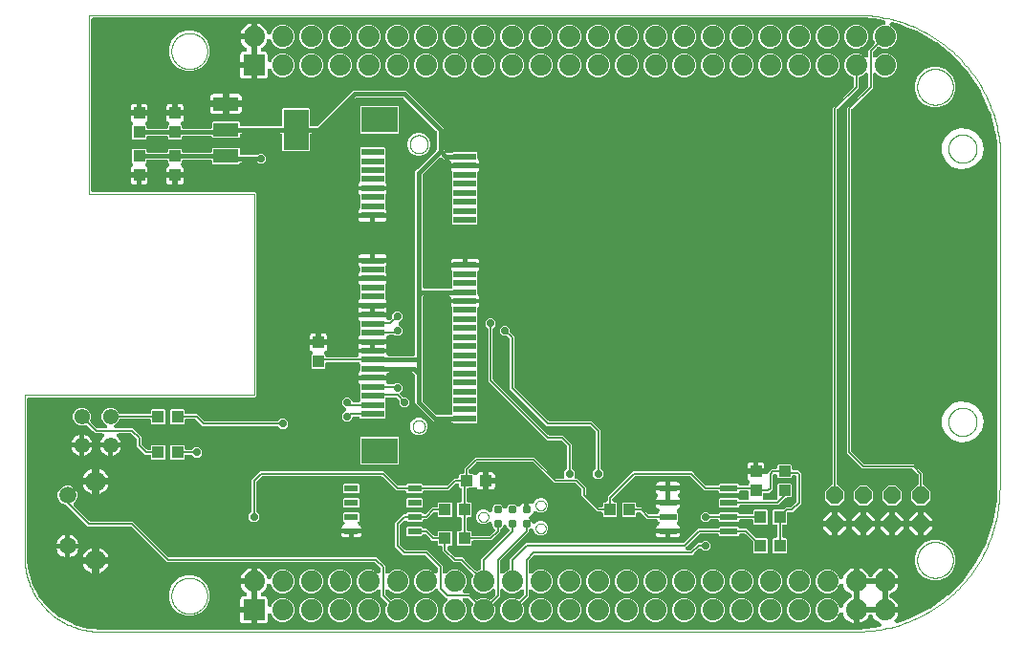
<source format=gtl>
G04 EAGLE Gerber RS-274X export*
G75*
%MOMM*%
%FSLAX34Y34*%
%LPD*%
%INTop copper*%
%IPPOS*%
%AMOC8*
5,1,8,0,0,1.08239X$1,22.5*%
G01*
%ADD10C,0.000000*%
%ADD11R,3.200000X2.300000*%
%ADD12R,2.000000X0.600000*%
%ADD13C,1.381000*%
%ADD14C,1.498600*%
%ADD15C,1.803400*%
%ADD16R,2.235200X1.219200*%
%ADD17R,2.200000X3.600000*%
%ADD18R,1.200000X0.600000*%
%ADD19R,1.550000X0.600000*%
%ADD20R,1.879600X1.879600*%
%ADD21C,1.879600*%
%ADD22R,1.000000X1.100000*%
%ADD23R,1.100000X1.000000*%
%ADD24C,0.787400*%
%ADD25P,1.640903X8X22.500000*%
%ADD26C,0.203200*%
%ADD27P,0.757673X8X22.500000*%
%ADD28C,0.152400*%
%ADD29C,0.406400*%

G36*
X736635Y2004D02*
X736635Y2004D01*
X736680Y2002D01*
X746328Y2381D01*
X746413Y2393D01*
X746566Y2405D01*
X757052Y4066D01*
X757073Y4071D01*
X757080Y4072D01*
X757105Y4080D01*
X757175Y4098D01*
X757299Y4121D01*
X757369Y4149D01*
X757442Y4168D01*
X757555Y4223D01*
X757673Y4270D01*
X757736Y4311D01*
X757803Y4345D01*
X757904Y4422D01*
X758010Y4491D01*
X758063Y4544D01*
X758123Y4589D01*
X758206Y4684D01*
X758296Y4773D01*
X758339Y4836D01*
X758388Y4892D01*
X758451Y5002D01*
X758522Y5107D01*
X758551Y5176D01*
X758588Y5242D01*
X758628Y5362D01*
X758677Y5478D01*
X758692Y5552D01*
X758716Y5624D01*
X758731Y5749D01*
X758756Y5873D01*
X758756Y5949D01*
X758765Y6023D01*
X758756Y6149D01*
X758756Y6276D01*
X758741Y6350D01*
X758735Y6425D01*
X758701Y6547D01*
X758676Y6670D01*
X758646Y6740D01*
X758626Y6812D01*
X758568Y6925D01*
X758520Y7041D01*
X758477Y7104D01*
X758443Y7171D01*
X758364Y7270D01*
X758293Y7374D01*
X758239Y7427D01*
X758193Y7486D01*
X758096Y7568D01*
X758006Y7656D01*
X757943Y7697D01*
X757885Y7746D01*
X757774Y7807D01*
X757668Y7876D01*
X757587Y7910D01*
X757532Y7940D01*
X757467Y7960D01*
X755743Y8839D01*
X754222Y9944D01*
X752894Y11272D01*
X751789Y12793D01*
X751110Y14126D01*
X751082Y14169D01*
X751061Y14216D01*
X750974Y14338D01*
X750892Y14465D01*
X750857Y14501D01*
X750827Y14543D01*
X750717Y14646D01*
X750612Y14754D01*
X750570Y14783D01*
X750533Y14818D01*
X750405Y14897D01*
X750281Y14982D01*
X750234Y15003D01*
X750190Y15029D01*
X750049Y15082D01*
X749911Y15141D01*
X749861Y15151D01*
X749813Y15169D01*
X749664Y15193D01*
X749517Y15223D01*
X749466Y15224D01*
X749415Y15232D01*
X749264Y15225D01*
X749114Y15226D01*
X749064Y15217D01*
X749013Y15215D01*
X748866Y15178D01*
X748719Y15150D01*
X748672Y15131D01*
X748622Y15118D01*
X748486Y15054D01*
X748346Y14997D01*
X748304Y14969D01*
X748257Y14947D01*
X748137Y14857D01*
X748011Y14774D01*
X747975Y14737D01*
X747934Y14707D01*
X747833Y14596D01*
X747727Y14489D01*
X747699Y14446D01*
X747664Y14408D01*
X747543Y14212D01*
X747504Y14153D01*
X747499Y14140D01*
X747490Y14126D01*
X746811Y12793D01*
X745706Y11272D01*
X744378Y9944D01*
X742857Y8839D01*
X741183Y7986D01*
X739396Y7405D01*
X739139Y7365D01*
X739139Y16511D01*
X761492Y16511D01*
X761510Y16512D01*
X761527Y16511D01*
X761710Y16532D01*
X761892Y16551D01*
X761909Y16556D01*
X761927Y16558D01*
X762005Y16583D01*
X762142Y16544D01*
X762160Y16542D01*
X762177Y16538D01*
X762508Y16511D01*
X773685Y16511D01*
X773645Y16254D01*
X773064Y14467D01*
X772211Y12793D01*
X771106Y11272D01*
X771025Y11191D01*
X770944Y11093D01*
X770857Y11001D01*
X770817Y10937D01*
X770769Y10879D01*
X770710Y10767D01*
X770643Y10661D01*
X770616Y10590D01*
X770581Y10523D01*
X770545Y10402D01*
X770500Y10284D01*
X770487Y10210D01*
X770466Y10138D01*
X770455Y10012D01*
X770434Y9887D01*
X770436Y9812D01*
X770430Y9737D01*
X770443Y9611D01*
X770447Y9485D01*
X770465Y9411D01*
X770473Y9336D01*
X770511Y9216D01*
X770540Y9093D01*
X770572Y9024D01*
X770594Y8952D01*
X770656Y8842D01*
X770708Y8727D01*
X770753Y8666D01*
X770789Y8600D01*
X770871Y8504D01*
X770945Y8402D01*
X771001Y8351D01*
X771050Y8293D01*
X771149Y8215D01*
X771242Y8129D01*
X771306Y8090D01*
X771366Y8043D01*
X771478Y7986D01*
X771586Y7921D01*
X771657Y7895D01*
X771724Y7861D01*
X771846Y7827D01*
X771965Y7784D01*
X772040Y7773D01*
X772112Y7753D01*
X772239Y7744D01*
X772363Y7725D01*
X772439Y7729D01*
X772514Y7724D01*
X772639Y7739D01*
X772765Y7746D01*
X772851Y7766D01*
X772913Y7774D01*
X772983Y7797D01*
X773088Y7822D01*
X784286Y11461D01*
X784325Y11478D01*
X784580Y11583D01*
X801773Y20343D01*
X801808Y20365D01*
X802045Y20509D01*
X817655Y31851D01*
X817687Y31879D01*
X817898Y32058D01*
X831542Y45702D01*
X831569Y45736D01*
X831749Y45945D01*
X843091Y61555D01*
X843113Y61593D01*
X843257Y61827D01*
X852017Y79020D01*
X852033Y79059D01*
X852139Y79314D01*
X858102Y97666D01*
X858111Y97708D01*
X858177Y97976D01*
X861195Y117034D01*
X861200Y117121D01*
X861219Y117272D01*
X861598Y126920D01*
X861596Y126955D01*
X861599Y127000D01*
X861599Y431537D01*
X861591Y431617D01*
X861579Y431823D01*
X860228Y441317D01*
X860208Y441401D01*
X860181Y441552D01*
X855183Y460359D01*
X855169Y460396D01*
X855076Y460662D01*
X847183Y478449D01*
X847163Y478483D01*
X847030Y478731D01*
X836438Y495055D01*
X836413Y495086D01*
X836243Y495310D01*
X823216Y509766D01*
X823187Y509792D01*
X822983Y509986D01*
X807845Y522214D01*
X807812Y522235D01*
X807580Y522395D01*
X790707Y532089D01*
X790671Y532106D01*
X790418Y532227D01*
X785609Y534057D01*
X780271Y536088D01*
X774933Y538119D01*
X772230Y539148D01*
X772193Y539158D01*
X771922Y539238D01*
X768599Y539931D01*
X768587Y539932D01*
X768576Y539936D01*
X768387Y539954D01*
X768199Y539974D01*
X768187Y539973D01*
X768175Y539974D01*
X767986Y539954D01*
X767798Y539937D01*
X767786Y539933D01*
X767775Y539932D01*
X767593Y539876D01*
X767412Y539821D01*
X767401Y539816D01*
X767390Y539812D01*
X767224Y539721D01*
X767056Y539632D01*
X767047Y539625D01*
X767037Y539619D01*
X766892Y539497D01*
X766745Y539377D01*
X766738Y539368D01*
X766729Y539360D01*
X766611Y539212D01*
X766491Y539065D01*
X766485Y539054D01*
X766478Y539045D01*
X766391Y538877D01*
X766303Y538709D01*
X766299Y538697D01*
X766294Y538687D01*
X766242Y538505D01*
X766189Y538323D01*
X766188Y538311D01*
X766184Y538300D01*
X766170Y538112D01*
X766153Y537922D01*
X766154Y537910D01*
X766153Y537898D01*
X766176Y537711D01*
X766197Y537521D01*
X766200Y537510D01*
X766202Y537499D01*
X766261Y537319D01*
X766319Y537138D01*
X766325Y537127D01*
X766328Y537116D01*
X766422Y536952D01*
X766514Y536786D01*
X766522Y536777D01*
X766528Y536767D01*
X766652Y536624D01*
X766775Y536479D01*
X766785Y536472D01*
X766792Y536463D01*
X766942Y536348D01*
X767092Y536230D01*
X767102Y536225D01*
X767111Y536218D01*
X767407Y536066D01*
X767890Y535866D01*
X770816Y532940D01*
X772399Y529118D01*
X772399Y524982D01*
X770816Y521160D01*
X767890Y518234D01*
X766794Y517780D01*
X764068Y516651D01*
X759932Y516651D01*
X757058Y517842D01*
X757037Y517848D01*
X757017Y517858D01*
X756844Y517906D01*
X756672Y517958D01*
X756650Y517960D01*
X756629Y517966D01*
X756449Y517979D01*
X756272Y517996D01*
X756250Y517994D01*
X756227Y517996D01*
X756048Y517973D01*
X755871Y517955D01*
X755850Y517948D01*
X755828Y517945D01*
X755657Y517888D01*
X755487Y517835D01*
X755467Y517824D01*
X755446Y517817D01*
X755290Y517727D01*
X755134Y517641D01*
X755117Y517627D01*
X755097Y517616D01*
X754844Y517401D01*
X751658Y514215D01*
X751641Y514194D01*
X751620Y514177D01*
X751513Y514039D01*
X751403Y513903D01*
X751390Y513880D01*
X751374Y513859D01*
X751296Y513702D01*
X751214Y513548D01*
X751206Y513522D01*
X751194Y513498D01*
X751149Y513329D01*
X751099Y513162D01*
X751097Y513135D01*
X751090Y513109D01*
X751063Y512778D01*
X751063Y510323D01*
X751064Y510314D01*
X751063Y510305D01*
X751084Y510113D01*
X751103Y509922D01*
X751105Y509913D01*
X751106Y509905D01*
X751164Y509722D01*
X751221Y509537D01*
X751225Y509529D01*
X751228Y509521D01*
X751321Y509352D01*
X751413Y509183D01*
X751418Y509176D01*
X751423Y509168D01*
X751548Y509021D01*
X751670Y508874D01*
X751677Y508868D01*
X751683Y508861D01*
X751835Y508741D01*
X751984Y508621D01*
X751992Y508617D01*
X751999Y508612D01*
X752171Y508524D01*
X752341Y508436D01*
X752350Y508433D01*
X752358Y508429D01*
X752544Y508378D01*
X752728Y508325D01*
X752737Y508324D01*
X752746Y508321D01*
X752938Y508307D01*
X753130Y508292D01*
X753138Y508293D01*
X753147Y508292D01*
X753340Y508316D01*
X753529Y508339D01*
X753538Y508341D01*
X753547Y508342D01*
X753730Y508404D01*
X753912Y508463D01*
X753920Y508468D01*
X753928Y508471D01*
X754094Y508566D01*
X754263Y508661D01*
X754270Y508667D01*
X754277Y508672D01*
X754530Y508886D01*
X756110Y510466D01*
X759932Y512049D01*
X764068Y512049D01*
X767890Y510466D01*
X770816Y507540D01*
X772399Y503718D01*
X772399Y499582D01*
X770816Y495760D01*
X767890Y492834D01*
X764365Y491374D01*
X764068Y491251D01*
X759932Y491251D01*
X756110Y492834D01*
X754530Y494414D01*
X754523Y494419D01*
X754518Y494426D01*
X754368Y494547D01*
X754219Y494669D01*
X754211Y494673D01*
X754204Y494679D01*
X754034Y494767D01*
X753863Y494857D01*
X753854Y494860D01*
X753847Y494864D01*
X753662Y494917D01*
X753477Y494972D01*
X753468Y494973D01*
X753460Y494975D01*
X753269Y494991D01*
X753076Y495009D01*
X753067Y495008D01*
X753058Y495008D01*
X752869Y494986D01*
X752676Y494965D01*
X752667Y494962D01*
X752659Y494961D01*
X752477Y494902D01*
X752292Y494844D01*
X752284Y494839D01*
X752276Y494837D01*
X752109Y494742D01*
X751940Y494649D01*
X751933Y494643D01*
X751925Y494639D01*
X751780Y494514D01*
X751633Y494388D01*
X751627Y494381D01*
X751620Y494376D01*
X751504Y494225D01*
X751383Y494072D01*
X751379Y494064D01*
X751374Y494057D01*
X751288Y493886D01*
X751201Y493713D01*
X751198Y493705D01*
X751194Y493697D01*
X751144Y493511D01*
X751093Y493326D01*
X751092Y493317D01*
X751090Y493308D01*
X751063Y492977D01*
X751063Y481870D01*
X732608Y463415D01*
X732591Y463394D01*
X732570Y463377D01*
X732463Y463239D01*
X732353Y463103D01*
X732340Y463080D01*
X732324Y463059D01*
X732246Y462902D01*
X732164Y462748D01*
X732156Y462722D01*
X732144Y462698D01*
X732099Y462529D01*
X732049Y462362D01*
X732047Y462335D01*
X732040Y462309D01*
X732013Y461978D01*
X732013Y160322D01*
X732015Y160295D01*
X732013Y160268D01*
X732035Y160094D01*
X732053Y159921D01*
X732060Y159895D01*
X732064Y159869D01*
X732119Y159703D01*
X732171Y159536D01*
X732184Y159512D01*
X732192Y159487D01*
X732279Y159335D01*
X732363Y159182D01*
X732380Y159161D01*
X732393Y159138D01*
X732608Y158885D01*
X743085Y148408D01*
X743106Y148391D01*
X743123Y148370D01*
X743261Y148263D01*
X743397Y148153D01*
X743420Y148140D01*
X743441Y148124D01*
X743598Y148046D01*
X743752Y147964D01*
X743778Y147956D01*
X743802Y147944D01*
X743971Y147899D01*
X744138Y147849D01*
X744165Y147847D01*
X744191Y147840D01*
X744521Y147813D01*
X788130Y147813D01*
X789757Y146185D01*
X789758Y146185D01*
X795513Y140430D01*
X795513Y131262D01*
X795515Y131244D01*
X795513Y131226D01*
X795534Y131044D01*
X795553Y130861D01*
X795558Y130844D01*
X795560Y130827D01*
X795617Y130652D01*
X795671Y130476D01*
X795679Y130461D01*
X795685Y130444D01*
X795775Y130284D01*
X795863Y130122D01*
X795874Y130109D01*
X795883Y130093D01*
X796003Y129954D01*
X796120Y129813D01*
X796134Y129802D01*
X796146Y129788D01*
X796291Y129676D01*
X796434Y129561D01*
X796450Y129553D01*
X796464Y129542D01*
X796629Y129460D01*
X796791Y129375D01*
X796808Y129370D01*
X796824Y129362D01*
X797003Y129315D01*
X797178Y129264D01*
X797196Y129262D01*
X797213Y129258D01*
X797283Y129252D01*
X802331Y124204D01*
X802331Y117096D01*
X797304Y112069D01*
X790196Y112069D01*
X785169Y117096D01*
X785169Y124204D01*
X790222Y129257D01*
X790357Y129271D01*
X790374Y129276D01*
X790391Y129278D01*
X790566Y129335D01*
X790742Y129389D01*
X790757Y129397D01*
X790774Y129403D01*
X790934Y129493D01*
X791096Y129581D01*
X791109Y129592D01*
X791125Y129601D01*
X791264Y129721D01*
X791405Y129838D01*
X791416Y129852D01*
X791430Y129864D01*
X791542Y130009D01*
X791657Y130152D01*
X791665Y130168D01*
X791676Y130182D01*
X791758Y130347D01*
X791843Y130509D01*
X791848Y130526D01*
X791856Y130542D01*
X791903Y130720D01*
X791954Y130896D01*
X791956Y130914D01*
X791960Y130931D01*
X791987Y131262D01*
X791987Y138128D01*
X791985Y138155D01*
X791987Y138182D01*
X791965Y138356D01*
X791947Y138529D01*
X791940Y138555D01*
X791936Y138581D01*
X791881Y138747D01*
X791829Y138914D01*
X791816Y138938D01*
X791808Y138963D01*
X791721Y139114D01*
X791637Y139268D01*
X791620Y139289D01*
X791607Y139312D01*
X791392Y139565D01*
X787265Y143692D01*
X787244Y143709D01*
X787227Y143730D01*
X787089Y143837D01*
X786953Y143947D01*
X786930Y143960D01*
X786909Y143976D01*
X786752Y144054D01*
X786598Y144136D01*
X786572Y144144D01*
X786548Y144156D01*
X786379Y144201D01*
X786212Y144251D01*
X786185Y144253D01*
X786159Y144260D01*
X785829Y144287D01*
X742220Y144287D01*
X740593Y145915D01*
X740592Y145915D01*
X730115Y156392D01*
X728487Y158020D01*
X728487Y464280D01*
X746942Y482735D01*
X746959Y482756D01*
X746980Y482773D01*
X747087Y482911D01*
X747197Y483047D01*
X747210Y483070D01*
X747226Y483091D01*
X747304Y483248D01*
X747386Y483402D01*
X747394Y483428D01*
X747406Y483452D01*
X747451Y483621D01*
X747501Y483788D01*
X747503Y483815D01*
X747510Y483841D01*
X747537Y484172D01*
X747537Y492977D01*
X747536Y492986D01*
X747537Y492995D01*
X747516Y493186D01*
X747497Y493378D01*
X747495Y493387D01*
X747494Y493395D01*
X747436Y493578D01*
X747379Y493763D01*
X747375Y493771D01*
X747372Y493779D01*
X747279Y493948D01*
X747187Y494117D01*
X747182Y494124D01*
X747177Y494132D01*
X747052Y494279D01*
X746930Y494426D01*
X746923Y494432D01*
X746917Y494439D01*
X746765Y494559D01*
X746616Y494679D01*
X746608Y494683D01*
X746601Y494688D01*
X746429Y494776D01*
X746259Y494864D01*
X746250Y494867D01*
X746242Y494871D01*
X746056Y494922D01*
X745872Y494975D01*
X745863Y494976D01*
X745854Y494979D01*
X745662Y494993D01*
X745470Y495008D01*
X745462Y495007D01*
X745453Y495008D01*
X745260Y494984D01*
X745071Y494961D01*
X745062Y494959D01*
X745053Y494958D01*
X744870Y494896D01*
X744688Y494837D01*
X744680Y494832D01*
X744672Y494829D01*
X744506Y494734D01*
X744337Y494639D01*
X744330Y494633D01*
X744323Y494628D01*
X744070Y494414D01*
X742490Y492834D01*
X739617Y491644D01*
X739597Y491634D01*
X739576Y491627D01*
X739420Y491538D01*
X739262Y491454D01*
X739245Y491440D01*
X739225Y491429D01*
X739090Y491312D01*
X738951Y491197D01*
X738937Y491180D01*
X738920Y491166D01*
X738811Y491024D01*
X738698Y490885D01*
X738687Y490865D01*
X738674Y490847D01*
X738594Y490687D01*
X738511Y490528D01*
X738504Y490507D01*
X738494Y490487D01*
X738448Y490313D01*
X738398Y490142D01*
X738396Y490120D01*
X738390Y490098D01*
X738363Y489767D01*
X738363Y481870D01*
X719908Y463415D01*
X719891Y463394D01*
X719870Y463377D01*
X719763Y463239D01*
X719653Y463103D01*
X719640Y463080D01*
X719624Y463059D01*
X719546Y462902D01*
X719464Y462748D01*
X719456Y462722D01*
X719444Y462698D01*
X719399Y462529D01*
X719349Y462362D01*
X719347Y462335D01*
X719340Y462309D01*
X719313Y461978D01*
X719313Y131262D01*
X719315Y131244D01*
X719313Y131226D01*
X719334Y131044D01*
X719353Y130861D01*
X719358Y130844D01*
X719360Y130827D01*
X719417Y130652D01*
X719471Y130476D01*
X719479Y130461D01*
X719485Y130444D01*
X719575Y130284D01*
X719663Y130122D01*
X719674Y130109D01*
X719683Y130093D01*
X719803Y129954D01*
X719920Y129813D01*
X719934Y129802D01*
X719946Y129788D01*
X720091Y129676D01*
X720234Y129561D01*
X720250Y129553D01*
X720264Y129542D01*
X720429Y129460D01*
X720591Y129375D01*
X720608Y129370D01*
X720624Y129362D01*
X720803Y129315D01*
X720978Y129264D01*
X720996Y129262D01*
X721013Y129258D01*
X721083Y129252D01*
X726131Y124204D01*
X726131Y117096D01*
X721104Y112069D01*
X713996Y112069D01*
X708969Y117096D01*
X708969Y124204D01*
X714022Y129257D01*
X714157Y129271D01*
X714174Y129276D01*
X714191Y129278D01*
X714366Y129335D01*
X714542Y129389D01*
X714557Y129397D01*
X714574Y129403D01*
X714734Y129493D01*
X714896Y129581D01*
X714909Y129592D01*
X714925Y129601D01*
X715064Y129721D01*
X715205Y129838D01*
X715216Y129852D01*
X715230Y129864D01*
X715342Y130009D01*
X715457Y130152D01*
X715465Y130168D01*
X715476Y130182D01*
X715558Y130347D01*
X715643Y130509D01*
X715648Y130526D01*
X715656Y130542D01*
X715703Y130720D01*
X715754Y130896D01*
X715756Y130914D01*
X715760Y130931D01*
X715787Y131262D01*
X715787Y464280D01*
X734242Y482735D01*
X734259Y482756D01*
X734280Y482773D01*
X734387Y482911D01*
X734497Y483047D01*
X734510Y483070D01*
X734526Y483091D01*
X734604Y483248D01*
X734686Y483402D01*
X734694Y483428D01*
X734706Y483452D01*
X734751Y483621D01*
X734801Y483788D01*
X734803Y483815D01*
X734810Y483841D01*
X734837Y484172D01*
X734837Y489767D01*
X734835Y489790D01*
X734837Y489812D01*
X734815Y489989D01*
X734797Y490168D01*
X734791Y490189D01*
X734788Y490212D01*
X734732Y490381D01*
X734679Y490553D01*
X734669Y490573D01*
X734662Y490594D01*
X734573Y490749D01*
X734487Y490907D01*
X734473Y490924D01*
X734462Y490944D01*
X734344Y491079D01*
X734230Y491216D01*
X734212Y491230D01*
X734198Y491247D01*
X734056Y491356D01*
X733916Y491469D01*
X733896Y491479D01*
X733878Y491492D01*
X733583Y491644D01*
X730710Y492834D01*
X727784Y495760D01*
X726201Y499582D01*
X726201Y503718D01*
X727784Y507540D01*
X730710Y510466D01*
X734532Y512049D01*
X738668Y512049D01*
X742490Y510466D01*
X744070Y508886D01*
X744077Y508881D01*
X744082Y508874D01*
X744232Y508753D01*
X744381Y508631D01*
X744389Y508627D01*
X744396Y508621D01*
X744566Y508533D01*
X744737Y508443D01*
X744746Y508440D01*
X744753Y508436D01*
X744938Y508383D01*
X745123Y508328D01*
X745132Y508327D01*
X745140Y508325D01*
X745331Y508309D01*
X745524Y508291D01*
X745533Y508292D01*
X745542Y508292D01*
X745731Y508314D01*
X745924Y508335D01*
X745933Y508338D01*
X745941Y508339D01*
X746123Y508398D01*
X746308Y508456D01*
X746316Y508461D01*
X746324Y508463D01*
X746491Y508558D01*
X746660Y508651D01*
X746667Y508657D01*
X746675Y508661D01*
X746820Y508786D01*
X746967Y508912D01*
X746973Y508919D01*
X746980Y508924D01*
X747096Y509074D01*
X747217Y509228D01*
X747221Y509236D01*
X747226Y509243D01*
X747312Y509414D01*
X747399Y509587D01*
X747402Y509595D01*
X747406Y509603D01*
X747456Y509789D01*
X747507Y509974D01*
X747508Y509983D01*
X747510Y509992D01*
X747537Y510323D01*
X747537Y515080D01*
X752351Y519894D01*
X752365Y519911D01*
X752382Y519926D01*
X752493Y520067D01*
X752606Y520206D01*
X752617Y520225D01*
X752631Y520243D01*
X752711Y520404D01*
X752795Y520561D01*
X752801Y520583D01*
X752811Y520603D01*
X752859Y520776D01*
X752910Y520947D01*
X752912Y520969D01*
X752918Y520991D01*
X752930Y521170D01*
X752946Y521348D01*
X752944Y521370D01*
X752945Y521393D01*
X752922Y521570D01*
X752903Y521749D01*
X752896Y521770D01*
X752893Y521792D01*
X752792Y522108D01*
X751601Y524982D01*
X751601Y529118D01*
X753184Y532940D01*
X756110Y535866D01*
X757345Y536377D01*
X757345Y536378D01*
X759932Y537449D01*
X760816Y537449D01*
X761010Y537468D01*
X761202Y537486D01*
X761209Y537488D01*
X761217Y537489D01*
X761403Y537546D01*
X761588Y537601D01*
X761594Y537605D01*
X761601Y537607D01*
X761772Y537699D01*
X761943Y537790D01*
X761949Y537795D01*
X761956Y537799D01*
X762103Y537922D01*
X762255Y538046D01*
X762259Y538052D01*
X762265Y538056D01*
X762385Y538206D01*
X762509Y538358D01*
X762513Y538364D01*
X762517Y538370D01*
X762606Y538541D01*
X762697Y538714D01*
X762699Y538721D01*
X762703Y538727D01*
X762756Y538914D01*
X762811Y539100D01*
X762812Y539107D01*
X762814Y539114D01*
X762830Y539308D01*
X762847Y539501D01*
X762846Y539508D01*
X762847Y539516D01*
X762824Y539707D01*
X762803Y539901D01*
X762801Y539908D01*
X762800Y539915D01*
X762740Y540100D01*
X762681Y540285D01*
X762677Y540291D01*
X762675Y540298D01*
X762579Y540469D01*
X762486Y540637D01*
X762481Y540642D01*
X762477Y540649D01*
X762350Y540797D01*
X762225Y540943D01*
X762219Y540948D01*
X762214Y540953D01*
X762062Y541072D01*
X761908Y541193D01*
X761902Y541196D01*
X761896Y541200D01*
X761723Y541286D01*
X761549Y541374D01*
X761541Y541377D01*
X761535Y541380D01*
X761490Y541392D01*
X761231Y541468D01*
X752873Y543212D01*
X752787Y543222D01*
X752635Y543247D01*
X742987Y544092D01*
X742915Y544091D01*
X742810Y544099D01*
X61182Y544099D01*
X61164Y544097D01*
X61146Y544099D01*
X60964Y544078D01*
X60781Y544059D01*
X60764Y544054D01*
X60747Y544052D01*
X60572Y543995D01*
X60396Y543941D01*
X60381Y543933D01*
X60364Y543927D01*
X60204Y543837D01*
X60042Y543749D01*
X60029Y543738D01*
X60013Y543729D01*
X59874Y543609D01*
X59733Y543492D01*
X59722Y543478D01*
X59708Y543466D01*
X59596Y543321D01*
X59481Y543178D01*
X59473Y543162D01*
X59462Y543148D01*
X59380Y542983D01*
X59295Y542821D01*
X59290Y542804D01*
X59282Y542788D01*
X59235Y542609D01*
X59184Y542434D01*
X59182Y542416D01*
X59178Y542399D01*
X59151Y542068D01*
X59151Y391382D01*
X59153Y391364D01*
X59151Y391346D01*
X59172Y391164D01*
X59191Y390981D01*
X59196Y390964D01*
X59198Y390947D01*
X59255Y390772D01*
X59309Y390596D01*
X59317Y390581D01*
X59323Y390564D01*
X59413Y390404D01*
X59501Y390242D01*
X59512Y390229D01*
X59521Y390213D01*
X59641Y390074D01*
X59758Y389933D01*
X59772Y389922D01*
X59784Y389908D01*
X59929Y389796D01*
X60072Y389681D01*
X60088Y389673D01*
X60102Y389662D01*
X60267Y389580D01*
X60429Y389495D01*
X60446Y389490D01*
X60462Y389482D01*
X60641Y389435D01*
X60816Y389384D01*
X60834Y389382D01*
X60851Y389378D01*
X61182Y389351D01*
X204029Y389351D01*
X205201Y388179D01*
X205201Y208721D01*
X204029Y207549D01*
X4032Y207549D01*
X4014Y207547D01*
X3996Y207549D01*
X3814Y207528D01*
X3631Y207509D01*
X3614Y207504D01*
X3597Y207502D01*
X3422Y207445D01*
X3246Y207391D01*
X3231Y207383D01*
X3214Y207377D01*
X3054Y207287D01*
X2892Y207199D01*
X2879Y207188D01*
X2863Y207179D01*
X2724Y207059D01*
X2583Y206942D01*
X2572Y206928D01*
X2558Y206916D01*
X2446Y206771D01*
X2331Y206628D01*
X2323Y206612D01*
X2312Y206598D01*
X2230Y206433D01*
X2145Y206271D01*
X2140Y206254D01*
X2132Y206238D01*
X2085Y206059D01*
X2034Y205884D01*
X2032Y205866D01*
X2028Y205849D01*
X2001Y205518D01*
X2001Y63647D01*
X2009Y63567D01*
X2011Y63443D01*
X2668Y56914D01*
X2675Y56877D01*
X2725Y56598D01*
X6097Y43840D01*
X6114Y43794D01*
X6124Y43747D01*
X6216Y43521D01*
X6238Y43462D01*
X6244Y43453D01*
X6249Y43440D01*
X12216Y31669D01*
X12242Y31629D01*
X12262Y31585D01*
X12399Y31384D01*
X12433Y31330D01*
X12441Y31322D01*
X12449Y31311D01*
X20747Y21049D01*
X20781Y21015D01*
X20809Y20976D01*
X20910Y20880D01*
X20944Y20840D01*
X20984Y20809D01*
X20985Y20808D01*
X21030Y20763D01*
X21039Y20756D01*
X21049Y20747D01*
X31311Y12449D01*
X31351Y12422D01*
X31387Y12390D01*
X31594Y12263D01*
X31647Y12228D01*
X31658Y12224D01*
X31669Y12216D01*
X43440Y6249D01*
X43485Y6232D01*
X43527Y6208D01*
X43756Y6127D01*
X43816Y6104D01*
X43827Y6102D01*
X43840Y6097D01*
X56598Y2725D01*
X56636Y2719D01*
X56914Y2668D01*
X63443Y2011D01*
X63523Y2011D01*
X63646Y2001D01*
X736600Y2001D01*
X736635Y2004D01*
G37*
%LPC*%
G36*
X378932Y8651D02*
X378932Y8651D01*
X375110Y10234D01*
X372184Y13160D01*
X370601Y16982D01*
X370601Y21118D01*
X372184Y24940D01*
X373960Y26716D01*
X373971Y26729D01*
X373985Y26741D01*
X374098Y26885D01*
X374215Y27027D01*
X374223Y27043D01*
X374234Y27057D01*
X374317Y27221D01*
X374403Y27383D01*
X374408Y27400D01*
X374417Y27416D01*
X374466Y27593D01*
X374518Y27769D01*
X374520Y27787D01*
X374525Y27804D01*
X374538Y27986D01*
X374555Y28170D01*
X374553Y28187D01*
X374554Y28205D01*
X374531Y28387D01*
X374511Y28570D01*
X374506Y28587D01*
X374503Y28605D01*
X374445Y28778D01*
X374390Y28954D01*
X374381Y28970D01*
X374375Y28986D01*
X374284Y29145D01*
X374195Y29306D01*
X374183Y29320D01*
X374174Y29335D01*
X373960Y29588D01*
X372039Y31509D01*
X372038Y31510D01*
X368060Y35488D01*
X368059Y35488D01*
X366138Y37410D01*
X366124Y37421D01*
X366113Y37435D01*
X365969Y37548D01*
X365827Y37665D01*
X365811Y37673D01*
X365797Y37684D01*
X365633Y37767D01*
X365471Y37853D01*
X365454Y37858D01*
X365438Y37867D01*
X365261Y37916D01*
X365085Y37968D01*
X365067Y37970D01*
X365050Y37975D01*
X364867Y37988D01*
X364684Y38005D01*
X364666Y38003D01*
X364649Y38004D01*
X364467Y37981D01*
X364284Y37961D01*
X364267Y37956D01*
X364249Y37953D01*
X364076Y37895D01*
X363900Y37840D01*
X363884Y37831D01*
X363868Y37825D01*
X363709Y37734D01*
X363548Y37645D01*
X363534Y37633D01*
X363519Y37624D01*
X363266Y37410D01*
X361490Y35634D01*
X358372Y34343D01*
X357668Y34051D01*
X353532Y34051D01*
X349710Y35634D01*
X346784Y38560D01*
X345201Y42382D01*
X345201Y46518D01*
X346784Y50340D01*
X349710Y53266D01*
X353532Y54849D01*
X357668Y54849D01*
X361490Y53266D01*
X362816Y51940D01*
X362823Y51935D01*
X362828Y51928D01*
X362979Y51807D01*
X363127Y51685D01*
X363135Y51681D01*
X363142Y51675D01*
X363312Y51587D01*
X363483Y51497D01*
X363492Y51494D01*
X363499Y51490D01*
X363684Y51437D01*
X363869Y51382D01*
X363878Y51381D01*
X363886Y51379D01*
X364077Y51363D01*
X364270Y51345D01*
X364279Y51346D01*
X364288Y51346D01*
X364477Y51368D01*
X364670Y51389D01*
X364679Y51392D01*
X364687Y51393D01*
X364869Y51452D01*
X365054Y51510D01*
X365062Y51515D01*
X365070Y51517D01*
X365237Y51612D01*
X365406Y51705D01*
X365413Y51711D01*
X365421Y51715D01*
X365566Y51840D01*
X365713Y51966D01*
X365719Y51973D01*
X365726Y51978D01*
X365842Y52129D01*
X365963Y52282D01*
X365967Y52290D01*
X365972Y52297D01*
X366058Y52468D01*
X366145Y52641D01*
X366148Y52649D01*
X366152Y52657D01*
X366202Y52843D01*
X366253Y53028D01*
X366254Y53037D01*
X366256Y53046D01*
X366283Y53377D01*
X366283Y55473D01*
X366281Y55500D01*
X366283Y55527D01*
X366261Y55700D01*
X366243Y55874D01*
X366236Y55899D01*
X366232Y55926D01*
X366177Y56092D01*
X366125Y56259D01*
X366112Y56282D01*
X366104Y56308D01*
X366017Y56459D01*
X365933Y56613D01*
X365916Y56633D01*
X365903Y56657D01*
X365688Y56910D01*
X355360Y67238D01*
X355339Y67255D01*
X355321Y67276D01*
X355184Y67382D01*
X355048Y67493D01*
X355024Y67506D01*
X355003Y67522D01*
X354847Y67600D01*
X354692Y67682D01*
X354667Y67690D01*
X354643Y67702D01*
X354474Y67747D01*
X354306Y67797D01*
X354280Y67799D01*
X354254Y67806D01*
X353923Y67833D01*
X335715Y67833D01*
X333939Y69609D01*
X333938Y69610D01*
X329960Y73588D01*
X328183Y75365D01*
X328183Y96085D01*
X335715Y103617D01*
X336468Y103617D01*
X336486Y103619D01*
X336504Y103617D01*
X336686Y103638D01*
X336869Y103657D01*
X336886Y103662D01*
X336903Y103664D01*
X337078Y103721D01*
X337254Y103775D01*
X337269Y103783D01*
X337286Y103789D01*
X337446Y103879D01*
X337608Y103967D01*
X337621Y103978D01*
X337637Y103987D01*
X337776Y104107D01*
X337917Y104224D01*
X337928Y104238D01*
X337942Y104250D01*
X338054Y104395D01*
X338169Y104538D01*
X338177Y104554D01*
X338188Y104568D01*
X338270Y104733D01*
X338327Y104842D01*
X339085Y105601D01*
X351915Y105601D01*
X352895Y104620D01*
X352909Y104609D01*
X352921Y104595D01*
X353065Y104481D01*
X353207Y104365D01*
X353223Y104357D01*
X353237Y104345D01*
X353401Y104262D01*
X353562Y104176D01*
X353580Y104171D01*
X353595Y104163D01*
X353773Y104114D01*
X353948Y104061D01*
X353966Y104060D01*
X353983Y104055D01*
X354166Y104042D01*
X354349Y104025D01*
X354367Y104027D01*
X354385Y104026D01*
X354567Y104049D01*
X354750Y104068D01*
X354767Y104074D01*
X354784Y104076D01*
X354958Y104134D01*
X355133Y104190D01*
X355149Y104199D01*
X355166Y104204D01*
X355325Y104296D01*
X355486Y104385D01*
X355499Y104396D01*
X355515Y104405D01*
X355768Y104620D01*
X359338Y108190D01*
X361115Y109967D01*
X364468Y109967D01*
X364486Y109969D01*
X364504Y109967D01*
X364686Y109988D01*
X364869Y110007D01*
X364886Y110012D01*
X364903Y110014D01*
X365078Y110071D01*
X365254Y110125D01*
X365269Y110133D01*
X365286Y110139D01*
X365446Y110229D01*
X365608Y110317D01*
X365621Y110328D01*
X365637Y110337D01*
X365776Y110457D01*
X365917Y110574D01*
X365928Y110588D01*
X365942Y110600D01*
X366054Y110745D01*
X366169Y110888D01*
X366177Y110904D01*
X366188Y110918D01*
X366270Y111083D01*
X366355Y111245D01*
X366360Y111262D01*
X366368Y111278D01*
X366415Y111457D01*
X366466Y111632D01*
X366468Y111650D01*
X366472Y111667D01*
X366499Y111998D01*
X366499Y113865D01*
X367085Y114451D01*
X377915Y114451D01*
X378501Y113865D01*
X378501Y102035D01*
X377915Y101449D01*
X367085Y101449D01*
X366499Y102035D01*
X366499Y103902D01*
X366497Y103920D01*
X366499Y103938D01*
X366478Y104120D01*
X366459Y104303D01*
X366454Y104320D01*
X366452Y104337D01*
X366395Y104512D01*
X366341Y104688D01*
X366333Y104703D01*
X366327Y104720D01*
X366237Y104880D01*
X366149Y105042D01*
X366138Y105055D01*
X366129Y105071D01*
X366009Y105210D01*
X365892Y105351D01*
X365878Y105362D01*
X365866Y105376D01*
X365721Y105488D01*
X365578Y105603D01*
X365562Y105611D01*
X365548Y105622D01*
X365383Y105704D01*
X365221Y105789D01*
X365204Y105794D01*
X365188Y105802D01*
X365009Y105849D01*
X364834Y105900D01*
X364816Y105902D01*
X364799Y105906D01*
X364468Y105933D01*
X363627Y105933D01*
X363600Y105931D01*
X363573Y105933D01*
X363400Y105911D01*
X363226Y105893D01*
X363201Y105886D01*
X363174Y105882D01*
X363008Y105827D01*
X362841Y105775D01*
X362818Y105762D01*
X362792Y105754D01*
X362641Y105667D01*
X362487Y105583D01*
X362467Y105566D01*
X362443Y105553D01*
X362190Y105338D01*
X356435Y99583D01*
X354532Y99583D01*
X354514Y99581D01*
X354496Y99583D01*
X354314Y99562D01*
X354131Y99543D01*
X354114Y99538D01*
X354097Y99536D01*
X353922Y99479D01*
X353746Y99425D01*
X353731Y99417D01*
X353714Y99411D01*
X353554Y99321D01*
X353392Y99233D01*
X353379Y99222D01*
X353363Y99213D01*
X353224Y99093D01*
X353083Y98976D01*
X353072Y98962D01*
X353058Y98950D01*
X352946Y98805D01*
X352831Y98662D01*
X352823Y98646D01*
X352812Y98632D01*
X352730Y98467D01*
X352673Y98358D01*
X351915Y97599D01*
X339086Y97599D01*
X338680Y98005D01*
X338666Y98016D01*
X338654Y98030D01*
X338511Y98143D01*
X338368Y98260D01*
X338352Y98269D01*
X338338Y98280D01*
X338175Y98363D01*
X338013Y98449D01*
X337995Y98454D01*
X337980Y98462D01*
X337803Y98511D01*
X337627Y98564D01*
X337609Y98565D01*
X337592Y98570D01*
X337409Y98583D01*
X337226Y98600D01*
X337208Y98598D01*
X337190Y98599D01*
X337008Y98576D01*
X336825Y98557D01*
X336808Y98551D01*
X336791Y98549D01*
X336617Y98490D01*
X336442Y98435D01*
X336426Y98426D01*
X336409Y98421D01*
X336251Y98330D01*
X336089Y98240D01*
X336075Y98229D01*
X336060Y98220D01*
X335807Y98005D01*
X332812Y95010D01*
X332795Y94989D01*
X332774Y94971D01*
X332668Y94834D01*
X332557Y94698D01*
X332544Y94674D01*
X332528Y94653D01*
X332450Y94497D01*
X332368Y94342D01*
X332360Y94317D01*
X332348Y94293D01*
X332303Y94124D01*
X332253Y93956D01*
X332251Y93930D01*
X332244Y93904D01*
X332217Y93573D01*
X332217Y77877D01*
X332219Y77850D01*
X332217Y77823D01*
X332239Y77650D01*
X332257Y77476D01*
X332264Y77451D01*
X332268Y77424D01*
X332323Y77258D01*
X332375Y77091D01*
X332388Y77068D01*
X332396Y77042D01*
X332483Y76891D01*
X332567Y76737D01*
X332584Y76717D01*
X332597Y76693D01*
X332812Y76440D01*
X336790Y72462D01*
X336811Y72445D01*
X336829Y72424D01*
X336967Y72317D01*
X337102Y72207D01*
X337126Y72194D01*
X337147Y72178D01*
X337303Y72100D01*
X337458Y72018D01*
X337483Y72010D01*
X337507Y71998D01*
X337676Y71953D01*
X337844Y71903D01*
X337870Y71901D01*
X337896Y71894D01*
X338227Y71867D01*
X356435Y71867D01*
X358211Y70091D01*
X358212Y70090D01*
X370317Y57985D01*
X370317Y53377D01*
X370318Y53368D01*
X370317Y53359D01*
X370338Y53165D01*
X370357Y52976D01*
X370359Y52967D01*
X370360Y52959D01*
X370418Y52776D01*
X370475Y52591D01*
X370479Y52583D01*
X370482Y52575D01*
X370575Y52406D01*
X370667Y52237D01*
X370672Y52230D01*
X370677Y52222D01*
X370802Y52075D01*
X370924Y51928D01*
X370931Y51922D01*
X370937Y51915D01*
X371089Y51795D01*
X371238Y51675D01*
X371246Y51671D01*
X371253Y51666D01*
X371425Y51578D01*
X371595Y51490D01*
X371604Y51487D01*
X371612Y51483D01*
X371798Y51432D01*
X371982Y51379D01*
X371991Y51378D01*
X372000Y51375D01*
X372192Y51361D01*
X372384Y51346D01*
X372392Y51347D01*
X372401Y51346D01*
X372594Y51370D01*
X372783Y51393D01*
X372792Y51395D01*
X372801Y51396D01*
X372984Y51458D01*
X373166Y51517D01*
X373174Y51522D01*
X373182Y51525D01*
X373348Y51620D01*
X373517Y51715D01*
X373524Y51721D01*
X373531Y51726D01*
X373784Y51940D01*
X375110Y53266D01*
X378932Y54849D01*
X383068Y54849D01*
X386890Y53266D01*
X389816Y50340D01*
X391399Y46518D01*
X391399Y42382D01*
X389816Y38560D01*
X388490Y37234D01*
X388485Y37227D01*
X388478Y37222D01*
X388357Y37071D01*
X388235Y36923D01*
X388231Y36915D01*
X388225Y36908D01*
X388137Y36738D01*
X388047Y36567D01*
X388044Y36558D01*
X388040Y36551D01*
X387987Y36366D01*
X387932Y36181D01*
X387931Y36172D01*
X387929Y36164D01*
X387913Y35973D01*
X387895Y35780D01*
X387896Y35771D01*
X387896Y35762D01*
X387918Y35573D01*
X387939Y35380D01*
X387942Y35371D01*
X387943Y35363D01*
X388002Y35181D01*
X388060Y34996D01*
X388065Y34988D01*
X388067Y34980D01*
X388162Y34813D01*
X388255Y34644D01*
X388261Y34637D01*
X388265Y34629D01*
X388390Y34484D01*
X388516Y34337D01*
X388523Y34331D01*
X388528Y34324D01*
X388679Y34208D01*
X388832Y34087D01*
X388840Y34083D01*
X388847Y34078D01*
X389018Y33992D01*
X389191Y33905D01*
X389199Y33902D01*
X389207Y33898D01*
X389393Y33848D01*
X389578Y33797D01*
X389587Y33796D01*
X389596Y33794D01*
X389927Y33767D01*
X394535Y33767D01*
X399498Y28804D01*
X399515Y28790D01*
X399530Y28773D01*
X399671Y28662D01*
X399810Y28549D01*
X399829Y28538D01*
X399847Y28525D01*
X400008Y28444D01*
X400165Y28360D01*
X400187Y28354D01*
X400207Y28344D01*
X400380Y28296D01*
X400551Y28245D01*
X400573Y28243D01*
X400595Y28238D01*
X400774Y28225D01*
X400952Y28209D01*
X400974Y28211D01*
X400997Y28210D01*
X401174Y28233D01*
X401353Y28252D01*
X401374Y28259D01*
X401396Y28262D01*
X401712Y28364D01*
X404332Y29449D01*
X408468Y29449D01*
X411342Y28258D01*
X411363Y28252D01*
X411383Y28242D01*
X411556Y28194D01*
X411728Y28142D01*
X411750Y28140D01*
X411771Y28134D01*
X411951Y28121D01*
X412128Y28104D01*
X412150Y28106D01*
X412173Y28104D01*
X412352Y28127D01*
X412529Y28145D01*
X412550Y28152D01*
X412572Y28155D01*
X412743Y28212D01*
X412913Y28265D01*
X412933Y28276D01*
X412954Y28283D01*
X413110Y28373D01*
X413266Y28459D01*
X413283Y28473D01*
X413303Y28484D01*
X413556Y28699D01*
X416742Y31885D01*
X416759Y31906D01*
X416780Y31923D01*
X416886Y32061D01*
X416997Y32197D01*
X417010Y32220D01*
X417026Y32241D01*
X417104Y32398D01*
X417186Y32552D01*
X417194Y32578D01*
X417206Y32602D01*
X417251Y32771D01*
X417301Y32938D01*
X417303Y32965D01*
X417310Y32991D01*
X417337Y33322D01*
X417337Y35777D01*
X417336Y35786D01*
X417337Y35795D01*
X417316Y35987D01*
X417297Y36178D01*
X417295Y36187D01*
X417294Y36195D01*
X417236Y36378D01*
X417179Y36563D01*
X417175Y36571D01*
X417172Y36579D01*
X417079Y36748D01*
X416987Y36917D01*
X416982Y36924D01*
X416977Y36932D01*
X416852Y37079D01*
X416730Y37226D01*
X416723Y37232D01*
X416717Y37239D01*
X416565Y37359D01*
X416416Y37479D01*
X416408Y37483D01*
X416401Y37488D01*
X416229Y37576D01*
X416059Y37664D01*
X416050Y37667D01*
X416042Y37671D01*
X415856Y37722D01*
X415672Y37775D01*
X415663Y37776D01*
X415654Y37779D01*
X415462Y37793D01*
X415270Y37808D01*
X415262Y37807D01*
X415253Y37808D01*
X415060Y37784D01*
X414871Y37761D01*
X414862Y37759D01*
X414853Y37758D01*
X414670Y37696D01*
X414488Y37637D01*
X414480Y37632D01*
X414472Y37629D01*
X414306Y37534D01*
X414137Y37439D01*
X414130Y37433D01*
X414123Y37428D01*
X413870Y37214D01*
X412290Y35634D01*
X409172Y34343D01*
X408468Y34051D01*
X404332Y34051D01*
X400510Y35634D01*
X397584Y38560D01*
X396001Y42382D01*
X396001Y46518D01*
X397086Y49138D01*
X397093Y49160D01*
X397103Y49179D01*
X397151Y49352D01*
X397203Y49524D01*
X397205Y49546D01*
X397211Y49567D01*
X397224Y49746D01*
X397241Y49924D01*
X397239Y49946D01*
X397240Y49969D01*
X397218Y50147D01*
X397199Y50325D01*
X397193Y50346D01*
X397190Y50368D01*
X397133Y50539D01*
X397080Y50709D01*
X397069Y50729D01*
X397062Y50750D01*
X396972Y50905D01*
X396886Y51062D01*
X396872Y51080D01*
X396861Y51099D01*
X396646Y51352D01*
X387110Y60888D01*
X387089Y60905D01*
X387071Y60926D01*
X386933Y61033D01*
X386798Y61143D01*
X386774Y61156D01*
X386753Y61172D01*
X386596Y61250D01*
X386442Y61332D01*
X386417Y61340D01*
X386393Y61352D01*
X386223Y61397D01*
X386056Y61447D01*
X386030Y61449D01*
X386004Y61456D01*
X385673Y61483D01*
X380165Y61483D01*
X370483Y71165D01*
X370483Y74018D01*
X370481Y74036D01*
X370483Y74054D01*
X370462Y74236D01*
X370443Y74419D01*
X370438Y74436D01*
X370436Y74453D01*
X370379Y74628D01*
X370325Y74804D01*
X370317Y74819D01*
X370311Y74836D01*
X370221Y74996D01*
X370133Y75158D01*
X370122Y75171D01*
X370113Y75187D01*
X369993Y75326D01*
X369876Y75467D01*
X369862Y75478D01*
X369850Y75492D01*
X369705Y75604D01*
X369562Y75719D01*
X369546Y75727D01*
X369532Y75738D01*
X369367Y75820D01*
X369205Y75905D01*
X369188Y75910D01*
X369172Y75918D01*
X368993Y75965D01*
X368818Y76016D01*
X368800Y76018D01*
X368783Y76022D01*
X368452Y76049D01*
X367085Y76049D01*
X366499Y76635D01*
X366499Y78502D01*
X366497Y78520D01*
X366499Y78538D01*
X366478Y78720D01*
X366459Y78903D01*
X366454Y78920D01*
X366452Y78937D01*
X366395Y79112D01*
X366341Y79288D01*
X366333Y79303D01*
X366327Y79320D01*
X366237Y79480D01*
X366149Y79642D01*
X366138Y79655D01*
X366129Y79671D01*
X366009Y79810D01*
X365892Y79951D01*
X365878Y79962D01*
X365866Y79976D01*
X365721Y80088D01*
X365578Y80203D01*
X365562Y80211D01*
X365548Y80222D01*
X365383Y80304D01*
X365221Y80389D01*
X365204Y80394D01*
X365188Y80402D01*
X365009Y80449D01*
X364834Y80500D01*
X364816Y80502D01*
X364799Y80506D01*
X364468Y80533D01*
X361115Y80533D01*
X359338Y82310D01*
X355768Y85880D01*
X355754Y85891D01*
X355743Y85905D01*
X355598Y86019D01*
X355456Y86135D01*
X355441Y86143D01*
X355427Y86155D01*
X355263Y86238D01*
X355101Y86324D01*
X355084Y86329D01*
X355068Y86337D01*
X354891Y86386D01*
X354715Y86439D01*
X354697Y86440D01*
X354680Y86445D01*
X354497Y86458D01*
X354314Y86475D01*
X354296Y86473D01*
X354278Y86474D01*
X354096Y86451D01*
X353914Y86432D01*
X353897Y86426D01*
X353879Y86424D01*
X353705Y86366D01*
X353530Y86310D01*
X353514Y86301D01*
X353497Y86296D01*
X353338Y86204D01*
X353177Y86115D01*
X353164Y86104D01*
X353148Y86095D01*
X352895Y85880D01*
X351915Y84899D01*
X339085Y84899D01*
X338499Y85485D01*
X338499Y92315D01*
X339085Y92901D01*
X351915Y92901D01*
X352666Y92149D01*
X352667Y92147D01*
X352673Y92130D01*
X352763Y91970D01*
X352851Y91808D01*
X352862Y91795D01*
X352871Y91779D01*
X352991Y91640D01*
X353108Y91499D01*
X353122Y91488D01*
X353134Y91474D01*
X353279Y91362D01*
X353422Y91247D01*
X353438Y91239D01*
X353452Y91228D01*
X353617Y91146D01*
X353779Y91061D01*
X353796Y91056D01*
X353812Y91048D01*
X353991Y91001D01*
X354166Y90950D01*
X354184Y90948D01*
X354201Y90944D01*
X354532Y90917D01*
X356435Y90917D01*
X362190Y85162D01*
X362211Y85145D01*
X362229Y85124D01*
X362367Y85017D01*
X362502Y84907D01*
X362526Y84894D01*
X362547Y84878D01*
X362704Y84800D01*
X362858Y84718D01*
X362883Y84710D01*
X362907Y84698D01*
X363077Y84653D01*
X363244Y84603D01*
X363270Y84601D01*
X363296Y84594D01*
X363627Y84567D01*
X364468Y84567D01*
X364486Y84569D01*
X364504Y84567D01*
X364686Y84588D01*
X364869Y84607D01*
X364886Y84612D01*
X364903Y84614D01*
X365078Y84671D01*
X365254Y84725D01*
X365269Y84733D01*
X365286Y84739D01*
X365446Y84829D01*
X365608Y84917D01*
X365621Y84928D01*
X365637Y84937D01*
X365776Y85057D01*
X365917Y85174D01*
X365928Y85188D01*
X365942Y85200D01*
X366054Y85344D01*
X366169Y85488D01*
X366177Y85504D01*
X366188Y85518D01*
X366270Y85683D01*
X366355Y85845D01*
X366360Y85862D01*
X366368Y85878D01*
X366415Y86057D01*
X366466Y86232D01*
X366468Y86250D01*
X366472Y86267D01*
X366499Y86598D01*
X366499Y88465D01*
X367085Y89051D01*
X377915Y89051D01*
X378501Y88465D01*
X378501Y76635D01*
X377915Y76049D01*
X376548Y76049D01*
X376530Y76047D01*
X376512Y76049D01*
X376330Y76028D01*
X376147Y76009D01*
X376130Y76004D01*
X376113Y76002D01*
X375938Y75945D01*
X375762Y75891D01*
X375747Y75883D01*
X375730Y75877D01*
X375570Y75787D01*
X375408Y75699D01*
X375395Y75688D01*
X375379Y75679D01*
X375240Y75559D01*
X375099Y75442D01*
X375088Y75428D01*
X375074Y75416D01*
X374962Y75271D01*
X374847Y75128D01*
X374839Y75112D01*
X374828Y75098D01*
X374746Y74933D01*
X374661Y74771D01*
X374656Y74754D01*
X374648Y74738D01*
X374600Y74558D01*
X374550Y74384D01*
X374548Y74366D01*
X374544Y74349D01*
X374517Y74018D01*
X374517Y73677D01*
X374519Y73650D01*
X374517Y73623D01*
X374539Y73450D01*
X374557Y73276D01*
X374564Y73251D01*
X374568Y73224D01*
X374623Y73058D01*
X374675Y72891D01*
X374688Y72868D01*
X374696Y72842D01*
X374783Y72691D01*
X374867Y72537D01*
X374884Y72517D01*
X374897Y72493D01*
X375112Y72240D01*
X381240Y66112D01*
X381261Y66095D01*
X381279Y66074D01*
X381417Y65967D01*
X381552Y65857D01*
X381576Y65844D01*
X381597Y65828D01*
X381754Y65750D01*
X381908Y65668D01*
X381933Y65660D01*
X381957Y65648D01*
X382127Y65603D01*
X382294Y65553D01*
X382320Y65551D01*
X382346Y65544D01*
X382677Y65517D01*
X388185Y65517D01*
X389962Y63740D01*
X399498Y54204D01*
X399516Y54190D01*
X399530Y54173D01*
X399671Y54062D01*
X399810Y53949D01*
X399829Y53938D01*
X399847Y53925D01*
X400007Y53844D01*
X400165Y53760D01*
X400187Y53754D01*
X400207Y53744D01*
X400380Y53697D01*
X400551Y53645D01*
X400573Y53643D01*
X400595Y53638D01*
X400774Y53625D01*
X400952Y53609D01*
X400974Y53611D01*
X400997Y53610D01*
X401174Y53633D01*
X401353Y53652D01*
X401374Y53659D01*
X401396Y53662D01*
X401712Y53764D01*
X403383Y54456D01*
X403403Y54466D01*
X403424Y54473D01*
X403581Y54562D01*
X403738Y54646D01*
X403755Y54660D01*
X403775Y54671D01*
X403911Y54789D01*
X404049Y54903D01*
X404063Y54920D01*
X404080Y54934D01*
X404189Y55076D01*
X404302Y55215D01*
X404313Y55235D01*
X404326Y55253D01*
X404406Y55413D01*
X404489Y55572D01*
X404496Y55593D01*
X404506Y55613D01*
X404552Y55786D01*
X404602Y55958D01*
X404604Y55980D01*
X404610Y56002D01*
X404637Y56333D01*
X404637Y64230D01*
X428801Y88394D01*
X428812Y88407D01*
X428826Y88419D01*
X428940Y88563D01*
X429056Y88705D01*
X429064Y88721D01*
X429075Y88735D01*
X429159Y88899D01*
X429244Y89061D01*
X429250Y89078D01*
X429258Y89094D01*
X429307Y89271D01*
X429359Y89447D01*
X429361Y89465D01*
X429366Y89482D01*
X429379Y89665D01*
X429396Y89848D01*
X429394Y89866D01*
X429395Y89883D01*
X429372Y90065D01*
X429352Y90248D01*
X429347Y90265D01*
X429345Y90283D01*
X429286Y90457D01*
X429231Y90632D01*
X429222Y90648D01*
X429216Y90664D01*
X429125Y90823D01*
X429036Y90984D01*
X429024Y90998D01*
X429015Y91013D01*
X428801Y91266D01*
X427614Y92453D01*
X427327Y93147D01*
X427322Y93155D01*
X427320Y93163D01*
X427228Y93331D01*
X427136Y93502D01*
X427131Y93509D01*
X427126Y93516D01*
X427003Y93663D01*
X426880Y93812D01*
X426873Y93818D01*
X426867Y93825D01*
X426716Y93945D01*
X426567Y94066D01*
X426559Y94070D01*
X426552Y94076D01*
X426380Y94164D01*
X426211Y94253D01*
X426202Y94255D01*
X426194Y94259D01*
X426008Y94312D01*
X425824Y94366D01*
X425816Y94367D01*
X425807Y94369D01*
X425615Y94384D01*
X425423Y94401D01*
X425414Y94400D01*
X425405Y94400D01*
X425214Y94377D01*
X425023Y94355D01*
X425015Y94353D01*
X425006Y94352D01*
X424822Y94291D01*
X424640Y94232D01*
X424632Y94228D01*
X424624Y94225D01*
X424455Y94129D01*
X424288Y94036D01*
X424282Y94030D01*
X424274Y94026D01*
X424128Y93899D01*
X423983Y93774D01*
X423977Y93767D01*
X423970Y93761D01*
X423852Y93607D01*
X423734Y93457D01*
X423730Y93449D01*
X423725Y93442D01*
X423573Y93147D01*
X423286Y92453D01*
X421839Y91006D01*
X421762Y90965D01*
X421745Y90951D01*
X421725Y90940D01*
X421590Y90823D01*
X421451Y90708D01*
X421437Y90691D01*
X421420Y90676D01*
X421311Y90535D01*
X421198Y90396D01*
X421187Y90376D01*
X421174Y90358D01*
X421094Y90198D01*
X421011Y90039D01*
X421004Y90018D01*
X420994Y89998D01*
X420948Y89824D01*
X420898Y89653D01*
X420896Y89631D01*
X420890Y89609D01*
X420863Y89278D01*
X420863Y88170D01*
X413480Y80787D01*
X397532Y80787D01*
X397514Y80785D01*
X397496Y80787D01*
X397314Y80766D01*
X397131Y80747D01*
X397114Y80742D01*
X397097Y80740D01*
X396922Y80683D01*
X396746Y80629D01*
X396731Y80621D01*
X396714Y80615D01*
X396554Y80525D01*
X396392Y80437D01*
X396379Y80426D01*
X396363Y80417D01*
X396224Y80297D01*
X396083Y80180D01*
X396072Y80166D01*
X396058Y80154D01*
X395946Y80009D01*
X395831Y79866D01*
X395823Y79850D01*
X395812Y79836D01*
X395730Y79671D01*
X395645Y79509D01*
X395640Y79492D01*
X395632Y79476D01*
X395584Y79297D01*
X395534Y79122D01*
X395532Y79104D01*
X395528Y79087D01*
X395501Y78756D01*
X395501Y76635D01*
X394915Y76049D01*
X384085Y76049D01*
X383499Y76635D01*
X383499Y88465D01*
X384085Y89051D01*
X385452Y89051D01*
X385470Y89053D01*
X385488Y89051D01*
X385670Y89072D01*
X385853Y89091D01*
X385870Y89096D01*
X385887Y89098D01*
X386062Y89155D01*
X386238Y89209D01*
X386253Y89217D01*
X386270Y89223D01*
X386430Y89313D01*
X386592Y89401D01*
X386605Y89412D01*
X386621Y89421D01*
X386760Y89541D01*
X386901Y89658D01*
X386912Y89672D01*
X386926Y89684D01*
X387038Y89829D01*
X387153Y89972D01*
X387161Y89988D01*
X387172Y90002D01*
X387254Y90167D01*
X387339Y90329D01*
X387344Y90346D01*
X387352Y90362D01*
X387399Y90541D01*
X387450Y90716D01*
X387452Y90734D01*
X387456Y90751D01*
X387483Y91082D01*
X387483Y99418D01*
X387481Y99436D01*
X387483Y99454D01*
X387462Y99636D01*
X387443Y99819D01*
X387438Y99836D01*
X387436Y99853D01*
X387379Y100028D01*
X387325Y100204D01*
X387317Y100219D01*
X387311Y100236D01*
X387221Y100396D01*
X387133Y100558D01*
X387122Y100571D01*
X387113Y100587D01*
X386993Y100726D01*
X386876Y100867D01*
X386862Y100878D01*
X386850Y100892D01*
X386705Y101004D01*
X386562Y101119D01*
X386546Y101127D01*
X386532Y101138D01*
X386367Y101220D01*
X386205Y101305D01*
X386188Y101310D01*
X386172Y101318D01*
X385993Y101365D01*
X385818Y101416D01*
X385800Y101418D01*
X385783Y101422D01*
X385452Y101449D01*
X384085Y101449D01*
X383499Y102035D01*
X383499Y113865D01*
X384085Y114451D01*
X385452Y114451D01*
X385470Y114453D01*
X385488Y114451D01*
X385670Y114472D01*
X385853Y114491D01*
X385870Y114496D01*
X385887Y114498D01*
X386062Y114555D01*
X386238Y114609D01*
X386253Y114617D01*
X386270Y114623D01*
X386430Y114713D01*
X386592Y114801D01*
X386605Y114812D01*
X386621Y114821D01*
X386760Y114941D01*
X386901Y115058D01*
X386912Y115072D01*
X386926Y115084D01*
X387038Y115229D01*
X387153Y115372D01*
X387161Y115388D01*
X387172Y115402D01*
X387254Y115567D01*
X387339Y115729D01*
X387344Y115746D01*
X387352Y115762D01*
X387399Y115941D01*
X387450Y116116D01*
X387452Y116134D01*
X387456Y116151D01*
X387483Y116482D01*
X387483Y125318D01*
X387481Y125336D01*
X387483Y125354D01*
X387462Y125536D01*
X387443Y125719D01*
X387438Y125736D01*
X387436Y125753D01*
X387379Y125928D01*
X387325Y126104D01*
X387317Y126119D01*
X387311Y126136D01*
X387221Y126296D01*
X387133Y126458D01*
X387122Y126471D01*
X387113Y126487D01*
X386993Y126626D01*
X386876Y126767D01*
X386862Y126778D01*
X386850Y126792D01*
X386705Y126904D01*
X386562Y127019D01*
X386546Y127027D01*
X386532Y127038D01*
X386368Y127120D01*
X386205Y127205D01*
X386188Y127210D01*
X386172Y127218D01*
X385993Y127265D01*
X385818Y127316D01*
X385800Y127318D01*
X385783Y127322D01*
X385652Y127333D01*
X385049Y127935D01*
X385049Y129302D01*
X385047Y129320D01*
X385049Y129338D01*
X385028Y129520D01*
X385009Y129703D01*
X385004Y129720D01*
X385002Y129737D01*
X384945Y129912D01*
X384891Y130088D01*
X384883Y130103D01*
X384877Y130120D01*
X384787Y130280D01*
X384699Y130442D01*
X384688Y130455D01*
X384679Y130471D01*
X384559Y130610D01*
X384442Y130751D01*
X384428Y130762D01*
X384416Y130776D01*
X384271Y130888D01*
X384128Y131003D01*
X384112Y131011D01*
X384098Y131022D01*
X383933Y131104D01*
X383771Y131189D01*
X383754Y131194D01*
X383738Y131202D01*
X383559Y131249D01*
X383384Y131300D01*
X383366Y131302D01*
X383349Y131306D01*
X383018Y131333D01*
X382677Y131333D01*
X382650Y131331D01*
X382623Y131333D01*
X382450Y131311D01*
X382276Y131293D01*
X382251Y131286D01*
X382224Y131282D01*
X382058Y131227D01*
X381891Y131175D01*
X381868Y131162D01*
X381842Y131154D01*
X381691Y131067D01*
X381537Y130983D01*
X381517Y130966D01*
X381493Y130953D01*
X381240Y130738D01*
X377262Y126760D01*
X377262Y126759D01*
X375485Y124983D01*
X354532Y124983D01*
X354514Y124981D01*
X354496Y124983D01*
X354314Y124962D01*
X354131Y124943D01*
X354114Y124938D01*
X354097Y124936D01*
X353922Y124879D01*
X353746Y124825D01*
X353731Y124817D01*
X353714Y124811D01*
X353554Y124721D01*
X353392Y124633D01*
X353379Y124622D01*
X353363Y124613D01*
X353224Y124493D01*
X353083Y124376D01*
X353072Y124362D01*
X353058Y124350D01*
X352946Y124205D01*
X352831Y124062D01*
X352823Y124046D01*
X352812Y124032D01*
X352730Y123867D01*
X352673Y123758D01*
X351915Y122999D01*
X339085Y122999D01*
X338334Y123751D01*
X338333Y123753D01*
X338327Y123770D01*
X338237Y123930D01*
X338149Y124092D01*
X338138Y124105D01*
X338129Y124121D01*
X338009Y124260D01*
X337892Y124401D01*
X337878Y124412D01*
X337866Y124426D01*
X337721Y124538D01*
X337578Y124653D01*
X337562Y124661D01*
X337548Y124672D01*
X337384Y124754D01*
X337221Y124839D01*
X337204Y124844D01*
X337188Y124852D01*
X337009Y124899D01*
X336834Y124950D01*
X336816Y124952D01*
X336799Y124956D01*
X336468Y124983D01*
X329365Y124983D01*
X317260Y137088D01*
X317239Y137105D01*
X317221Y137126D01*
X317083Y137233D01*
X316948Y137343D01*
X316924Y137356D01*
X316903Y137372D01*
X316746Y137450D01*
X316592Y137532D01*
X316567Y137540D01*
X316543Y137552D01*
X316373Y137597D01*
X316206Y137647D01*
X316180Y137649D01*
X316154Y137656D01*
X315823Y137683D01*
X211227Y137683D01*
X211200Y137681D01*
X211173Y137683D01*
X211000Y137661D01*
X210826Y137643D01*
X210801Y137636D01*
X210774Y137632D01*
X210608Y137577D01*
X210441Y137525D01*
X210418Y137512D01*
X210392Y137504D01*
X210241Y137417D01*
X210087Y137333D01*
X210067Y137316D01*
X210043Y137303D01*
X209790Y137088D01*
X205812Y133110D01*
X205795Y133089D01*
X205774Y133071D01*
X205667Y132933D01*
X205557Y132798D01*
X205544Y132774D01*
X205528Y132753D01*
X205450Y132596D01*
X205368Y132442D01*
X205360Y132417D01*
X205348Y132393D01*
X205303Y132223D01*
X205253Y132056D01*
X205251Y132030D01*
X205244Y132004D01*
X205217Y131673D01*
X205217Y106790D01*
X205219Y106763D01*
X205217Y106736D01*
X205239Y106562D01*
X205257Y106389D01*
X205264Y106364D01*
X205268Y106337D01*
X205323Y106171D01*
X205375Y106004D01*
X205388Y105981D01*
X205396Y105955D01*
X205483Y105804D01*
X205567Y105650D01*
X205584Y105630D01*
X205597Y105606D01*
X205812Y105353D01*
X207701Y103464D01*
X207701Y99736D01*
X205064Y97099D01*
X201336Y97099D01*
X198699Y99736D01*
X198699Y103464D01*
X200588Y105353D01*
X200605Y105374D01*
X200626Y105392D01*
X200733Y105529D01*
X200843Y105665D01*
X200856Y105688D01*
X200872Y105710D01*
X200950Y105867D01*
X201032Y106021D01*
X201040Y106046D01*
X201052Y106070D01*
X201097Y106240D01*
X201147Y106406D01*
X201149Y106433D01*
X201156Y106459D01*
X201183Y106790D01*
X201183Y134185D01*
X208715Y141717D01*
X318335Y141717D01*
X330440Y129612D01*
X330461Y129595D01*
X330479Y129574D01*
X330617Y129467D01*
X330752Y129357D01*
X330776Y129344D01*
X330797Y129328D01*
X330954Y129250D01*
X331108Y129168D01*
X331133Y129160D01*
X331157Y129148D01*
X331327Y129103D01*
X331494Y129053D01*
X331520Y129051D01*
X331546Y129044D01*
X331877Y129017D01*
X336468Y129017D01*
X336486Y129019D01*
X336504Y129017D01*
X336686Y129038D01*
X336869Y129057D01*
X336886Y129062D01*
X336903Y129064D01*
X337078Y129121D01*
X337254Y129175D01*
X337269Y129183D01*
X337286Y129189D01*
X337446Y129279D01*
X337608Y129367D01*
X337621Y129378D01*
X337637Y129387D01*
X337776Y129507D01*
X337917Y129624D01*
X337928Y129638D01*
X337942Y129650D01*
X338054Y129795D01*
X338169Y129938D01*
X338177Y129954D01*
X338188Y129968D01*
X338270Y130133D01*
X338327Y130242D01*
X339085Y131001D01*
X351915Y131001D01*
X352666Y130249D01*
X352667Y130247D01*
X352673Y130230D01*
X352763Y130070D01*
X352851Y129908D01*
X352862Y129895D01*
X352871Y129879D01*
X352991Y129740D01*
X353108Y129599D01*
X353122Y129588D01*
X353134Y129574D01*
X353279Y129462D01*
X353422Y129347D01*
X353438Y129339D01*
X353452Y129328D01*
X353617Y129246D01*
X353779Y129161D01*
X353796Y129156D01*
X353812Y129148D01*
X353991Y129101D01*
X354166Y129050D01*
X354184Y129048D01*
X354201Y129044D01*
X354532Y129017D01*
X372973Y129017D01*
X373000Y129019D01*
X373027Y129017D01*
X373201Y129039D01*
X373374Y129057D01*
X373399Y129064D01*
X373426Y129068D01*
X373592Y129124D01*
X373759Y129175D01*
X373782Y129188D01*
X373808Y129196D01*
X373959Y129283D01*
X374113Y129367D01*
X374133Y129384D01*
X374157Y129397D01*
X374410Y129612D01*
X380165Y135367D01*
X383018Y135367D01*
X383036Y135369D01*
X383054Y135367D01*
X383236Y135388D01*
X383419Y135407D01*
X383436Y135412D01*
X383453Y135414D01*
X383628Y135471D01*
X383804Y135525D01*
X383819Y135533D01*
X383836Y135539D01*
X383996Y135629D01*
X384158Y135717D01*
X384171Y135728D01*
X384187Y135737D01*
X384326Y135857D01*
X384467Y135974D01*
X384478Y135988D01*
X384492Y136000D01*
X384604Y136145D01*
X384719Y136288D01*
X384727Y136304D01*
X384738Y136318D01*
X384820Y136483D01*
X384905Y136645D01*
X384910Y136662D01*
X384918Y136678D01*
X384965Y136857D01*
X385016Y137032D01*
X385018Y137050D01*
X385022Y137067D01*
X385049Y137398D01*
X385049Y138765D01*
X385635Y139351D01*
X387756Y139351D01*
X387774Y139353D01*
X387792Y139351D01*
X387974Y139372D01*
X388157Y139391D01*
X388174Y139396D01*
X388191Y139398D01*
X388366Y139455D01*
X388542Y139509D01*
X388557Y139517D01*
X388574Y139523D01*
X388734Y139613D01*
X388896Y139701D01*
X388909Y139712D01*
X388925Y139721D01*
X389064Y139841D01*
X389205Y139958D01*
X389216Y139972D01*
X389230Y139984D01*
X389342Y140129D01*
X389457Y140272D01*
X389465Y140288D01*
X389476Y140302D01*
X389558Y140467D01*
X389643Y140629D01*
X389648Y140646D01*
X389656Y140662D01*
X389703Y140841D01*
X389754Y141016D01*
X389756Y141034D01*
X389760Y141051D01*
X389787Y141382D01*
X389787Y144630D01*
X399320Y154163D01*
X451580Y154163D01*
X470035Y135708D01*
X470056Y135691D01*
X470073Y135670D01*
X470211Y135563D01*
X470347Y135453D01*
X470370Y135440D01*
X470391Y135424D01*
X470548Y135346D01*
X470702Y135264D01*
X470728Y135256D01*
X470752Y135244D01*
X470921Y135199D01*
X471088Y135149D01*
X471115Y135147D01*
X471141Y135140D01*
X471472Y135113D01*
X476068Y135113D01*
X476086Y135115D01*
X476104Y135113D01*
X476286Y135134D01*
X476469Y135153D01*
X476486Y135158D01*
X476503Y135160D01*
X476678Y135217D01*
X476854Y135271D01*
X476869Y135279D01*
X476886Y135285D01*
X477046Y135375D01*
X477208Y135463D01*
X477221Y135474D01*
X477237Y135483D01*
X477376Y135603D01*
X477517Y135720D01*
X477528Y135734D01*
X477542Y135746D01*
X477654Y135891D01*
X477769Y136034D01*
X477777Y136050D01*
X477788Y136064D01*
X477870Y136229D01*
X477955Y136391D01*
X477960Y136408D01*
X477968Y136424D01*
X478015Y136603D01*
X478066Y136778D01*
X478068Y136796D01*
X478072Y136813D01*
X478099Y137144D01*
X478099Y141564D01*
X479988Y143453D01*
X480005Y143474D01*
X480026Y143492D01*
X480133Y143629D01*
X480243Y143765D01*
X480256Y143788D01*
X480272Y143810D01*
X480350Y143967D01*
X480432Y144121D01*
X480440Y144146D01*
X480452Y144170D01*
X480497Y144340D01*
X480547Y144506D01*
X480549Y144533D01*
X480556Y144559D01*
X480583Y144890D01*
X480583Y163423D01*
X480581Y163450D01*
X480583Y163477D01*
X480561Y163650D01*
X480543Y163824D01*
X480536Y163849D01*
X480532Y163876D01*
X480477Y164042D01*
X480425Y164209D01*
X480412Y164232D01*
X480404Y164258D01*
X480317Y164409D01*
X480233Y164563D01*
X480216Y164583D01*
X480203Y164607D01*
X479988Y164860D01*
X476010Y168838D01*
X475989Y168855D01*
X475971Y168876D01*
X475833Y168983D01*
X475698Y169093D01*
X475674Y169106D01*
X475653Y169122D01*
X475496Y169200D01*
X475342Y169282D01*
X475317Y169290D01*
X475293Y169302D01*
X475123Y169347D01*
X474956Y169397D01*
X474930Y169399D01*
X474904Y169406D01*
X474573Y169433D01*
X462715Y169433D01*
X410733Y221415D01*
X410733Y267860D01*
X410731Y267887D01*
X410733Y267914D01*
X410711Y268088D01*
X410693Y268261D01*
X410686Y268286D01*
X410682Y268313D01*
X410627Y268479D01*
X410575Y268646D01*
X410562Y268669D01*
X410554Y268695D01*
X410467Y268846D01*
X410383Y269000D01*
X410366Y269020D01*
X410353Y269044D01*
X410138Y269297D01*
X408249Y271186D01*
X408249Y274914D01*
X410886Y277551D01*
X414614Y277551D01*
X417251Y274914D01*
X417251Y271186D01*
X415362Y269297D01*
X415345Y269276D01*
X415324Y269258D01*
X415217Y269121D01*
X415107Y268985D01*
X415094Y268962D01*
X415078Y268940D01*
X415000Y268783D01*
X414918Y268629D01*
X414910Y268604D01*
X414898Y268580D01*
X414853Y268410D01*
X414803Y268244D01*
X414801Y268217D01*
X414794Y268191D01*
X414767Y267860D01*
X414767Y223927D01*
X414769Y223900D01*
X414767Y223873D01*
X414789Y223700D01*
X414807Y223526D01*
X414814Y223501D01*
X414818Y223474D01*
X414873Y223308D01*
X414925Y223141D01*
X414938Y223118D01*
X414946Y223092D01*
X415033Y222941D01*
X415117Y222787D01*
X415134Y222767D01*
X415147Y222743D01*
X415362Y222490D01*
X463790Y174062D01*
X463811Y174045D01*
X463829Y174024D01*
X463967Y173917D01*
X464102Y173807D01*
X464126Y173794D01*
X464147Y173778D01*
X464304Y173700D01*
X464458Y173618D01*
X464483Y173610D01*
X464507Y173598D01*
X464677Y173553D01*
X464844Y173503D01*
X464870Y173501D01*
X464896Y173494D01*
X465227Y173467D01*
X477085Y173467D01*
X484617Y165935D01*
X484617Y144890D01*
X484619Y144863D01*
X484617Y144836D01*
X484639Y144662D01*
X484657Y144489D01*
X484664Y144464D01*
X484668Y144437D01*
X484723Y144271D01*
X484775Y144104D01*
X484788Y144081D01*
X484796Y144055D01*
X484883Y143904D01*
X484967Y143750D01*
X484984Y143730D01*
X484997Y143706D01*
X485212Y143453D01*
X487101Y141564D01*
X487101Y137144D01*
X487103Y137126D01*
X487101Y137108D01*
X487122Y136926D01*
X487141Y136743D01*
X487146Y136726D01*
X487148Y136709D01*
X487205Y136534D01*
X487259Y136358D01*
X487267Y136343D01*
X487273Y136326D01*
X487363Y136166D01*
X487451Y136004D01*
X487462Y135991D01*
X487471Y135975D01*
X487591Y135836D01*
X487708Y135695D01*
X487722Y135684D01*
X487734Y135670D01*
X487879Y135558D01*
X488022Y135443D01*
X488038Y135435D01*
X488052Y135424D01*
X488217Y135342D01*
X488379Y135257D01*
X488396Y135252D01*
X488412Y135244D01*
X488591Y135197D01*
X488766Y135146D01*
X488784Y135144D01*
X488801Y135140D01*
X489132Y135113D01*
X489680Y135113D01*
X497063Y127730D01*
X497063Y122222D01*
X497065Y122195D01*
X497063Y122168D01*
X497085Y121994D01*
X497103Y121821D01*
X497110Y121795D01*
X497114Y121769D01*
X497169Y121603D01*
X497221Y121436D01*
X497234Y121412D01*
X497242Y121387D01*
X497329Y121235D01*
X497413Y121082D01*
X497430Y121061D01*
X497443Y121038D01*
X497658Y120785D01*
X508135Y110308D01*
X508156Y110291D01*
X508173Y110270D01*
X508312Y110163D01*
X508447Y110053D01*
X508470Y110040D01*
X508491Y110024D01*
X508648Y109946D01*
X508802Y109864D01*
X508828Y109856D01*
X508852Y109844D01*
X509021Y109799D01*
X509188Y109749D01*
X509215Y109747D01*
X509241Y109740D01*
X509572Y109713D01*
X510518Y109713D01*
X510536Y109715D01*
X510554Y109713D01*
X510736Y109734D01*
X510919Y109753D01*
X510936Y109758D01*
X510953Y109760D01*
X511128Y109817D01*
X511304Y109871D01*
X511319Y109879D01*
X511336Y109885D01*
X511496Y109975D01*
X511658Y110063D01*
X511671Y110074D01*
X511687Y110083D01*
X511826Y110203D01*
X511967Y110320D01*
X511978Y110334D01*
X511992Y110346D01*
X512104Y110491D01*
X512219Y110634D01*
X512227Y110650D01*
X512238Y110664D01*
X512320Y110829D01*
X512405Y110991D01*
X512410Y111008D01*
X512418Y111024D01*
X512465Y111203D01*
X512516Y111378D01*
X512518Y111396D01*
X512522Y111413D01*
X512549Y111744D01*
X512549Y113865D01*
X513135Y114451D01*
X514502Y114451D01*
X514520Y114453D01*
X514538Y114451D01*
X514720Y114472D01*
X514903Y114491D01*
X514920Y114496D01*
X514937Y114498D01*
X515112Y114555D01*
X515288Y114609D01*
X515303Y114617D01*
X515320Y114623D01*
X515480Y114713D01*
X515642Y114801D01*
X515655Y114812D01*
X515671Y114821D01*
X515810Y114941D01*
X515951Y115058D01*
X515962Y115072D01*
X515976Y115084D01*
X516088Y115229D01*
X516203Y115372D01*
X516211Y115388D01*
X516222Y115402D01*
X516304Y115567D01*
X516389Y115729D01*
X516394Y115746D01*
X516402Y115762D01*
X516449Y115941D01*
X516500Y116116D01*
X516502Y116134D01*
X516506Y116151D01*
X516533Y116482D01*
X516533Y119335D01*
X538915Y141717D01*
X591385Y141717D01*
X593161Y139941D01*
X593162Y139940D01*
X603490Y129612D01*
X603511Y129595D01*
X603529Y129574D01*
X603667Y129467D01*
X603802Y129357D01*
X603826Y129344D01*
X603847Y129328D01*
X604004Y129250D01*
X604158Y129168D01*
X604183Y129160D01*
X604207Y129148D01*
X604377Y129103D01*
X604544Y129053D01*
X604570Y129051D01*
X604596Y129044D01*
X604927Y129017D01*
X613118Y129017D01*
X613136Y129019D01*
X613154Y129017D01*
X613336Y129038D01*
X613519Y129057D01*
X613536Y129062D01*
X613553Y129064D01*
X613728Y129121D01*
X613904Y129175D01*
X613919Y129183D01*
X613936Y129189D01*
X614096Y129279D01*
X614258Y129367D01*
X614271Y129378D01*
X614287Y129387D01*
X614426Y129507D01*
X614567Y129624D01*
X614578Y129638D01*
X614592Y129650D01*
X614704Y129795D01*
X614819Y129938D01*
X614827Y129954D01*
X614838Y129968D01*
X614920Y130133D01*
X614977Y130242D01*
X615735Y131001D01*
X632065Y131001D01*
X632816Y130249D01*
X632817Y130247D01*
X632823Y130230D01*
X632913Y130070D01*
X633001Y129908D01*
X633012Y129895D01*
X633021Y129879D01*
X633141Y129740D01*
X633258Y129599D01*
X633272Y129588D01*
X633284Y129574D01*
X633429Y129462D01*
X633572Y129347D01*
X633588Y129339D01*
X633602Y129328D01*
X633767Y129246D01*
X633929Y129161D01*
X633946Y129156D01*
X633962Y129148D01*
X634141Y129101D01*
X634316Y129050D01*
X634334Y129048D01*
X634351Y129044D01*
X634682Y129017D01*
X639668Y129017D01*
X639686Y129019D01*
X639704Y129017D01*
X639886Y129038D01*
X640069Y129057D01*
X640086Y129062D01*
X640103Y129064D01*
X640278Y129121D01*
X640454Y129175D01*
X640469Y129183D01*
X640486Y129189D01*
X640646Y129279D01*
X640808Y129367D01*
X640821Y129378D01*
X640837Y129387D01*
X640976Y129507D01*
X641117Y129624D01*
X641128Y129638D01*
X641142Y129650D01*
X641254Y129795D01*
X641369Y129938D01*
X641377Y129954D01*
X641388Y129968D01*
X641470Y130133D01*
X641555Y130295D01*
X641560Y130312D01*
X641568Y130328D01*
X641615Y130507D01*
X641666Y130682D01*
X641668Y130700D01*
X641672Y130717D01*
X641674Y130739D01*
X641875Y130940D01*
X641927Y131004D01*
X641986Y131061D01*
X642054Y131159D01*
X642130Y131252D01*
X642168Y131324D01*
X642215Y131392D01*
X642263Y131502D01*
X642319Y131607D01*
X642342Y131686D01*
X642374Y131761D01*
X642399Y131879D01*
X642433Y131993D01*
X642441Y132075D01*
X642458Y132155D01*
X642459Y132275D01*
X642470Y132394D01*
X642461Y132476D01*
X642462Y132558D01*
X642439Y132675D01*
X642426Y132794D01*
X642402Y132873D01*
X642386Y132953D01*
X642341Y133064D01*
X642305Y133178D01*
X642265Y133250D01*
X642234Y133326D01*
X642168Y133426D01*
X642110Y133531D01*
X642057Y133593D01*
X642011Y133662D01*
X641927Y133746D01*
X641849Y133838D01*
X641785Y133889D01*
X641727Y133947D01*
X641602Y134034D01*
X641534Y134087D01*
X641497Y134106D01*
X641454Y134136D01*
X641140Y134317D01*
X640667Y134790D01*
X640332Y135369D01*
X640159Y136015D01*
X640159Y139351D01*
X647232Y139351D01*
X647250Y139352D01*
X647267Y139351D01*
X647450Y139372D01*
X647632Y139391D01*
X647649Y139396D01*
X647667Y139398D01*
X647708Y139411D01*
X647802Y139384D01*
X647820Y139382D01*
X647837Y139378D01*
X648168Y139351D01*
X656357Y139351D01*
X656384Y139353D01*
X656411Y139351D01*
X656585Y139373D01*
X656758Y139391D01*
X656783Y139398D01*
X656810Y139402D01*
X656976Y139458D01*
X657143Y139509D01*
X657166Y139522D01*
X657192Y139530D01*
X657343Y139617D01*
X657497Y139700D01*
X657517Y139718D01*
X657541Y139731D01*
X657794Y139946D01*
X660160Y142312D01*
X661715Y143867D01*
X664568Y143867D01*
X664586Y143869D01*
X664604Y143867D01*
X664786Y143888D01*
X664969Y143907D01*
X664986Y143912D01*
X665003Y143914D01*
X665178Y143971D01*
X665354Y144025D01*
X665369Y144033D01*
X665386Y144039D01*
X665546Y144129D01*
X665708Y144217D01*
X665721Y144228D01*
X665737Y144237D01*
X665876Y144357D01*
X666017Y144474D01*
X666028Y144488D01*
X666042Y144500D01*
X666154Y144645D01*
X666269Y144788D01*
X666277Y144804D01*
X666288Y144818D01*
X666370Y144983D01*
X666455Y145145D01*
X666460Y145162D01*
X666468Y145178D01*
X666515Y145357D01*
X666566Y145532D01*
X666568Y145550D01*
X666572Y145567D01*
X666599Y145898D01*
X666599Y147265D01*
X667185Y147851D01*
X679015Y147851D01*
X679601Y147265D01*
X679601Y144823D01*
X679603Y144805D01*
X679601Y144787D01*
X679622Y144605D01*
X679641Y144422D01*
X679646Y144405D01*
X679648Y144388D01*
X679705Y144213D01*
X679759Y144037D01*
X679767Y144022D01*
X679773Y144005D01*
X679863Y143845D01*
X679951Y143683D01*
X679962Y143670D01*
X679971Y143654D01*
X680091Y143515D01*
X680208Y143374D01*
X680222Y143363D01*
X680234Y143349D01*
X680379Y143237D01*
X680522Y143122D01*
X680538Y143114D01*
X680552Y143103D01*
X680717Y143021D01*
X680879Y142936D01*
X680896Y142931D01*
X680912Y142923D01*
X681091Y142876D01*
X681266Y142825D01*
X681284Y142823D01*
X681301Y142819D01*
X681632Y142792D01*
X685560Y142792D01*
X687817Y140535D01*
X687817Y113465D01*
X680285Y105933D01*
X676932Y105933D01*
X676914Y105931D01*
X676896Y105933D01*
X676714Y105912D01*
X676531Y105893D01*
X676514Y105888D01*
X676497Y105886D01*
X676322Y105829D01*
X676146Y105775D01*
X676131Y105767D01*
X676114Y105761D01*
X675954Y105671D01*
X675792Y105583D01*
X675779Y105572D01*
X675763Y105563D01*
X675624Y105443D01*
X675483Y105326D01*
X675472Y105312D01*
X675458Y105300D01*
X675346Y105155D01*
X675231Y105012D01*
X675223Y104996D01*
X675212Y104982D01*
X675130Y104817D01*
X675045Y104655D01*
X675040Y104638D01*
X675032Y104622D01*
X674985Y104443D01*
X674934Y104268D01*
X674932Y104250D01*
X674928Y104233D01*
X674901Y103902D01*
X674901Y95685D01*
X674315Y95099D01*
X672948Y95099D01*
X672930Y95097D01*
X672912Y95099D01*
X672730Y95078D01*
X672547Y95059D01*
X672530Y95054D01*
X672513Y95052D01*
X672338Y94995D01*
X672162Y94941D01*
X672147Y94933D01*
X672130Y94927D01*
X671970Y94837D01*
X671808Y94749D01*
X671795Y94738D01*
X671779Y94729D01*
X671640Y94609D01*
X671499Y94492D01*
X671488Y94478D01*
X671474Y94466D01*
X671362Y94321D01*
X671247Y94178D01*
X671239Y94162D01*
X671228Y94148D01*
X671146Y93983D01*
X671061Y93821D01*
X671056Y93804D01*
X671048Y93788D01*
X671000Y93609D01*
X670950Y93434D01*
X670948Y93416D01*
X670944Y93399D01*
X670917Y93068D01*
X670917Y84732D01*
X670919Y84714D01*
X670917Y84696D01*
X670938Y84514D01*
X670957Y84331D01*
X670962Y84314D01*
X670964Y84297D01*
X671021Y84122D01*
X671075Y83946D01*
X671083Y83931D01*
X671089Y83914D01*
X671179Y83754D01*
X671267Y83592D01*
X671278Y83579D01*
X671287Y83563D01*
X671407Y83424D01*
X671524Y83283D01*
X671538Y83272D01*
X671550Y83258D01*
X671695Y83146D01*
X671838Y83031D01*
X671854Y83023D01*
X671868Y83012D01*
X672033Y82930D01*
X672195Y82845D01*
X672212Y82840D01*
X672228Y82832D01*
X672407Y82785D01*
X672582Y82734D01*
X672600Y82732D01*
X672617Y82728D01*
X672948Y82701D01*
X674315Y82701D01*
X674901Y82115D01*
X674901Y70285D01*
X674315Y69699D01*
X663485Y69699D01*
X662899Y70285D01*
X662899Y82115D01*
X663485Y82701D01*
X664852Y82701D01*
X664870Y82703D01*
X664888Y82701D01*
X665070Y82722D01*
X665253Y82741D01*
X665270Y82746D01*
X665287Y82748D01*
X665462Y82805D01*
X665638Y82859D01*
X665653Y82867D01*
X665670Y82873D01*
X665830Y82963D01*
X665992Y83051D01*
X666005Y83062D01*
X666021Y83071D01*
X666160Y83191D01*
X666301Y83308D01*
X666312Y83322D01*
X666326Y83334D01*
X666438Y83479D01*
X666553Y83622D01*
X666561Y83638D01*
X666572Y83652D01*
X666654Y83817D01*
X666739Y83979D01*
X666744Y83996D01*
X666752Y84012D01*
X666799Y84191D01*
X666850Y84366D01*
X666852Y84384D01*
X666856Y84401D01*
X666883Y84732D01*
X666883Y93068D01*
X666881Y93086D01*
X666883Y93104D01*
X666862Y93286D01*
X666843Y93469D01*
X666838Y93486D01*
X666836Y93503D01*
X666779Y93678D01*
X666725Y93854D01*
X666717Y93869D01*
X666711Y93886D01*
X666621Y94046D01*
X666533Y94208D01*
X666522Y94221D01*
X666513Y94237D01*
X666393Y94376D01*
X666276Y94517D01*
X666262Y94528D01*
X666250Y94542D01*
X666105Y94654D01*
X665962Y94769D01*
X665946Y94777D01*
X665932Y94788D01*
X665767Y94870D01*
X665605Y94955D01*
X665588Y94960D01*
X665572Y94968D01*
X665393Y95015D01*
X665218Y95066D01*
X665200Y95068D01*
X665183Y95072D01*
X664852Y95099D01*
X663485Y95099D01*
X662899Y95685D01*
X662899Y107515D01*
X663485Y108101D01*
X671707Y108101D01*
X671734Y108103D01*
X671761Y108101D01*
X671934Y108123D01*
X672108Y108141D01*
X672133Y108148D01*
X672160Y108152D01*
X672326Y108207D01*
X672493Y108259D01*
X672516Y108272D01*
X672542Y108280D01*
X672693Y108367D01*
X672847Y108451D01*
X672867Y108468D01*
X672891Y108481D01*
X673144Y108696D01*
X674415Y109967D01*
X677773Y109967D01*
X677800Y109969D01*
X677827Y109967D01*
X678000Y109989D01*
X678174Y110007D01*
X678199Y110014D01*
X678226Y110018D01*
X678392Y110073D01*
X678559Y110125D01*
X678582Y110138D01*
X678608Y110146D01*
X678759Y110233D01*
X678913Y110317D01*
X678933Y110334D01*
X678957Y110347D01*
X679210Y110562D01*
X683188Y114540D01*
X683205Y114561D01*
X683226Y114579D01*
X683333Y114717D01*
X683443Y114852D01*
X683456Y114876D01*
X683472Y114897D01*
X683550Y115054D01*
X683632Y115208D01*
X683640Y115233D01*
X683652Y115257D01*
X683697Y115427D01*
X683747Y115594D01*
X683749Y115620D01*
X683756Y115646D01*
X683783Y115977D01*
X683783Y136727D01*
X683781Y136745D01*
X683783Y136763D01*
X683762Y136945D01*
X683743Y137128D01*
X683738Y137145D01*
X683736Y137162D01*
X683679Y137337D01*
X683625Y137513D01*
X683617Y137528D01*
X683611Y137545D01*
X683521Y137705D01*
X683433Y137867D01*
X683422Y137880D01*
X683413Y137896D01*
X683293Y138035D01*
X683176Y138176D01*
X683162Y138187D01*
X683150Y138201D01*
X683005Y138313D01*
X682862Y138428D01*
X682846Y138436D01*
X682832Y138447D01*
X682668Y138529D01*
X682505Y138614D01*
X682488Y138619D01*
X682472Y138627D01*
X682293Y138674D01*
X682118Y138725D01*
X682100Y138727D01*
X682083Y138731D01*
X681752Y138758D01*
X681632Y138758D01*
X681614Y138756D01*
X681596Y138758D01*
X681414Y138737D01*
X681231Y138718D01*
X681214Y138713D01*
X681197Y138711D01*
X681022Y138654D01*
X680846Y138600D01*
X680831Y138592D01*
X680814Y138586D01*
X680654Y138496D01*
X680492Y138408D01*
X680479Y138397D01*
X680463Y138388D01*
X680324Y138268D01*
X680183Y138151D01*
X680172Y138137D01*
X680158Y138125D01*
X680046Y137980D01*
X679931Y137837D01*
X679923Y137821D01*
X679912Y137807D01*
X679830Y137642D01*
X679745Y137480D01*
X679740Y137463D01*
X679732Y137447D01*
X679685Y137268D01*
X679634Y137093D01*
X679632Y137075D01*
X679628Y137058D01*
X679601Y136727D01*
X679601Y136435D01*
X679015Y135849D01*
X667185Y135849D01*
X666599Y136435D01*
X666599Y137802D01*
X666597Y137820D01*
X666599Y137838D01*
X666578Y138020D01*
X666559Y138203D01*
X666554Y138220D01*
X666552Y138237D01*
X666495Y138412D01*
X666441Y138588D01*
X666433Y138603D01*
X666427Y138620D01*
X666337Y138780D01*
X666249Y138942D01*
X666238Y138955D01*
X666229Y138971D01*
X666109Y139110D01*
X665992Y139251D01*
X665978Y139262D01*
X665966Y139276D01*
X665821Y139388D01*
X665678Y139503D01*
X665662Y139511D01*
X665648Y139522D01*
X665483Y139604D01*
X665321Y139689D01*
X665304Y139694D01*
X665288Y139702D01*
X665109Y139749D01*
X664934Y139800D01*
X664916Y139802D01*
X664899Y139806D01*
X664568Y139833D01*
X664448Y139833D01*
X664430Y139831D01*
X664412Y139833D01*
X664230Y139812D01*
X664047Y139793D01*
X664030Y139788D01*
X664013Y139786D01*
X663838Y139729D01*
X663662Y139675D01*
X663647Y139667D01*
X663630Y139661D01*
X663470Y139571D01*
X663308Y139483D01*
X663295Y139472D01*
X663279Y139463D01*
X663140Y139343D01*
X662999Y139226D01*
X662988Y139212D01*
X662974Y139200D01*
X662862Y139055D01*
X662747Y138912D01*
X662739Y138896D01*
X662728Y138882D01*
X662646Y138717D01*
X662561Y138555D01*
X662556Y138538D01*
X662548Y138522D01*
X662501Y138343D01*
X662450Y138168D01*
X662448Y138150D01*
X662444Y138133D01*
X662417Y137802D01*
X662417Y126165D01*
X659085Y122833D01*
X655732Y122833D01*
X655714Y122831D01*
X655696Y122833D01*
X655514Y122812D01*
X655331Y122793D01*
X655314Y122788D01*
X655297Y122786D01*
X655122Y122729D01*
X654946Y122675D01*
X654931Y122667D01*
X654914Y122661D01*
X654754Y122571D01*
X654592Y122483D01*
X654579Y122472D01*
X654563Y122463D01*
X654424Y122343D01*
X654283Y122226D01*
X654272Y122212D01*
X654258Y122200D01*
X654146Y122055D01*
X654031Y121912D01*
X654023Y121896D01*
X654012Y121882D01*
X653930Y121717D01*
X653845Y121555D01*
X653840Y121538D01*
X653832Y121522D01*
X653785Y121343D01*
X653734Y121168D01*
X653732Y121150D01*
X653728Y121133D01*
X653701Y120802D01*
X653701Y118348D01*
X653703Y118330D01*
X653701Y118312D01*
X653722Y118130D01*
X653741Y117947D01*
X653746Y117930D01*
X653748Y117913D01*
X653805Y117738D01*
X653859Y117562D01*
X653867Y117547D01*
X653873Y117530D01*
X653964Y117369D01*
X654051Y117208D01*
X654062Y117195D01*
X654071Y117179D01*
X654191Y117040D01*
X654308Y116899D01*
X654322Y116888D01*
X654334Y116874D01*
X654479Y116762D01*
X654622Y116647D01*
X654638Y116639D01*
X654652Y116628D01*
X654817Y116546D01*
X654979Y116461D01*
X654996Y116456D01*
X655012Y116448D01*
X655191Y116401D01*
X655366Y116350D01*
X655384Y116348D01*
X655401Y116344D01*
X655732Y116317D01*
X664814Y116317D01*
X664823Y116318D01*
X664832Y116317D01*
X665023Y116338D01*
X665215Y116357D01*
X665223Y116359D01*
X665232Y116360D01*
X665416Y116418D01*
X665600Y116475D01*
X665608Y116479D01*
X665616Y116482D01*
X665785Y116575D01*
X665954Y116667D01*
X665961Y116672D01*
X665969Y116677D01*
X666117Y116802D01*
X666263Y116924D01*
X666269Y116931D01*
X666275Y116937D01*
X666395Y117089D01*
X666515Y117238D01*
X666519Y117246D01*
X666525Y117253D01*
X666612Y117425D01*
X666701Y117595D01*
X666703Y117604D01*
X666707Y117612D01*
X666759Y117796D01*
X666812Y117982D01*
X666813Y117991D01*
X666815Y118000D01*
X666829Y118190D01*
X666845Y118384D01*
X666844Y118393D01*
X666845Y118401D01*
X666821Y118592D01*
X666798Y118783D01*
X666795Y118792D01*
X666794Y118801D01*
X666733Y118982D01*
X666673Y119166D01*
X666669Y119174D01*
X666666Y119183D01*
X666599Y119298D01*
X666599Y130265D01*
X667185Y130851D01*
X679015Y130851D01*
X679601Y130265D01*
X679601Y119435D01*
X679015Y118849D01*
X674993Y118849D01*
X674966Y118847D01*
X674939Y118849D01*
X674766Y118827D01*
X674592Y118809D01*
X674567Y118802D01*
X674540Y118798D01*
X674374Y118743D01*
X674207Y118691D01*
X674184Y118678D01*
X674158Y118670D01*
X674007Y118583D01*
X673853Y118499D01*
X673833Y118482D01*
X673809Y118469D01*
X673556Y118254D01*
X667585Y112283D01*
X634682Y112283D01*
X634664Y112281D01*
X634646Y112283D01*
X634464Y112262D01*
X634281Y112243D01*
X634264Y112238D01*
X634247Y112236D01*
X634072Y112179D01*
X633896Y112125D01*
X633881Y112117D01*
X633864Y112111D01*
X633704Y112021D01*
X633542Y111933D01*
X633529Y111922D01*
X633513Y111913D01*
X633373Y111793D01*
X633233Y111676D01*
X633222Y111662D01*
X633208Y111650D01*
X633096Y111505D01*
X632981Y111362D01*
X632973Y111346D01*
X632962Y111332D01*
X632880Y111167D01*
X632823Y111058D01*
X632065Y110299D01*
X615735Y110299D01*
X615149Y110885D01*
X615149Y117715D01*
X615735Y118301D01*
X632065Y118301D01*
X632816Y117549D01*
X632817Y117547D01*
X632823Y117530D01*
X632914Y117369D01*
X633001Y117208D01*
X633012Y117195D01*
X633021Y117179D01*
X633141Y117040D01*
X633258Y116899D01*
X633272Y116888D01*
X633284Y116874D01*
X633429Y116762D01*
X633572Y116647D01*
X633588Y116639D01*
X633602Y116628D01*
X633767Y116546D01*
X633929Y116461D01*
X633946Y116456D01*
X633962Y116448D01*
X634141Y116401D01*
X634316Y116350D01*
X634334Y116348D01*
X634351Y116344D01*
X634682Y116317D01*
X639668Y116317D01*
X639686Y116319D01*
X639704Y116317D01*
X639886Y116338D01*
X640069Y116357D01*
X640086Y116362D01*
X640103Y116364D01*
X640278Y116421D01*
X640454Y116475D01*
X640469Y116483D01*
X640486Y116489D01*
X640646Y116579D01*
X640808Y116667D01*
X640821Y116678D01*
X640837Y116687D01*
X640976Y116807D01*
X641117Y116924D01*
X641128Y116938D01*
X641142Y116950D01*
X641254Y117095D01*
X641369Y117238D01*
X641377Y117254D01*
X641388Y117268D01*
X641470Y117432D01*
X641555Y117595D01*
X641560Y117612D01*
X641568Y117628D01*
X641615Y117807D01*
X641666Y117982D01*
X641668Y118000D01*
X641672Y118017D01*
X641699Y118348D01*
X641699Y122952D01*
X641697Y122970D01*
X641699Y122988D01*
X641678Y123170D01*
X641659Y123353D01*
X641654Y123370D01*
X641652Y123387D01*
X641595Y123562D01*
X641541Y123738D01*
X641533Y123753D01*
X641527Y123770D01*
X641437Y123930D01*
X641349Y124092D01*
X641338Y124105D01*
X641329Y124121D01*
X641209Y124260D01*
X641092Y124401D01*
X641078Y124412D01*
X641066Y124426D01*
X640921Y124538D01*
X640778Y124653D01*
X640762Y124661D01*
X640748Y124672D01*
X640584Y124754D01*
X640421Y124839D01*
X640404Y124844D01*
X640388Y124852D01*
X640209Y124899D01*
X640034Y124950D01*
X640016Y124952D01*
X639999Y124956D01*
X639668Y124983D01*
X634682Y124983D01*
X634664Y124981D01*
X634646Y124983D01*
X634464Y124962D01*
X634281Y124943D01*
X634264Y124938D01*
X634247Y124936D01*
X634072Y124879D01*
X633896Y124825D01*
X633881Y124817D01*
X633864Y124811D01*
X633704Y124721D01*
X633542Y124633D01*
X633529Y124622D01*
X633513Y124613D01*
X633374Y124493D01*
X633233Y124376D01*
X633222Y124362D01*
X633208Y124350D01*
X633096Y124205D01*
X632981Y124062D01*
X632973Y124046D01*
X632962Y124032D01*
X632880Y123867D01*
X632823Y123758D01*
X632065Y122999D01*
X615735Y122999D01*
X614984Y123751D01*
X614983Y123753D01*
X614977Y123770D01*
X614887Y123930D01*
X614799Y124092D01*
X614788Y124105D01*
X614779Y124121D01*
X614659Y124260D01*
X614542Y124401D01*
X614528Y124412D01*
X614516Y124426D01*
X614371Y124538D01*
X614228Y124653D01*
X614212Y124661D01*
X614198Y124672D01*
X614034Y124754D01*
X613871Y124839D01*
X613854Y124844D01*
X613838Y124852D01*
X613659Y124899D01*
X613484Y124950D01*
X613466Y124952D01*
X613449Y124956D01*
X613118Y124983D01*
X602415Y124983D01*
X600638Y126760D01*
X590310Y137088D01*
X590289Y137105D01*
X590271Y137126D01*
X590133Y137233D01*
X589998Y137343D01*
X589974Y137356D01*
X589953Y137372D01*
X589797Y137450D01*
X589642Y137532D01*
X589617Y137540D01*
X589593Y137552D01*
X589424Y137597D01*
X589256Y137647D01*
X589230Y137649D01*
X589204Y137656D01*
X588873Y137683D01*
X541427Y137683D01*
X541400Y137681D01*
X541373Y137683D01*
X541200Y137661D01*
X541026Y137643D01*
X541001Y137636D01*
X540974Y137632D01*
X540808Y137577D01*
X540641Y137525D01*
X540618Y137512D01*
X540592Y137504D01*
X540441Y137417D01*
X540287Y137333D01*
X540267Y137316D01*
X540243Y137303D01*
X539990Y137088D01*
X521162Y118260D01*
X521145Y118239D01*
X521124Y118221D01*
X521017Y118083D01*
X520907Y117948D01*
X520894Y117924D01*
X520878Y117903D01*
X520800Y117746D01*
X520718Y117592D01*
X520710Y117567D01*
X520698Y117543D01*
X520653Y117373D01*
X520603Y117206D01*
X520601Y117180D01*
X520594Y117154D01*
X520567Y116823D01*
X520567Y116482D01*
X520569Y116464D01*
X520567Y116446D01*
X520588Y116264D01*
X520607Y116081D01*
X520612Y116064D01*
X520614Y116047D01*
X520671Y115871D01*
X520725Y115696D01*
X520733Y115681D01*
X520739Y115664D01*
X520829Y115504D01*
X520917Y115342D01*
X520928Y115329D01*
X520937Y115313D01*
X521057Y115174D01*
X521174Y115033D01*
X521188Y115022D01*
X521200Y115008D01*
X521345Y114896D01*
X521488Y114781D01*
X521504Y114773D01*
X521518Y114762D01*
X521683Y114680D01*
X521845Y114595D01*
X521862Y114590D01*
X521878Y114582D01*
X522057Y114535D01*
X522232Y114484D01*
X522250Y114482D01*
X522267Y114478D01*
X522598Y114451D01*
X523965Y114451D01*
X524551Y113865D01*
X524551Y102035D01*
X523965Y101449D01*
X513135Y101449D01*
X512549Y102035D01*
X512549Y104156D01*
X512547Y104174D01*
X512549Y104192D01*
X512528Y104374D01*
X512509Y104557D01*
X512504Y104574D01*
X512502Y104591D01*
X512445Y104766D01*
X512391Y104942D01*
X512383Y104957D01*
X512377Y104974D01*
X512287Y105134D01*
X512199Y105296D01*
X512188Y105309D01*
X512179Y105325D01*
X512059Y105464D01*
X511942Y105605D01*
X511928Y105616D01*
X511916Y105630D01*
X511771Y105742D01*
X511628Y105857D01*
X511612Y105865D01*
X511598Y105876D01*
X511433Y105958D01*
X511271Y106043D01*
X511254Y106048D01*
X511238Y106056D01*
X511059Y106103D01*
X510884Y106154D01*
X510866Y106156D01*
X510849Y106160D01*
X510518Y106187D01*
X507270Y106187D01*
X493537Y119920D01*
X493537Y125428D01*
X493535Y125455D01*
X493537Y125482D01*
X493515Y125656D01*
X493497Y125829D01*
X493490Y125855D01*
X493486Y125881D01*
X493431Y126047D01*
X493379Y126214D01*
X493366Y126238D01*
X493358Y126263D01*
X493271Y126415D01*
X493187Y126568D01*
X493170Y126589D01*
X493157Y126612D01*
X492942Y126865D01*
X488815Y130992D01*
X488794Y131009D01*
X488777Y131030D01*
X488639Y131137D01*
X488503Y131247D01*
X488480Y131260D01*
X488459Y131276D01*
X488302Y131354D01*
X488148Y131436D01*
X488122Y131444D01*
X488098Y131456D01*
X487929Y131501D01*
X487762Y131551D01*
X487735Y131553D01*
X487709Y131560D01*
X487378Y131587D01*
X469170Y131587D01*
X450715Y150042D01*
X450694Y150059D01*
X450677Y150080D01*
X450539Y150187D01*
X450403Y150297D01*
X450380Y150310D01*
X450359Y150326D01*
X450202Y150404D01*
X450048Y150486D01*
X450022Y150494D01*
X449998Y150506D01*
X449829Y150551D01*
X449662Y150601D01*
X449635Y150603D01*
X449609Y150610D01*
X449278Y150637D01*
X401622Y150637D01*
X401595Y150635D01*
X401568Y150637D01*
X401394Y150615D01*
X401221Y150597D01*
X401195Y150590D01*
X401169Y150586D01*
X401003Y150531D01*
X400836Y150479D01*
X400812Y150466D01*
X400787Y150458D01*
X400635Y150371D01*
X400482Y150287D01*
X400461Y150270D01*
X400438Y150257D01*
X400185Y150042D01*
X393908Y143765D01*
X393891Y143744D01*
X393870Y143727D01*
X393763Y143589D01*
X393653Y143453D01*
X393640Y143430D01*
X393624Y143409D01*
X393546Y143252D01*
X393464Y143098D01*
X393456Y143072D01*
X393444Y143048D01*
X393399Y142879D01*
X393349Y142712D01*
X393347Y142685D01*
X393340Y142659D01*
X393313Y142328D01*
X393313Y141382D01*
X393315Y141364D01*
X393313Y141346D01*
X393334Y141164D01*
X393353Y140981D01*
X393358Y140964D01*
X393360Y140947D01*
X393417Y140772D01*
X393471Y140596D01*
X393479Y140581D01*
X393485Y140564D01*
X393575Y140404D01*
X393663Y140242D01*
X393674Y140229D01*
X393683Y140213D01*
X393803Y140074D01*
X393920Y139933D01*
X393934Y139922D01*
X393946Y139908D01*
X394091Y139796D01*
X394234Y139681D01*
X394250Y139673D01*
X394264Y139662D01*
X394429Y139580D01*
X394591Y139495D01*
X394608Y139490D01*
X394624Y139482D01*
X394803Y139435D01*
X394978Y139384D01*
X394996Y139382D01*
X395013Y139378D01*
X395344Y139351D01*
X397465Y139351D01*
X397640Y139175D01*
X397704Y139123D01*
X397761Y139064D01*
X397859Y138996D01*
X397952Y138920D01*
X398024Y138882D01*
X398092Y138835D01*
X398202Y138787D01*
X398307Y138731D01*
X398386Y138708D01*
X398461Y138676D01*
X398579Y138651D01*
X398693Y138617D01*
X398775Y138609D01*
X398855Y138592D01*
X398975Y138591D01*
X399094Y138580D01*
X399176Y138589D01*
X399258Y138588D01*
X399375Y138611D01*
X399494Y138624D01*
X399573Y138648D01*
X399653Y138664D01*
X399764Y138709D01*
X399878Y138745D01*
X399950Y138785D01*
X400026Y138816D01*
X400126Y138882D01*
X400231Y138940D01*
X400293Y138993D01*
X400362Y139039D01*
X400446Y139123D01*
X400538Y139201D01*
X400589Y139265D01*
X400647Y139323D01*
X400734Y139448D01*
X400787Y139516D01*
X400806Y139553D01*
X400836Y139596D01*
X401017Y139910D01*
X401490Y140383D01*
X402069Y140718D01*
X402715Y140891D01*
X406051Y140891D01*
X406051Y133818D01*
X406052Y133800D01*
X406051Y133783D01*
X406072Y133600D01*
X406091Y133418D01*
X406096Y133401D01*
X406098Y133383D01*
X406111Y133342D01*
X406084Y133248D01*
X406082Y133230D01*
X406078Y133213D01*
X406051Y132882D01*
X406051Y125809D01*
X402715Y125809D01*
X402069Y125982D01*
X401490Y126317D01*
X401017Y126790D01*
X400836Y127104D01*
X400788Y127171D01*
X400748Y127243D01*
X400670Y127334D01*
X400601Y127431D01*
X400541Y127487D01*
X400487Y127550D01*
X400393Y127624D01*
X400306Y127705D01*
X400236Y127748D01*
X400171Y127799D01*
X400065Y127853D01*
X399963Y127916D01*
X399886Y127945D01*
X399812Y127982D01*
X399697Y128014D01*
X399585Y128055D01*
X399504Y128068D01*
X399425Y128090D01*
X399305Y128098D01*
X399187Y128117D01*
X399105Y128113D01*
X399023Y128119D01*
X398904Y128104D01*
X398785Y128099D01*
X398705Y128079D01*
X398624Y128069D01*
X398510Y128031D01*
X398394Y128002D01*
X398320Y127967D01*
X398242Y127940D01*
X398138Y127881D01*
X398030Y127830D01*
X397964Y127781D01*
X397893Y127740D01*
X397776Y127641D01*
X397707Y127589D01*
X397680Y127559D01*
X397640Y127525D01*
X397465Y127349D01*
X393548Y127349D01*
X393530Y127347D01*
X393512Y127349D01*
X393330Y127328D01*
X393147Y127309D01*
X393130Y127304D01*
X393113Y127302D01*
X392938Y127245D01*
X392762Y127191D01*
X392747Y127183D01*
X392730Y127177D01*
X392570Y127087D01*
X392408Y126999D01*
X392395Y126988D01*
X392379Y126979D01*
X392240Y126859D01*
X392099Y126742D01*
X392088Y126728D01*
X392074Y126716D01*
X391962Y126571D01*
X391847Y126428D01*
X391839Y126412D01*
X391828Y126398D01*
X391746Y126233D01*
X391661Y126071D01*
X391656Y126054D01*
X391648Y126038D01*
X391601Y125859D01*
X391550Y125684D01*
X391548Y125666D01*
X391544Y125649D01*
X391517Y125318D01*
X391517Y116482D01*
X391519Y116464D01*
X391517Y116446D01*
X391538Y116264D01*
X391557Y116081D01*
X391562Y116064D01*
X391564Y116047D01*
X391621Y115871D01*
X391675Y115696D01*
X391683Y115681D01*
X391689Y115664D01*
X391779Y115504D01*
X391867Y115342D01*
X391878Y115329D01*
X391887Y115313D01*
X392007Y115174D01*
X392124Y115033D01*
X392138Y115022D01*
X392150Y115008D01*
X392295Y114896D01*
X392438Y114781D01*
X392454Y114773D01*
X392468Y114762D01*
X392633Y114680D01*
X392795Y114595D01*
X392812Y114590D01*
X392828Y114582D01*
X393007Y114535D01*
X393182Y114484D01*
X393200Y114482D01*
X393217Y114478D01*
X393548Y114451D01*
X394915Y114451D01*
X395501Y113865D01*
X395501Y102035D01*
X394915Y101449D01*
X393548Y101449D01*
X393530Y101447D01*
X393512Y101449D01*
X393330Y101428D01*
X393147Y101409D01*
X393130Y101404D01*
X393113Y101402D01*
X392938Y101345D01*
X392762Y101291D01*
X392747Y101283D01*
X392730Y101277D01*
X392570Y101187D01*
X392408Y101099D01*
X392395Y101088D01*
X392379Y101079D01*
X392240Y100959D01*
X392099Y100842D01*
X392088Y100828D01*
X392074Y100816D01*
X391962Y100671D01*
X391847Y100528D01*
X391839Y100512D01*
X391828Y100498D01*
X391746Y100333D01*
X391661Y100171D01*
X391656Y100154D01*
X391648Y100138D01*
X391601Y99959D01*
X391550Y99784D01*
X391548Y99766D01*
X391544Y99749D01*
X391517Y99418D01*
X391517Y91082D01*
X391519Y91064D01*
X391517Y91046D01*
X391538Y90864D01*
X391557Y90681D01*
X391562Y90664D01*
X391564Y90647D01*
X391621Y90472D01*
X391675Y90296D01*
X391683Y90281D01*
X391689Y90264D01*
X391779Y90104D01*
X391867Y89942D01*
X391878Y89929D01*
X391887Y89913D01*
X392007Y89774D01*
X392124Y89633D01*
X392138Y89622D01*
X392150Y89608D01*
X392295Y89496D01*
X392438Y89381D01*
X392454Y89373D01*
X392468Y89362D01*
X392633Y89280D01*
X392795Y89195D01*
X392812Y89190D01*
X392828Y89182D01*
X393007Y89135D01*
X393182Y89084D01*
X393200Y89082D01*
X393217Y89078D01*
X393548Y89051D01*
X394915Y89051D01*
X395501Y88465D01*
X395501Y86344D01*
X395503Y86326D01*
X395501Y86308D01*
X395522Y86126D01*
X395541Y85943D01*
X395546Y85926D01*
X395548Y85909D01*
X395605Y85734D01*
X395659Y85558D01*
X395667Y85543D01*
X395673Y85526D01*
X395763Y85366D01*
X395851Y85204D01*
X395862Y85191D01*
X395871Y85175D01*
X395991Y85036D01*
X396108Y84895D01*
X396122Y84884D01*
X396134Y84870D01*
X396279Y84758D01*
X396422Y84643D01*
X396438Y84635D01*
X396452Y84624D01*
X396617Y84542D01*
X396779Y84457D01*
X396796Y84452D01*
X396812Y84444D01*
X396991Y84397D01*
X397166Y84346D01*
X397184Y84344D01*
X397201Y84340D01*
X397532Y84313D01*
X411178Y84313D01*
X411205Y84315D01*
X411232Y84313D01*
X411406Y84335D01*
X411579Y84353D01*
X411605Y84360D01*
X411631Y84364D01*
X411797Y84419D01*
X411964Y84471D01*
X411988Y84484D01*
X412013Y84492D01*
X412165Y84579D01*
X412318Y84663D01*
X412339Y84680D01*
X412362Y84693D01*
X412615Y84908D01*
X416101Y88394D01*
X416112Y88407D01*
X416126Y88419D01*
X416240Y88563D01*
X416356Y88705D01*
X416364Y88721D01*
X416375Y88735D01*
X416459Y88899D01*
X416544Y89061D01*
X416550Y89078D01*
X416558Y89094D01*
X416607Y89271D01*
X416659Y89447D01*
X416661Y89465D01*
X416666Y89482D01*
X416679Y89665D01*
X416696Y89848D01*
X416694Y89866D01*
X416695Y89883D01*
X416672Y90065D01*
X416652Y90248D01*
X416647Y90265D01*
X416645Y90283D01*
X416586Y90457D01*
X416531Y90632D01*
X416522Y90648D01*
X416516Y90664D01*
X416425Y90823D01*
X416336Y90984D01*
X416324Y90998D01*
X416315Y91013D01*
X416101Y91266D01*
X414914Y92453D01*
X414162Y94268D01*
X414162Y95343D01*
X414161Y95352D01*
X414162Y95361D01*
X414142Y95550D01*
X414122Y95743D01*
X414120Y95752D01*
X414119Y95761D01*
X414061Y95943D01*
X414004Y96128D01*
X414000Y96136D01*
X413997Y96145D01*
X413904Y96313D01*
X413812Y96482D01*
X413807Y96489D01*
X413802Y96497D01*
X413677Y96645D01*
X413555Y96792D01*
X413548Y96797D01*
X413542Y96804D01*
X413391Y96923D01*
X413241Y97044D01*
X413233Y97048D01*
X413226Y97054D01*
X413053Y97141D01*
X412884Y97229D01*
X412875Y97232D01*
X412867Y97236D01*
X412682Y97288D01*
X412497Y97341D01*
X412488Y97342D01*
X412479Y97344D01*
X412287Y97358D01*
X412095Y97374D01*
X412087Y97373D01*
X412078Y97373D01*
X411886Y97349D01*
X411696Y97327D01*
X411687Y97324D01*
X411678Y97323D01*
X411496Y97262D01*
X411313Y97202D01*
X411305Y97198D01*
X411297Y97195D01*
X411129Y97098D01*
X410962Y97004D01*
X410955Y96998D01*
X410948Y96994D01*
X410695Y96779D01*
X410051Y96136D01*
X407682Y95154D01*
X405118Y95154D01*
X402749Y96136D01*
X400936Y97949D01*
X399954Y100318D01*
X399954Y102882D01*
X400936Y105251D01*
X402749Y107064D01*
X405118Y108046D01*
X407682Y108046D01*
X410051Y107064D01*
X410695Y106421D01*
X410702Y106415D01*
X410707Y106408D01*
X410857Y106288D01*
X411006Y106166D01*
X411014Y106162D01*
X411021Y106156D01*
X411191Y106068D01*
X411362Y105977D01*
X411371Y105975D01*
X411378Y105971D01*
X411563Y105918D01*
X411748Y105862D01*
X411757Y105862D01*
X411765Y105859D01*
X411956Y105844D01*
X412149Y105826D01*
X412158Y105827D01*
X412167Y105826D01*
X412356Y105849D01*
X412549Y105869D01*
X412558Y105872D01*
X412566Y105873D01*
X412749Y105933D01*
X412933Y105991D01*
X412941Y105995D01*
X412949Y105998D01*
X413118Y106093D01*
X413285Y106186D01*
X413292Y106192D01*
X413300Y106196D01*
X413446Y106323D01*
X413592Y106446D01*
X413598Y106453D01*
X413605Y106459D01*
X413723Y106612D01*
X413842Y106762D01*
X413846Y106770D01*
X413851Y106777D01*
X413937Y106949D01*
X414024Y107121D01*
X414027Y107130D01*
X414031Y107138D01*
X414080Y107323D01*
X414132Y107509D01*
X414133Y107518D01*
X414135Y107527D01*
X414162Y107857D01*
X414162Y108932D01*
X414914Y110747D01*
X416303Y112136D01*
X418118Y112888D01*
X420082Y112888D01*
X421897Y112136D01*
X423286Y110747D01*
X423573Y110053D01*
X423578Y110045D01*
X423580Y110037D01*
X423672Y109869D01*
X423764Y109698D01*
X423769Y109691D01*
X423774Y109684D01*
X423897Y109537D01*
X424020Y109388D01*
X424027Y109382D01*
X424033Y109375D01*
X424183Y109255D01*
X424333Y109134D01*
X424340Y109130D01*
X424347Y109125D01*
X424518Y109037D01*
X424689Y108947D01*
X424698Y108945D01*
X424706Y108941D01*
X424888Y108889D01*
X425075Y108834D01*
X425085Y108833D01*
X425093Y108831D01*
X425283Y108816D01*
X425477Y108799D01*
X425485Y108800D01*
X425494Y108800D01*
X425684Y108823D01*
X425877Y108845D01*
X425885Y108847D01*
X425894Y108848D01*
X426075Y108908D01*
X426260Y108968D01*
X426268Y108972D01*
X426276Y108975D01*
X426443Y109070D01*
X426611Y109164D01*
X426618Y109170D01*
X426626Y109174D01*
X426771Y109301D01*
X426917Y109426D01*
X426923Y109433D01*
X426930Y109439D01*
X427046Y109591D01*
X427166Y109743D01*
X427170Y109751D01*
X427175Y109758D01*
X427327Y110053D01*
X427614Y110747D01*
X429003Y112136D01*
X430818Y112888D01*
X432782Y112888D01*
X434597Y112136D01*
X435790Y110943D01*
X435802Y110933D01*
X435812Y110921D01*
X435958Y110805D01*
X436101Y110688D01*
X436115Y110681D01*
X436127Y110671D01*
X436293Y110586D01*
X436457Y110500D01*
X436472Y110495D01*
X436486Y110488D01*
X436665Y110438D01*
X436843Y110385D01*
X436858Y110383D01*
X436873Y110379D01*
X437058Y110365D01*
X437244Y110348D01*
X437259Y110350D01*
X437275Y110349D01*
X437458Y110372D01*
X437644Y110392D01*
X437659Y110397D01*
X437674Y110398D01*
X437850Y110457D01*
X438028Y110513D01*
X438042Y110521D01*
X438056Y110526D01*
X438218Y110618D01*
X438380Y110708D01*
X438392Y110718D01*
X438406Y110726D01*
X438546Y110849D01*
X438687Y110969D01*
X438697Y110981D01*
X438709Y110991D01*
X438915Y111251D01*
X439468Y112079D01*
X440371Y112982D01*
X441432Y113691D01*
X442469Y114120D01*
X442469Y107950D01*
X442470Y107933D01*
X442469Y107915D01*
X442490Y107732D01*
X442508Y107550D01*
X442514Y107533D01*
X442516Y107515D01*
X442573Y107340D01*
X442627Y107165D01*
X442635Y107149D01*
X442641Y107132D01*
X442731Y106972D01*
X442818Y106811D01*
X442830Y106797D01*
X442839Y106782D01*
X442959Y106642D01*
X443076Y106502D01*
X443090Y106490D01*
X443102Y106477D01*
X443247Y106364D01*
X443390Y106249D01*
X443406Y106241D01*
X443420Y106230D01*
X443585Y106148D01*
X443747Y106064D01*
X443764Y106059D01*
X443780Y106051D01*
X443958Y106003D01*
X444134Y105952D01*
X444152Y105951D01*
X444169Y105946D01*
X444500Y105919D01*
X444518Y105921D01*
X444535Y105919D01*
X444536Y105919D01*
X444718Y105941D01*
X444901Y105959D01*
X444918Y105964D01*
X444936Y105966D01*
X445110Y106023D01*
X445286Y106077D01*
X445301Y106086D01*
X445318Y106091D01*
X445479Y106182D01*
X445640Y106269D01*
X445653Y106280D01*
X445669Y106289D01*
X445808Y106409D01*
X445949Y106527D01*
X445960Y106541D01*
X445974Y106552D01*
X446086Y106697D01*
X446201Y106840D01*
X446210Y106856D01*
X446220Y106870D01*
X446302Y107035D01*
X446387Y107198D01*
X446392Y107215D01*
X446400Y107231D01*
X446448Y107409D01*
X446498Y107585D01*
X446500Y107602D01*
X446504Y107620D01*
X446531Y107950D01*
X446531Y114120D01*
X447568Y113691D01*
X448216Y113258D01*
X448230Y113250D01*
X448242Y113241D01*
X448408Y113156D01*
X448571Y113068D01*
X448586Y113064D01*
X448600Y113057D01*
X448779Y113006D01*
X448957Y112953D01*
X448973Y112951D01*
X448988Y112947D01*
X449172Y112933D01*
X449358Y112915D01*
X449374Y112917D01*
X449389Y112916D01*
X449572Y112938D01*
X449758Y112958D01*
X449773Y112963D01*
X449789Y112965D01*
X449964Y113023D01*
X450142Y113079D01*
X450156Y113086D01*
X450171Y113091D01*
X450332Y113183D01*
X450495Y113273D01*
X450507Y113283D01*
X450521Y113291D01*
X450660Y113412D01*
X450803Y113532D01*
X450812Y113545D01*
X450824Y113555D01*
X450937Y113702D01*
X451053Y113848D01*
X451060Y113862D01*
X451070Y113874D01*
X451221Y114169D01*
X451736Y115411D01*
X453549Y117224D01*
X455276Y117940D01*
X455918Y118206D01*
X458482Y118206D01*
X460851Y117224D01*
X462664Y115411D01*
X463646Y113042D01*
X463646Y110478D01*
X462664Y108109D01*
X460851Y106296D01*
X458482Y105314D01*
X455918Y105314D01*
X453439Y106341D01*
X453271Y106427D01*
X453106Y106515D01*
X453093Y106519D01*
X453081Y106525D01*
X452900Y106576D01*
X452720Y106630D01*
X452707Y106631D01*
X452694Y106635D01*
X452507Y106649D01*
X452319Y106666D01*
X452306Y106665D01*
X452292Y106666D01*
X452107Y106643D01*
X451919Y106623D01*
X451906Y106619D01*
X451893Y106617D01*
X451715Y106558D01*
X451535Y106501D01*
X451523Y106495D01*
X451510Y106490D01*
X451347Y106397D01*
X451183Y106306D01*
X451172Y106298D01*
X451161Y106291D01*
X451018Y106167D01*
X450876Y106046D01*
X450867Y106035D01*
X450857Y106026D01*
X450742Y105876D01*
X450626Y105730D01*
X450620Y105718D01*
X450612Y105707D01*
X450460Y105412D01*
X450240Y104882D01*
X449532Y103821D01*
X448629Y102918D01*
X447801Y102365D01*
X447789Y102355D01*
X447775Y102347D01*
X447633Y102227D01*
X447490Y102109D01*
X447480Y102097D01*
X447468Y102087D01*
X447353Y101941D01*
X447236Y101797D01*
X447228Y101783D01*
X447219Y101771D01*
X447135Y101606D01*
X447048Y101441D01*
X447043Y101426D01*
X447036Y101412D01*
X446987Y101233D01*
X446934Y101055D01*
X446933Y101039D01*
X446928Y101024D01*
X446915Y100839D01*
X446898Y100654D01*
X446900Y100638D01*
X446899Y100623D01*
X446922Y100437D01*
X446943Y100254D01*
X446947Y100239D01*
X446949Y100223D01*
X447009Y100047D01*
X447065Y99870D01*
X447073Y99856D01*
X447078Y99842D01*
X447170Y99681D01*
X447261Y99518D01*
X447271Y99506D01*
X447279Y99493D01*
X447493Y99240D01*
X448686Y98047D01*
X449282Y96609D01*
X449288Y96597D01*
X449292Y96585D01*
X449383Y96420D01*
X449472Y96254D01*
X449480Y96244D01*
X449487Y96232D01*
X449608Y96089D01*
X449728Y95944D01*
X449739Y95935D01*
X449747Y95925D01*
X449895Y95809D01*
X450041Y95690D01*
X450053Y95684D01*
X450063Y95676D01*
X450230Y95591D01*
X450397Y95503D01*
X450410Y95499D01*
X450422Y95493D01*
X450603Y95443D01*
X450784Y95390D01*
X450797Y95389D01*
X450810Y95385D01*
X450999Y95371D01*
X451185Y95355D01*
X451198Y95357D01*
X451212Y95356D01*
X451399Y95380D01*
X451585Y95401D01*
X451598Y95405D01*
X451611Y95406D01*
X451789Y95466D01*
X451968Y95524D01*
X451980Y95530D01*
X451993Y95535D01*
X452155Y95628D01*
X452320Y95720D01*
X452330Y95729D01*
X452342Y95735D01*
X452595Y95950D01*
X453549Y96904D01*
X455918Y97886D01*
X458482Y97886D01*
X460851Y96904D01*
X462664Y95091D01*
X463646Y92722D01*
X463646Y90158D01*
X462664Y87789D01*
X460851Y85976D01*
X458795Y85124D01*
X458482Y84994D01*
X455918Y84994D01*
X453549Y85976D01*
X451736Y87789D01*
X450640Y90435D01*
X450633Y90447D01*
X450629Y90459D01*
X450539Y90623D01*
X450449Y90790D01*
X450441Y90800D01*
X450434Y90812D01*
X450314Y90954D01*
X450193Y91100D01*
X450183Y91108D01*
X450174Y91119D01*
X450027Y91235D01*
X449880Y91354D01*
X449868Y91360D01*
X449858Y91368D01*
X449690Y91454D01*
X449524Y91541D01*
X449511Y91545D01*
X449499Y91551D01*
X449318Y91601D01*
X449137Y91654D01*
X449124Y91655D01*
X449111Y91659D01*
X448923Y91672D01*
X448736Y91688D01*
X448723Y91687D01*
X448710Y91688D01*
X448523Y91664D01*
X448336Y91643D01*
X448323Y91639D01*
X448310Y91638D01*
X448132Y91578D01*
X447953Y91520D01*
X447941Y91514D01*
X447928Y91509D01*
X447766Y91416D01*
X447601Y91324D01*
X447591Y91315D01*
X447580Y91308D01*
X447327Y91094D01*
X447239Y91006D01*
X447162Y90965D01*
X447145Y90951D01*
X447125Y90940D01*
X446990Y90823D01*
X446851Y90708D01*
X446837Y90691D01*
X446820Y90676D01*
X446711Y90535D01*
X446598Y90396D01*
X446587Y90376D01*
X446574Y90358D01*
X446494Y90198D01*
X446411Y90039D01*
X446404Y90018D01*
X446394Y89998D01*
X446348Y89824D01*
X446298Y89653D01*
X446296Y89631D01*
X446290Y89609D01*
X446263Y89278D01*
X446263Y88170D01*
X421458Y63365D01*
X421441Y63344D01*
X421420Y63327D01*
X421313Y63189D01*
X421203Y63053D01*
X421190Y63030D01*
X421174Y63009D01*
X421096Y62852D01*
X421014Y62698D01*
X421006Y62672D01*
X420994Y62648D01*
X420949Y62478D01*
X420899Y62312D01*
X420897Y62285D01*
X420890Y62259D01*
X420863Y61928D01*
X420863Y53123D01*
X420864Y53114D01*
X420863Y53105D01*
X420884Y52913D01*
X420903Y52722D01*
X420905Y52713D01*
X420906Y52705D01*
X420964Y52522D01*
X421021Y52337D01*
X421025Y52329D01*
X421028Y52321D01*
X421121Y52152D01*
X421213Y51983D01*
X421218Y51976D01*
X421223Y51968D01*
X421348Y51821D01*
X421470Y51674D01*
X421477Y51668D01*
X421483Y51661D01*
X421635Y51541D01*
X421784Y51421D01*
X421792Y51417D01*
X421799Y51412D01*
X421971Y51324D01*
X422141Y51236D01*
X422150Y51233D01*
X422158Y51229D01*
X422344Y51178D01*
X422528Y51125D01*
X422537Y51124D01*
X422546Y51121D01*
X422738Y51107D01*
X422930Y51092D01*
X422938Y51093D01*
X422947Y51092D01*
X423140Y51116D01*
X423329Y51139D01*
X423338Y51141D01*
X423347Y51142D01*
X423530Y51204D01*
X423712Y51263D01*
X423720Y51268D01*
X423728Y51271D01*
X423894Y51366D01*
X424063Y51461D01*
X424070Y51467D01*
X424077Y51472D01*
X424330Y51686D01*
X425910Y53266D01*
X428529Y54351D01*
X428549Y54361D01*
X428570Y54368D01*
X428727Y54457D01*
X428884Y54541D01*
X428901Y54555D01*
X428921Y54566D01*
X429057Y54683D01*
X429195Y54797D01*
X429209Y54815D01*
X429226Y54829D01*
X429335Y54971D01*
X429448Y55110D01*
X429459Y55130D01*
X429472Y55147D01*
X429552Y55308D01*
X429635Y55467D01*
X429642Y55488D01*
X429652Y55508D01*
X429698Y55682D01*
X429748Y55853D01*
X429750Y55875D01*
X429756Y55897D01*
X429783Y56227D01*
X429783Y64335D01*
X443665Y78217D01*
X582523Y78217D01*
X582550Y78219D01*
X582577Y78217D01*
X582750Y78239D01*
X582924Y78257D01*
X582949Y78264D01*
X582976Y78268D01*
X583142Y78323D01*
X583309Y78375D01*
X583332Y78388D01*
X583358Y78396D01*
X583509Y78483D01*
X583663Y78567D01*
X583683Y78584D01*
X583707Y78597D01*
X583960Y78812D01*
X596065Y90917D01*
X613118Y90917D01*
X613136Y90919D01*
X613154Y90917D01*
X613336Y90938D01*
X613519Y90957D01*
X613536Y90962D01*
X613553Y90964D01*
X613728Y91021D01*
X613904Y91075D01*
X613919Y91083D01*
X613936Y91089D01*
X614096Y91179D01*
X614258Y91267D01*
X614271Y91278D01*
X614287Y91287D01*
X614426Y91407D01*
X614567Y91524D01*
X614578Y91538D01*
X614592Y91550D01*
X614704Y91695D01*
X614819Y91838D01*
X614827Y91854D01*
X614838Y91868D01*
X614920Y92033D01*
X614977Y92142D01*
X615735Y92901D01*
X632065Y92901D01*
X632816Y92149D01*
X632817Y92147D01*
X632823Y92130D01*
X632913Y91970D01*
X633001Y91808D01*
X633012Y91795D01*
X633021Y91779D01*
X633141Y91640D01*
X633258Y91499D01*
X633272Y91488D01*
X633284Y91474D01*
X633429Y91362D01*
X633572Y91247D01*
X633588Y91239D01*
X633602Y91228D01*
X633767Y91146D01*
X633929Y91061D01*
X633946Y91056D01*
X633962Y91048D01*
X634141Y91001D01*
X634316Y90950D01*
X634334Y90948D01*
X634351Y90944D01*
X634682Y90917D01*
X640035Y90917D01*
X647656Y83296D01*
X647677Y83279D01*
X647695Y83258D01*
X647833Y83151D01*
X647968Y83041D01*
X647992Y83028D01*
X648013Y83012D01*
X648170Y82934D01*
X648324Y82852D01*
X648349Y82844D01*
X648373Y82832D01*
X648543Y82787D01*
X648710Y82737D01*
X648736Y82735D01*
X648762Y82728D01*
X649093Y82701D01*
X657315Y82701D01*
X657901Y82115D01*
X657901Y70285D01*
X657315Y69699D01*
X646485Y69699D01*
X645899Y70285D01*
X645899Y78507D01*
X645897Y78534D01*
X645899Y78561D01*
X645877Y78734D01*
X645859Y78908D01*
X645852Y78933D01*
X645848Y78960D01*
X645793Y79126D01*
X645741Y79293D01*
X645728Y79316D01*
X645720Y79342D01*
X645633Y79493D01*
X645549Y79647D01*
X645532Y79667D01*
X645519Y79691D01*
X645304Y79944D01*
X638960Y86288D01*
X638939Y86305D01*
X638921Y86326D01*
X638783Y86433D01*
X638648Y86543D01*
X638624Y86556D01*
X638603Y86572D01*
X638446Y86650D01*
X638292Y86732D01*
X638267Y86740D01*
X638243Y86752D01*
X638073Y86797D01*
X637906Y86847D01*
X637880Y86849D01*
X637854Y86856D01*
X637523Y86883D01*
X634682Y86883D01*
X634664Y86881D01*
X634646Y86883D01*
X634464Y86862D01*
X634281Y86843D01*
X634264Y86838D01*
X634247Y86836D01*
X634072Y86779D01*
X633896Y86725D01*
X633881Y86717D01*
X633864Y86711D01*
X633704Y86621D01*
X633542Y86533D01*
X633529Y86522D01*
X633513Y86513D01*
X633374Y86393D01*
X633233Y86276D01*
X633222Y86262D01*
X633208Y86250D01*
X633096Y86105D01*
X632981Y85962D01*
X632973Y85946D01*
X632962Y85932D01*
X632880Y85767D01*
X632823Y85658D01*
X632065Y84899D01*
X615735Y84899D01*
X614984Y85651D01*
X614983Y85653D01*
X614977Y85670D01*
X614887Y85830D01*
X614799Y85992D01*
X614788Y86005D01*
X614779Y86021D01*
X614659Y86160D01*
X614542Y86301D01*
X614528Y86312D01*
X614516Y86326D01*
X614371Y86438D01*
X614228Y86553D01*
X614212Y86561D01*
X614198Y86572D01*
X614034Y86654D01*
X613871Y86739D01*
X613854Y86744D01*
X613838Y86752D01*
X613659Y86799D01*
X613484Y86850D01*
X613466Y86852D01*
X613449Y86856D01*
X613118Y86883D01*
X598577Y86883D01*
X598550Y86881D01*
X598523Y86883D01*
X598350Y86861D01*
X598176Y86843D01*
X598151Y86836D01*
X598124Y86832D01*
X597958Y86777D01*
X597791Y86725D01*
X597768Y86712D01*
X597742Y86704D01*
X597591Y86617D01*
X597437Y86533D01*
X597417Y86516D01*
X597393Y86503D01*
X597140Y86288D01*
X586812Y75960D01*
X586186Y75334D01*
X586181Y75327D01*
X586174Y75322D01*
X586053Y75172D01*
X585931Y75023D01*
X585927Y75015D01*
X585922Y75008D01*
X585833Y74838D01*
X585743Y74667D01*
X585740Y74658D01*
X585736Y74651D01*
X585683Y74467D01*
X585628Y74281D01*
X585627Y74272D01*
X585625Y74264D01*
X585609Y74073D01*
X585591Y73880D01*
X585592Y73871D01*
X585592Y73862D01*
X585614Y73673D01*
X585635Y73480D01*
X585638Y73471D01*
X585639Y73463D01*
X585698Y73280D01*
X585756Y73096D01*
X585761Y73088D01*
X585763Y73080D01*
X585859Y72910D01*
X585951Y72744D01*
X585957Y72737D01*
X585961Y72729D01*
X586087Y72584D01*
X586212Y72437D01*
X586219Y72431D01*
X586225Y72424D01*
X586376Y72307D01*
X586528Y72187D01*
X586536Y72183D01*
X586543Y72178D01*
X586716Y72091D01*
X586887Y72005D01*
X586895Y72002D01*
X586903Y71998D01*
X587092Y71948D01*
X587274Y71897D01*
X587283Y71896D01*
X587292Y71894D01*
X587623Y71867D01*
X588873Y71867D01*
X588900Y71869D01*
X588927Y71867D01*
X589101Y71889D01*
X589274Y71907D01*
X589299Y71914D01*
X589326Y71918D01*
X589492Y71974D01*
X589659Y72025D01*
X589682Y72038D01*
X589708Y72046D01*
X589859Y72133D01*
X590013Y72217D01*
X590033Y72234D01*
X590057Y72247D01*
X590310Y72462D01*
X594288Y76440D01*
X596065Y78217D01*
X598060Y78217D01*
X598087Y78219D01*
X598114Y78217D01*
X598288Y78239D01*
X598461Y78257D01*
X598486Y78264D01*
X598513Y78268D01*
X598679Y78323D01*
X598846Y78375D01*
X598869Y78388D01*
X598895Y78396D01*
X599046Y78483D01*
X599200Y78567D01*
X599220Y78584D01*
X599244Y78597D01*
X599497Y78812D01*
X601386Y80701D01*
X605114Y80701D01*
X607751Y78064D01*
X607751Y74336D01*
X605114Y71699D01*
X601386Y71699D01*
X599755Y73330D01*
X599741Y73341D01*
X599730Y73355D01*
X599585Y73469D01*
X599443Y73585D01*
X599428Y73594D01*
X599414Y73605D01*
X599250Y73688D01*
X599088Y73774D01*
X599071Y73779D01*
X599055Y73787D01*
X598878Y73836D01*
X598702Y73889D01*
X598684Y73890D01*
X598667Y73895D01*
X598484Y73908D01*
X598301Y73925D01*
X598283Y73923D01*
X598265Y73924D01*
X598083Y73901D01*
X597901Y73882D01*
X597883Y73876D01*
X597866Y73874D01*
X597692Y73816D01*
X597517Y73760D01*
X597501Y73751D01*
X597484Y73746D01*
X597324Y73654D01*
X597164Y73565D01*
X597151Y73554D01*
X597135Y73545D01*
X596882Y73330D01*
X593162Y69610D01*
X593162Y69609D01*
X591385Y67833D01*
X452527Y67833D01*
X452500Y67831D01*
X452473Y67833D01*
X452300Y67811D01*
X452126Y67793D01*
X452101Y67786D01*
X452074Y67782D01*
X451908Y67727D01*
X451741Y67675D01*
X451718Y67662D01*
X451692Y67654D01*
X451541Y67567D01*
X451387Y67483D01*
X451367Y67466D01*
X451343Y67453D01*
X451090Y67238D01*
X447112Y63260D01*
X447095Y63239D01*
X447074Y63221D01*
X446967Y63083D01*
X446857Y62948D01*
X446844Y62924D01*
X446828Y62903D01*
X446750Y62746D01*
X446668Y62592D01*
X446660Y62567D01*
X446648Y62543D01*
X446603Y62373D01*
X446553Y62206D01*
X446551Y62180D01*
X446544Y62154D01*
X446517Y61823D01*
X446517Y53377D01*
X446518Y53368D01*
X446517Y53359D01*
X446538Y53165D01*
X446557Y52976D01*
X446559Y52967D01*
X446560Y52959D01*
X446618Y52776D01*
X446675Y52591D01*
X446679Y52583D01*
X446682Y52575D01*
X446775Y52406D01*
X446867Y52237D01*
X446872Y52230D01*
X446877Y52222D01*
X447002Y52075D01*
X447124Y51928D01*
X447131Y51922D01*
X447137Y51915D01*
X447289Y51795D01*
X447438Y51675D01*
X447446Y51671D01*
X447453Y51666D01*
X447625Y51578D01*
X447795Y51490D01*
X447804Y51487D01*
X447812Y51483D01*
X447998Y51432D01*
X448182Y51379D01*
X448191Y51378D01*
X448200Y51375D01*
X448392Y51361D01*
X448584Y51346D01*
X448592Y51347D01*
X448601Y51346D01*
X448794Y51370D01*
X448983Y51393D01*
X448992Y51395D01*
X449001Y51396D01*
X449184Y51458D01*
X449366Y51517D01*
X449374Y51522D01*
X449382Y51525D01*
X449548Y51620D01*
X449717Y51715D01*
X449724Y51721D01*
X449731Y51726D01*
X449984Y51940D01*
X451310Y53266D01*
X455132Y54849D01*
X459268Y54849D01*
X463090Y53266D01*
X466016Y50340D01*
X467599Y46518D01*
X467599Y42382D01*
X466016Y38560D01*
X463090Y35634D01*
X459972Y34343D01*
X459268Y34051D01*
X455132Y34051D01*
X451310Y35634D01*
X449984Y36960D01*
X449977Y36965D01*
X449972Y36972D01*
X449821Y37093D01*
X449673Y37215D01*
X449665Y37219D01*
X449658Y37225D01*
X449488Y37313D01*
X449317Y37403D01*
X449308Y37406D01*
X449301Y37410D01*
X449116Y37463D01*
X448931Y37518D01*
X448922Y37519D01*
X448914Y37521D01*
X448723Y37537D01*
X448530Y37555D01*
X448521Y37554D01*
X448512Y37554D01*
X448323Y37532D01*
X448130Y37511D01*
X448121Y37508D01*
X448113Y37507D01*
X447931Y37448D01*
X447746Y37390D01*
X447738Y37385D01*
X447730Y37383D01*
X447563Y37288D01*
X447394Y37195D01*
X447387Y37189D01*
X447379Y37185D01*
X447234Y37060D01*
X447087Y36934D01*
X447081Y36927D01*
X447074Y36922D01*
X446958Y36771D01*
X446837Y36618D01*
X446833Y36610D01*
X446828Y36603D01*
X446742Y36432D01*
X446655Y36259D01*
X446652Y36251D01*
X446648Y36243D01*
X446598Y36057D01*
X446547Y35872D01*
X446546Y35863D01*
X446544Y35854D01*
X446517Y35523D01*
X446517Y30915D01*
X444740Y29138D01*
X441554Y25952D01*
X441540Y25935D01*
X441523Y25920D01*
X441412Y25779D01*
X441299Y25640D01*
X441288Y25621D01*
X441275Y25603D01*
X441194Y25442D01*
X441110Y25285D01*
X441104Y25263D01*
X441094Y25243D01*
X441046Y25070D01*
X440995Y24899D01*
X440993Y24876D01*
X440988Y24855D01*
X440975Y24676D01*
X440959Y24498D01*
X440961Y24476D01*
X440960Y24453D01*
X440983Y24276D01*
X441002Y24097D01*
X441009Y24076D01*
X441012Y24054D01*
X441114Y23738D01*
X442199Y21118D01*
X442199Y16982D01*
X440616Y13160D01*
X437690Y10234D01*
X433868Y8651D01*
X429732Y8651D01*
X425910Y10234D01*
X422984Y13160D01*
X421401Y16982D01*
X421401Y21118D01*
X422984Y24940D01*
X425910Y27866D01*
X429732Y29449D01*
X433868Y29449D01*
X436488Y28364D01*
X436510Y28357D01*
X436529Y28347D01*
X436702Y28299D01*
X436874Y28247D01*
X436896Y28245D01*
X436917Y28239D01*
X437096Y28226D01*
X437274Y28209D01*
X437296Y28211D01*
X437319Y28210D01*
X437497Y28232D01*
X437675Y28251D01*
X437696Y28257D01*
X437718Y28260D01*
X437889Y28317D01*
X438059Y28370D01*
X438079Y28381D01*
X438100Y28388D01*
X438255Y28478D01*
X438412Y28564D01*
X438430Y28578D01*
X438449Y28589D01*
X438702Y28804D01*
X441888Y31990D01*
X441905Y32011D01*
X441926Y32029D01*
X442032Y32166D01*
X442143Y32302D01*
X442156Y32326D01*
X442172Y32347D01*
X442250Y32503D01*
X442332Y32658D01*
X442340Y32683D01*
X442352Y32707D01*
X442397Y32876D01*
X442447Y33044D01*
X442449Y33070D01*
X442456Y33096D01*
X442483Y33427D01*
X442483Y35523D01*
X442482Y35532D01*
X442483Y35541D01*
X442462Y35733D01*
X442443Y35924D01*
X442441Y35933D01*
X442440Y35941D01*
X442382Y36124D01*
X442325Y36309D01*
X442321Y36317D01*
X442318Y36325D01*
X442226Y36492D01*
X442133Y36663D01*
X442128Y36670D01*
X442123Y36678D01*
X441998Y36825D01*
X441876Y36972D01*
X441869Y36978D01*
X441863Y36985D01*
X441711Y37105D01*
X441562Y37225D01*
X441554Y37229D01*
X441547Y37234D01*
X441375Y37322D01*
X441205Y37410D01*
X441196Y37413D01*
X441188Y37417D01*
X441002Y37468D01*
X440818Y37521D01*
X440809Y37522D01*
X440800Y37525D01*
X440608Y37539D01*
X440416Y37554D01*
X440408Y37553D01*
X440399Y37554D01*
X440206Y37530D01*
X440017Y37507D01*
X440008Y37505D01*
X439999Y37504D01*
X439816Y37442D01*
X439634Y37383D01*
X439626Y37378D01*
X439618Y37375D01*
X439452Y37280D01*
X439283Y37185D01*
X439276Y37179D01*
X439269Y37174D01*
X439016Y36960D01*
X437690Y35634D01*
X434572Y34343D01*
X433868Y34051D01*
X429732Y34051D01*
X425910Y35634D01*
X424330Y37214D01*
X424323Y37219D01*
X424318Y37226D01*
X424168Y37347D01*
X424019Y37469D01*
X424011Y37473D01*
X424004Y37479D01*
X423834Y37567D01*
X423663Y37657D01*
X423654Y37660D01*
X423647Y37664D01*
X423462Y37717D01*
X423277Y37772D01*
X423268Y37773D01*
X423260Y37775D01*
X423069Y37791D01*
X422876Y37809D01*
X422867Y37808D01*
X422858Y37808D01*
X422669Y37786D01*
X422476Y37765D01*
X422467Y37762D01*
X422459Y37761D01*
X422277Y37702D01*
X422092Y37644D01*
X422084Y37639D01*
X422076Y37637D01*
X421909Y37542D01*
X421740Y37449D01*
X421733Y37443D01*
X421725Y37439D01*
X421580Y37314D01*
X421433Y37188D01*
X421427Y37181D01*
X421420Y37176D01*
X421304Y37025D01*
X421183Y36872D01*
X421179Y36864D01*
X421174Y36857D01*
X421088Y36686D01*
X421001Y36513D01*
X420998Y36505D01*
X420994Y36497D01*
X420944Y36311D01*
X420893Y36126D01*
X420892Y36117D01*
X420890Y36108D01*
X420863Y35777D01*
X420863Y31020D01*
X416049Y26206D01*
X416035Y26189D01*
X416018Y26174D01*
X415907Y26033D01*
X415794Y25894D01*
X415783Y25875D01*
X415769Y25857D01*
X415689Y25696D01*
X415605Y25539D01*
X415599Y25517D01*
X415589Y25497D01*
X415541Y25324D01*
X415490Y25153D01*
X415488Y25131D01*
X415482Y25109D01*
X415470Y24930D01*
X415454Y24752D01*
X415456Y24730D01*
X415455Y24707D01*
X415478Y24530D01*
X415497Y24351D01*
X415504Y24330D01*
X415507Y24308D01*
X415608Y23992D01*
X416799Y21118D01*
X416799Y16982D01*
X415216Y13160D01*
X412290Y10234D01*
X408468Y8651D01*
X404332Y8651D01*
X400510Y10234D01*
X397584Y13160D01*
X396001Y16982D01*
X396001Y21118D01*
X397086Y23738D01*
X397093Y23759D01*
X397103Y23779D01*
X397151Y23952D01*
X397203Y24124D01*
X397205Y24146D01*
X397211Y24167D01*
X397224Y24347D01*
X397241Y24524D01*
X397239Y24546D01*
X397240Y24569D01*
X397218Y24748D01*
X397199Y24925D01*
X397193Y24946D01*
X397190Y24968D01*
X397133Y25139D01*
X397080Y25309D01*
X397069Y25329D01*
X397062Y25350D01*
X396972Y25506D01*
X396886Y25662D01*
X396872Y25679D01*
X396861Y25699D01*
X396646Y25952D01*
X393460Y29138D01*
X393439Y29155D01*
X393421Y29176D01*
X393283Y29283D01*
X393148Y29393D01*
X393124Y29406D01*
X393103Y29422D01*
X392946Y29500D01*
X392792Y29582D01*
X392767Y29590D01*
X392743Y29602D01*
X392573Y29647D01*
X392406Y29697D01*
X392380Y29699D01*
X392354Y29706D01*
X392023Y29733D01*
X389927Y29733D01*
X389918Y29732D01*
X389909Y29733D01*
X389717Y29712D01*
X389526Y29693D01*
X389517Y29691D01*
X389509Y29690D01*
X389326Y29632D01*
X389141Y29575D01*
X389133Y29571D01*
X389125Y29568D01*
X388956Y29475D01*
X388787Y29383D01*
X388780Y29378D01*
X388772Y29373D01*
X388625Y29248D01*
X388478Y29126D01*
X388472Y29119D01*
X388465Y29113D01*
X388345Y28961D01*
X388225Y28812D01*
X388221Y28804D01*
X388216Y28797D01*
X388128Y28624D01*
X388040Y28455D01*
X388037Y28446D01*
X388033Y28438D01*
X387982Y28252D01*
X387929Y28068D01*
X387928Y28059D01*
X387925Y28050D01*
X387911Y27858D01*
X387896Y27666D01*
X387897Y27658D01*
X387896Y27649D01*
X387920Y27456D01*
X387943Y27267D01*
X387945Y27258D01*
X387946Y27249D01*
X388008Y27066D01*
X388067Y26884D01*
X388072Y26876D01*
X388075Y26868D01*
X388170Y26702D01*
X388265Y26533D01*
X388271Y26526D01*
X388276Y26519D01*
X388490Y26266D01*
X389816Y24940D01*
X391399Y21118D01*
X391399Y16982D01*
X389816Y13160D01*
X386890Y10234D01*
X383068Y8651D01*
X378932Y8651D01*
G37*
%LPD*%
%LPC*%
G36*
X379835Y184799D02*
X379835Y184799D01*
X379462Y185172D01*
X379442Y185189D01*
X379424Y185210D01*
X379286Y185317D01*
X379151Y185427D01*
X379127Y185440D01*
X379106Y185456D01*
X378949Y185534D01*
X378795Y185616D01*
X378770Y185624D01*
X378746Y185636D01*
X378576Y185681D01*
X378409Y185731D01*
X378383Y185733D01*
X378357Y185740D01*
X378026Y185767D01*
X362394Y185767D01*
X346217Y201944D01*
X346217Y226502D01*
X346215Y226529D01*
X346217Y226556D01*
X346195Y226730D01*
X346177Y226903D01*
X346170Y226929D01*
X346166Y226955D01*
X346111Y227121D01*
X346059Y227288D01*
X346046Y227312D01*
X346038Y227337D01*
X345951Y227489D01*
X345867Y227642D01*
X345850Y227662D01*
X345837Y227686D01*
X345622Y227939D01*
X344389Y229172D01*
X344368Y229189D01*
X344351Y229210D01*
X344213Y229317D01*
X344077Y229427D01*
X344054Y229440D01*
X344032Y229456D01*
X343876Y229534D01*
X343722Y229616D01*
X343696Y229624D01*
X343672Y229636D01*
X343503Y229681D01*
X343336Y229731D01*
X343309Y229733D01*
X343283Y229740D01*
X342952Y229767D01*
X322822Y229767D01*
X322804Y229765D01*
X322786Y229767D01*
X322604Y229746D01*
X322421Y229727D01*
X322404Y229722D01*
X322387Y229720D01*
X322212Y229663D01*
X322036Y229609D01*
X322021Y229601D01*
X322004Y229595D01*
X321844Y229505D01*
X321682Y229417D01*
X321669Y229406D01*
X321653Y229397D01*
X321514Y229277D01*
X321373Y229160D01*
X321362Y229146D01*
X321348Y229134D01*
X321236Y228989D01*
X321121Y228846D01*
X321113Y228830D01*
X321102Y228816D01*
X321020Y228651D01*
X320935Y228489D01*
X320930Y228472D01*
X320922Y228456D01*
X320875Y228277D01*
X320824Y228102D01*
X320822Y228084D01*
X320818Y228067D01*
X320791Y227736D01*
X320791Y226831D01*
X308250Y226831D01*
X295709Y226831D01*
X295709Y228135D01*
X295882Y228781D01*
X296217Y229360D01*
X296654Y229797D01*
X296671Y229818D01*
X296692Y229836D01*
X296799Y229974D01*
X296909Y230109D01*
X296922Y230133D01*
X296938Y230154D01*
X297016Y230311D01*
X297098Y230465D01*
X297106Y230490D01*
X297118Y230514D01*
X297163Y230684D01*
X297213Y230851D01*
X297215Y230877D01*
X297222Y230903D01*
X297249Y231234D01*
X297249Y236752D01*
X297247Y236770D01*
X297249Y236788D01*
X297228Y236970D01*
X297209Y237153D01*
X297204Y237170D01*
X297202Y237187D01*
X297145Y237362D01*
X297091Y237538D01*
X297083Y237553D01*
X297077Y237570D01*
X296987Y237730D01*
X296899Y237892D01*
X296888Y237905D01*
X296879Y237921D01*
X296759Y238060D01*
X296642Y238201D01*
X296628Y238212D01*
X296616Y238226D01*
X296471Y238338D01*
X296328Y238453D01*
X296312Y238461D01*
X296298Y238472D01*
X296133Y238554D01*
X295971Y238639D01*
X295954Y238644D01*
X295938Y238652D01*
X295759Y238699D01*
X295584Y238750D01*
X295566Y238752D01*
X295549Y238756D01*
X295218Y238783D01*
X268382Y238783D01*
X268364Y238781D01*
X268346Y238783D01*
X268164Y238762D01*
X267981Y238743D01*
X267964Y238738D01*
X267947Y238736D01*
X267772Y238679D01*
X267596Y238625D01*
X267581Y238617D01*
X267564Y238611D01*
X267404Y238521D01*
X267242Y238433D01*
X267229Y238422D01*
X267213Y238413D01*
X267074Y238293D01*
X266933Y238176D01*
X266922Y238162D01*
X266908Y238150D01*
X266796Y238005D01*
X266681Y237862D01*
X266673Y237846D01*
X266662Y237832D01*
X266580Y237667D01*
X266495Y237505D01*
X266490Y237488D01*
X266482Y237472D01*
X266435Y237293D01*
X266384Y237118D01*
X266382Y237100D01*
X266378Y237083D01*
X266351Y236752D01*
X266351Y233235D01*
X265765Y232649D01*
X254935Y232649D01*
X254349Y233235D01*
X254349Y245065D01*
X254525Y245240D01*
X254577Y245304D01*
X254636Y245361D01*
X254704Y245459D01*
X254780Y245552D01*
X254818Y245624D01*
X254865Y245692D01*
X254913Y245802D01*
X254969Y245907D01*
X254992Y245986D01*
X255024Y246061D01*
X255049Y246179D01*
X255083Y246293D01*
X255091Y246375D01*
X255108Y246455D01*
X255109Y246575D01*
X255120Y246694D01*
X255111Y246776D01*
X255112Y246858D01*
X255089Y246975D01*
X255076Y247094D01*
X255052Y247173D01*
X255036Y247253D01*
X254991Y247364D01*
X254955Y247478D01*
X254915Y247550D01*
X254884Y247626D01*
X254818Y247726D01*
X254760Y247831D01*
X254707Y247893D01*
X254661Y247962D01*
X254577Y248046D01*
X254499Y248138D01*
X254435Y248189D01*
X254377Y248247D01*
X254252Y248334D01*
X254184Y248387D01*
X254147Y248406D01*
X254104Y248436D01*
X253790Y248617D01*
X253317Y249090D01*
X252982Y249669D01*
X252809Y250315D01*
X252809Y253651D01*
X259882Y253651D01*
X259900Y253652D01*
X259917Y253651D01*
X260100Y253672D01*
X260282Y253691D01*
X260299Y253696D01*
X260317Y253698D01*
X260358Y253711D01*
X260452Y253684D01*
X260470Y253682D01*
X260487Y253678D01*
X260818Y253651D01*
X267891Y253651D01*
X267891Y250315D01*
X267718Y249669D01*
X267383Y249090D01*
X266910Y248617D01*
X266596Y248436D01*
X266529Y248388D01*
X266457Y248348D01*
X266366Y248270D01*
X266269Y248201D01*
X266213Y248141D01*
X266150Y248087D01*
X266076Y247993D01*
X265995Y247906D01*
X265952Y247836D01*
X265901Y247771D01*
X265847Y247665D01*
X265784Y247563D01*
X265755Y247486D01*
X265718Y247412D01*
X265686Y247297D01*
X265645Y247185D01*
X265632Y247104D01*
X265610Y247025D01*
X265602Y246905D01*
X265583Y246787D01*
X265587Y246705D01*
X265581Y246623D01*
X265596Y246504D01*
X265601Y246385D01*
X265621Y246305D01*
X265631Y246224D01*
X265669Y246110D01*
X265698Y245994D01*
X265733Y245920D01*
X265760Y245842D01*
X265819Y245738D01*
X265870Y245630D01*
X265919Y245564D01*
X265960Y245493D01*
X266059Y245376D01*
X266111Y245307D01*
X266141Y245280D01*
X266175Y245240D01*
X266351Y245065D01*
X266351Y244848D01*
X266353Y244830D01*
X266351Y244812D01*
X266372Y244630D01*
X266391Y244447D01*
X266396Y244430D01*
X266398Y244413D01*
X266455Y244238D01*
X266509Y244062D01*
X266517Y244047D01*
X266523Y244030D01*
X266613Y243870D01*
X266701Y243708D01*
X266712Y243695D01*
X266721Y243679D01*
X266841Y243540D01*
X266958Y243399D01*
X266972Y243388D01*
X266984Y243374D01*
X267129Y243262D01*
X267272Y243147D01*
X267288Y243139D01*
X267302Y243128D01*
X267467Y243046D01*
X267629Y242961D01*
X267646Y242956D01*
X267662Y242948D01*
X267841Y242901D01*
X268016Y242850D01*
X268034Y242848D01*
X268051Y242844D01*
X268382Y242817D01*
X293772Y242817D01*
X293854Y242825D01*
X293936Y242823D01*
X294053Y242845D01*
X294172Y242857D01*
X294251Y242881D01*
X294332Y242895D01*
X294443Y242940D01*
X294557Y242975D01*
X294630Y243014D01*
X294706Y243044D01*
X294806Y243110D01*
X294911Y243167D01*
X294974Y243219D01*
X295043Y243264D01*
X295129Y243348D01*
X295221Y243424D01*
X295272Y243488D01*
X295331Y243546D01*
X295398Y243645D01*
X295473Y243738D01*
X295511Y243811D01*
X295557Y243879D01*
X295603Y243989D01*
X295658Y244095D01*
X295681Y244174D01*
X295713Y244250D01*
X295737Y244367D01*
X295770Y244482D01*
X295777Y244564D01*
X295793Y244645D01*
X295793Y244764D01*
X295803Y244884D01*
X295793Y244965D01*
X295793Y245047D01*
X295766Y245197D01*
X295756Y245283D01*
X295743Y245322D01*
X295734Y245374D01*
X295709Y245466D01*
X295709Y246769D01*
X308250Y246769D01*
X320791Y246769D01*
X320791Y245864D01*
X320793Y245846D01*
X320791Y245828D01*
X320812Y245646D01*
X320831Y245463D01*
X320836Y245446D01*
X320838Y245429D01*
X320895Y245254D01*
X320949Y245078D01*
X320957Y245063D01*
X320963Y245046D01*
X321053Y244886D01*
X321141Y244724D01*
X321152Y244711D01*
X321161Y244695D01*
X321281Y244556D01*
X321398Y244415D01*
X321412Y244404D01*
X321424Y244390D01*
X321569Y244278D01*
X321712Y244163D01*
X321728Y244155D01*
X321742Y244144D01*
X321907Y244062D01*
X322069Y243977D01*
X322086Y243972D01*
X322102Y243964D01*
X322281Y243917D01*
X322456Y243866D01*
X322474Y243864D01*
X322491Y243860D01*
X322822Y243833D01*
X344186Y243833D01*
X344204Y243835D01*
X344222Y243833D01*
X344404Y243854D01*
X344587Y243873D01*
X344604Y243878D01*
X344621Y243880D01*
X344796Y243937D01*
X344972Y243991D01*
X344987Y243999D01*
X345004Y244005D01*
X345164Y244095D01*
X345326Y244183D01*
X345339Y244194D01*
X345355Y244203D01*
X345494Y244323D01*
X345635Y244440D01*
X345646Y244454D01*
X345660Y244466D01*
X345772Y244611D01*
X345887Y244754D01*
X345895Y244770D01*
X345906Y244784D01*
X345988Y244949D01*
X346073Y245111D01*
X346078Y245128D01*
X346086Y245144D01*
X346133Y245323D01*
X346184Y245498D01*
X346186Y245516D01*
X346190Y245533D01*
X346217Y245864D01*
X346217Y407656D01*
X348589Y410028D01*
X364672Y426111D01*
X364689Y426132D01*
X364710Y426149D01*
X364817Y426287D01*
X364927Y426423D01*
X364940Y426446D01*
X364956Y426468D01*
X365034Y426624D01*
X365116Y426778D01*
X365124Y426804D01*
X365136Y426828D01*
X365181Y426997D01*
X365231Y427164D01*
X365233Y427191D01*
X365240Y427217D01*
X365267Y427548D01*
X365267Y442402D01*
X365265Y442429D01*
X365267Y442456D01*
X365245Y442630D01*
X365227Y442803D01*
X365220Y442829D01*
X365216Y442855D01*
X365161Y443021D01*
X365109Y443188D01*
X365096Y443212D01*
X365088Y443237D01*
X365001Y443388D01*
X364917Y443542D01*
X364900Y443562D01*
X364887Y443586D01*
X364672Y443839D01*
X335889Y472622D01*
X335868Y472639D01*
X335851Y472660D01*
X335713Y472767D01*
X335577Y472877D01*
X335554Y472890D01*
X335532Y472906D01*
X335376Y472984D01*
X335222Y473066D01*
X335196Y473074D01*
X335172Y473086D01*
X335003Y473131D01*
X334836Y473181D01*
X334809Y473183D01*
X334783Y473190D01*
X334452Y473217D01*
X294198Y473217D01*
X294171Y473215D01*
X294144Y473217D01*
X293970Y473195D01*
X293797Y473177D01*
X293771Y473170D01*
X293745Y473166D01*
X293579Y473111D01*
X293412Y473059D01*
X293388Y473046D01*
X293363Y473038D01*
X293211Y472951D01*
X293058Y472867D01*
X293038Y472850D01*
X293014Y472837D01*
X292761Y472622D01*
X261606Y441467D01*
X254572Y441467D01*
X254554Y441465D01*
X254536Y441467D01*
X254354Y441446D01*
X254171Y441427D01*
X254154Y441422D01*
X254137Y441420D01*
X253962Y441363D01*
X253786Y441309D01*
X253771Y441301D01*
X253754Y441295D01*
X253594Y441205D01*
X253432Y441117D01*
X253419Y441106D01*
X253403Y441097D01*
X253264Y440977D01*
X253123Y440860D01*
X253112Y440846D01*
X253098Y440834D01*
X252986Y440689D01*
X252871Y440546D01*
X252863Y440530D01*
X252852Y440516D01*
X252770Y440351D01*
X252685Y440189D01*
X252680Y440172D01*
X252672Y440156D01*
X252625Y439977D01*
X252574Y439802D01*
X252572Y439784D01*
X252568Y439767D01*
X252541Y439436D01*
X252541Y426085D01*
X251955Y425499D01*
X229125Y425499D01*
X228539Y426085D01*
X228539Y439436D01*
X228537Y439454D01*
X228539Y439472D01*
X228518Y439654D01*
X228499Y439837D01*
X228494Y439854D01*
X228492Y439871D01*
X228435Y440046D01*
X228381Y440222D01*
X228373Y440237D01*
X228367Y440254D01*
X228277Y440414D01*
X228189Y440576D01*
X228178Y440589D01*
X228169Y440605D01*
X228049Y440744D01*
X227932Y440885D01*
X227918Y440896D01*
X227906Y440910D01*
X227761Y441022D01*
X227618Y441137D01*
X227602Y441145D01*
X227588Y441156D01*
X227423Y441238D01*
X227261Y441323D01*
X227244Y441328D01*
X227228Y441336D01*
X227049Y441383D01*
X226874Y441434D01*
X226856Y441436D01*
X226839Y441440D01*
X226508Y441467D01*
X192770Y441467D01*
X192752Y441465D01*
X192734Y441467D01*
X192552Y441446D01*
X192369Y441427D01*
X192352Y441422D01*
X192335Y441420D01*
X192160Y441363D01*
X191984Y441309D01*
X191969Y441301D01*
X191952Y441295D01*
X191792Y441205D01*
X191630Y441117D01*
X191617Y441106D01*
X191601Y441097D01*
X191462Y440977D01*
X191321Y440860D01*
X191310Y440846D01*
X191296Y440834D01*
X191184Y440689D01*
X191069Y440546D01*
X191061Y440530D01*
X191050Y440516D01*
X190968Y440351D01*
X190883Y440189D01*
X190878Y440172D01*
X190870Y440156D01*
X190823Y439977D01*
X190772Y439802D01*
X190770Y439784D01*
X190766Y439767D01*
X190739Y439436D01*
X190739Y437989D01*
X190153Y437403D01*
X166971Y437403D01*
X166139Y438236D01*
X166123Y438264D01*
X166035Y438426D01*
X166024Y438439D01*
X166015Y438455D01*
X165895Y438594D01*
X165778Y438735D01*
X165764Y438746D01*
X165752Y438760D01*
X165607Y438872D01*
X165464Y438987D01*
X165448Y438995D01*
X165434Y439006D01*
X165269Y439088D01*
X165107Y439173D01*
X165090Y439178D01*
X165074Y439186D01*
X164895Y439233D01*
X164720Y439284D01*
X164702Y439286D01*
X164685Y439290D01*
X164354Y439317D01*
X141382Y439317D01*
X141364Y439315D01*
X141346Y439317D01*
X141164Y439296D01*
X140981Y439277D01*
X140964Y439272D01*
X140947Y439270D01*
X140772Y439213D01*
X140596Y439159D01*
X140581Y439151D01*
X140564Y439145D01*
X140404Y439055D01*
X140242Y438967D01*
X140229Y438956D01*
X140213Y438947D01*
X140074Y438827D01*
X139933Y438710D01*
X139922Y438696D01*
X139908Y438684D01*
X139796Y438539D01*
X139681Y438396D01*
X139673Y438380D01*
X139662Y438366D01*
X139580Y438201D01*
X139495Y438039D01*
X139490Y438022D01*
X139482Y438006D01*
X139435Y437827D01*
X139384Y437652D01*
X139382Y437634D01*
X139378Y437617D01*
X139351Y437286D01*
X139351Y436435D01*
X138765Y435849D01*
X127935Y435849D01*
X127349Y436435D01*
X127349Y437286D01*
X127347Y437304D01*
X127349Y437322D01*
X127328Y437504D01*
X127309Y437687D01*
X127304Y437704D01*
X127302Y437721D01*
X127245Y437896D01*
X127191Y438072D01*
X127183Y438087D01*
X127177Y438104D01*
X127087Y438264D01*
X126999Y438426D01*
X126988Y438439D01*
X126979Y438455D01*
X126859Y438594D01*
X126742Y438735D01*
X126728Y438746D01*
X126716Y438760D01*
X126571Y438872D01*
X126428Y438987D01*
X126412Y438995D01*
X126398Y439006D01*
X126233Y439088D01*
X126071Y439173D01*
X126054Y439178D01*
X126038Y439186D01*
X125859Y439233D01*
X125684Y439284D01*
X125666Y439286D01*
X125649Y439290D01*
X125318Y439317D01*
X109632Y439317D01*
X109614Y439315D01*
X109596Y439317D01*
X109414Y439296D01*
X109231Y439277D01*
X109214Y439272D01*
X109197Y439270D01*
X109022Y439213D01*
X108846Y439159D01*
X108831Y439151D01*
X108814Y439145D01*
X108654Y439055D01*
X108492Y438967D01*
X108479Y438956D01*
X108463Y438947D01*
X108324Y438827D01*
X108183Y438710D01*
X108172Y438696D01*
X108158Y438684D01*
X108046Y438539D01*
X107931Y438396D01*
X107923Y438380D01*
X107912Y438366D01*
X107830Y438201D01*
X107745Y438039D01*
X107740Y438022D01*
X107732Y438006D01*
X107685Y437827D01*
X107634Y437652D01*
X107632Y437634D01*
X107628Y437617D01*
X107601Y437286D01*
X107601Y436435D01*
X107015Y435849D01*
X96185Y435849D01*
X95599Y436435D01*
X95599Y448265D01*
X95775Y448440D01*
X95827Y448504D01*
X95886Y448561D01*
X95954Y448659D01*
X96030Y448752D01*
X96068Y448824D01*
X96115Y448892D01*
X96163Y449002D01*
X96219Y449107D01*
X96242Y449186D01*
X96274Y449261D01*
X96299Y449379D01*
X96333Y449493D01*
X96341Y449575D01*
X96358Y449655D01*
X96359Y449775D01*
X96370Y449894D01*
X96361Y449976D01*
X96362Y450058D01*
X96339Y450175D01*
X96326Y450294D01*
X96302Y450373D01*
X96286Y450453D01*
X96241Y450564D01*
X96205Y450678D01*
X96165Y450750D01*
X96134Y450826D01*
X96068Y450926D01*
X96010Y451031D01*
X95957Y451093D01*
X95911Y451162D01*
X95827Y451246D01*
X95749Y451338D01*
X95685Y451389D01*
X95627Y451447D01*
X95502Y451534D01*
X95434Y451587D01*
X95397Y451606D01*
X95354Y451636D01*
X95040Y451817D01*
X94567Y452290D01*
X94232Y452869D01*
X94059Y453515D01*
X94059Y456851D01*
X101132Y456851D01*
X101150Y456852D01*
X101167Y456851D01*
X101350Y456872D01*
X101532Y456891D01*
X101549Y456896D01*
X101567Y456898D01*
X101608Y456911D01*
X101702Y456884D01*
X101720Y456882D01*
X101737Y456878D01*
X102068Y456851D01*
X109141Y456851D01*
X109141Y453515D01*
X108968Y452869D01*
X108633Y452290D01*
X108160Y451817D01*
X107846Y451636D01*
X107779Y451588D01*
X107707Y451548D01*
X107616Y451470D01*
X107519Y451401D01*
X107463Y451341D01*
X107400Y451287D01*
X107326Y451193D01*
X107245Y451106D01*
X107202Y451036D01*
X107151Y450971D01*
X107097Y450865D01*
X107034Y450763D01*
X107005Y450686D01*
X106968Y450612D01*
X106936Y450497D01*
X106895Y450385D01*
X106882Y450304D01*
X106860Y450225D01*
X106852Y450105D01*
X106833Y449987D01*
X106837Y449905D01*
X106831Y449823D01*
X106846Y449704D01*
X106851Y449585D01*
X106871Y449505D01*
X106881Y449424D01*
X106919Y449310D01*
X106948Y449194D01*
X106983Y449120D01*
X107010Y449042D01*
X107069Y448938D01*
X107120Y448830D01*
X107169Y448764D01*
X107210Y448693D01*
X107309Y448576D01*
X107361Y448507D01*
X107391Y448480D01*
X107425Y448440D01*
X107601Y448265D01*
X107601Y447414D01*
X107603Y447396D01*
X107601Y447378D01*
X107622Y447196D01*
X107641Y447013D01*
X107646Y446996D01*
X107648Y446979D01*
X107705Y446804D01*
X107759Y446628D01*
X107767Y446613D01*
X107773Y446596D01*
X107863Y446436D01*
X107951Y446274D01*
X107962Y446261D01*
X107971Y446245D01*
X108091Y446106D01*
X108208Y445965D01*
X108222Y445954D01*
X108234Y445940D01*
X108379Y445828D01*
X108522Y445713D01*
X108538Y445705D01*
X108552Y445694D01*
X108717Y445612D01*
X108879Y445527D01*
X108896Y445522D01*
X108912Y445514D01*
X109091Y445467D01*
X109266Y445416D01*
X109284Y445414D01*
X109301Y445410D01*
X109632Y445383D01*
X125318Y445383D01*
X125336Y445385D01*
X125354Y445383D01*
X125536Y445404D01*
X125719Y445423D01*
X125736Y445428D01*
X125753Y445430D01*
X125928Y445487D01*
X126104Y445541D01*
X126119Y445549D01*
X126136Y445555D01*
X126296Y445645D01*
X126458Y445733D01*
X126471Y445744D01*
X126487Y445753D01*
X126626Y445873D01*
X126767Y445990D01*
X126778Y446004D01*
X126792Y446016D01*
X126904Y446161D01*
X127019Y446304D01*
X127027Y446320D01*
X127038Y446334D01*
X127120Y446499D01*
X127205Y446661D01*
X127210Y446678D01*
X127218Y446694D01*
X127265Y446873D01*
X127316Y447048D01*
X127318Y447066D01*
X127322Y447083D01*
X127349Y447414D01*
X127349Y448265D01*
X127525Y448440D01*
X127577Y448504D01*
X127636Y448561D01*
X127704Y448659D01*
X127780Y448752D01*
X127818Y448824D01*
X127865Y448892D01*
X127913Y449002D01*
X127969Y449107D01*
X127992Y449186D01*
X128024Y449261D01*
X128049Y449379D01*
X128083Y449493D01*
X128091Y449575D01*
X128108Y449655D01*
X128109Y449775D01*
X128120Y449894D01*
X128111Y449976D01*
X128112Y450058D01*
X128089Y450175D01*
X128076Y450294D01*
X128052Y450373D01*
X128036Y450453D01*
X127991Y450564D01*
X127955Y450678D01*
X127915Y450750D01*
X127884Y450826D01*
X127818Y450926D01*
X127760Y451031D01*
X127707Y451093D01*
X127661Y451162D01*
X127577Y451246D01*
X127499Y451338D01*
X127435Y451389D01*
X127377Y451447D01*
X127252Y451534D01*
X127184Y451587D01*
X127147Y451606D01*
X127104Y451636D01*
X126790Y451817D01*
X126317Y452290D01*
X125982Y452869D01*
X125809Y453515D01*
X125809Y456851D01*
X132882Y456851D01*
X132900Y456852D01*
X132917Y456851D01*
X133100Y456872D01*
X133282Y456891D01*
X133299Y456896D01*
X133317Y456898D01*
X133358Y456911D01*
X133452Y456884D01*
X133470Y456882D01*
X133487Y456878D01*
X133818Y456851D01*
X140891Y456851D01*
X140891Y453515D01*
X140718Y452869D01*
X140383Y452290D01*
X139910Y451817D01*
X139596Y451636D01*
X139529Y451588D01*
X139457Y451548D01*
X139366Y451470D01*
X139269Y451401D01*
X139213Y451341D01*
X139150Y451287D01*
X139076Y451193D01*
X138995Y451106D01*
X138952Y451036D01*
X138901Y450971D01*
X138847Y450865D01*
X138784Y450763D01*
X138755Y450686D01*
X138718Y450612D01*
X138686Y450497D01*
X138645Y450385D01*
X138632Y450304D01*
X138610Y450225D01*
X138602Y450105D01*
X138583Y449987D01*
X138587Y449905D01*
X138581Y449823D01*
X138596Y449704D01*
X138601Y449585D01*
X138621Y449505D01*
X138631Y449424D01*
X138669Y449310D01*
X138698Y449194D01*
X138733Y449120D01*
X138760Y449042D01*
X138819Y448938D01*
X138870Y448830D01*
X138919Y448764D01*
X138960Y448693D01*
X139059Y448576D01*
X139111Y448507D01*
X139141Y448480D01*
X139175Y448440D01*
X139351Y448265D01*
X139351Y447414D01*
X139353Y447396D01*
X139351Y447378D01*
X139372Y447196D01*
X139391Y447013D01*
X139396Y446996D01*
X139398Y446979D01*
X139455Y446804D01*
X139509Y446628D01*
X139517Y446613D01*
X139523Y446596D01*
X139613Y446436D01*
X139701Y446274D01*
X139712Y446261D01*
X139721Y446245D01*
X139841Y446106D01*
X139958Y445965D01*
X139972Y445954D01*
X139984Y445940D01*
X140129Y445828D01*
X140272Y445713D01*
X140288Y445705D01*
X140302Y445694D01*
X140467Y445612D01*
X140629Y445527D01*
X140646Y445522D01*
X140662Y445514D01*
X140841Y445467D01*
X141016Y445416D01*
X141034Y445414D01*
X141051Y445410D01*
X141382Y445383D01*
X164354Y445383D01*
X164372Y445385D01*
X164390Y445383D01*
X164572Y445404D01*
X164755Y445423D01*
X164772Y445428D01*
X164789Y445430D01*
X164964Y445487D01*
X165140Y445541D01*
X165155Y445549D01*
X165172Y445555D01*
X165332Y445645D01*
X165494Y445733D01*
X165507Y445744D01*
X165523Y445753D01*
X165662Y445873D01*
X165803Y445990D01*
X165814Y446004D01*
X165828Y446016D01*
X165940Y446161D01*
X166055Y446304D01*
X166063Y446320D01*
X166074Y446334D01*
X166156Y446499D01*
X166241Y446661D01*
X166246Y446678D01*
X166254Y446694D01*
X166301Y446873D01*
X166352Y447048D01*
X166354Y447066D01*
X166358Y447083D01*
X166385Y447414D01*
X166385Y451011D01*
X166971Y451597D01*
X190153Y451597D01*
X190739Y451011D01*
X190739Y449564D01*
X190741Y449546D01*
X190739Y449528D01*
X190760Y449346D01*
X190779Y449163D01*
X190784Y449146D01*
X190786Y449129D01*
X190843Y448954D01*
X190897Y448778D01*
X190905Y448763D01*
X190911Y448746D01*
X191001Y448586D01*
X191089Y448424D01*
X191100Y448411D01*
X191109Y448395D01*
X191229Y448256D01*
X191346Y448115D01*
X191360Y448104D01*
X191372Y448090D01*
X191517Y447978D01*
X191660Y447863D01*
X191676Y447855D01*
X191690Y447844D01*
X191855Y447762D01*
X192017Y447677D01*
X192034Y447672D01*
X192050Y447664D01*
X192229Y447617D01*
X192404Y447566D01*
X192422Y447564D01*
X192439Y447560D01*
X192770Y447533D01*
X226508Y447533D01*
X226526Y447535D01*
X226544Y447533D01*
X226726Y447554D01*
X226909Y447573D01*
X226926Y447578D01*
X226943Y447580D01*
X227118Y447637D01*
X227294Y447691D01*
X227309Y447699D01*
X227326Y447705D01*
X227486Y447795D01*
X227648Y447883D01*
X227661Y447894D01*
X227677Y447903D01*
X227816Y448023D01*
X227957Y448140D01*
X227968Y448154D01*
X227982Y448166D01*
X228094Y448311D01*
X228209Y448454D01*
X228217Y448470D01*
X228228Y448484D01*
X228310Y448649D01*
X228395Y448811D01*
X228400Y448828D01*
X228408Y448844D01*
X228455Y449023D01*
X228506Y449198D01*
X228508Y449216D01*
X228512Y449233D01*
X228539Y449564D01*
X228539Y462915D01*
X229125Y463501D01*
X251955Y463501D01*
X252541Y462915D01*
X252541Y449564D01*
X252543Y449546D01*
X252541Y449528D01*
X252562Y449346D01*
X252581Y449163D01*
X252586Y449146D01*
X252588Y449129D01*
X252645Y448954D01*
X252699Y448778D01*
X252707Y448763D01*
X252713Y448746D01*
X252803Y448586D01*
X252891Y448424D01*
X252902Y448411D01*
X252911Y448395D01*
X253031Y448256D01*
X253148Y448115D01*
X253162Y448104D01*
X253174Y448090D01*
X253319Y447978D01*
X253462Y447863D01*
X253478Y447855D01*
X253492Y447844D01*
X253657Y447762D01*
X253819Y447677D01*
X253836Y447672D01*
X253852Y447664D01*
X254031Y447617D01*
X254206Y447566D01*
X254224Y447564D01*
X254241Y447560D01*
X254572Y447533D01*
X258252Y447533D01*
X258279Y447535D01*
X258306Y447533D01*
X258480Y447555D01*
X258653Y447573D01*
X258679Y447580D01*
X258705Y447584D01*
X258871Y447639D01*
X259038Y447691D01*
X259062Y447704D01*
X259087Y447712D01*
X259239Y447799D01*
X259392Y447883D01*
X259412Y447900D01*
X259436Y447913D01*
X259689Y448128D01*
X290844Y479283D01*
X337806Y479283D01*
X371333Y445756D01*
X371333Y427548D01*
X371335Y427521D01*
X371333Y427494D01*
X371355Y427320D01*
X371373Y427147D01*
X371380Y427121D01*
X371384Y427095D01*
X371439Y426929D01*
X371491Y426762D01*
X371504Y426738D01*
X371512Y426713D01*
X371599Y426561D01*
X371683Y426408D01*
X371700Y426388D01*
X371713Y426364D01*
X371928Y426111D01*
X373611Y424428D01*
X373632Y424411D01*
X373649Y424390D01*
X373787Y424283D01*
X373923Y424173D01*
X373946Y424160D01*
X373968Y424144D01*
X374124Y424066D01*
X374278Y423984D01*
X374304Y423976D01*
X374328Y423964D01*
X374497Y423919D01*
X374664Y423869D01*
X374691Y423867D01*
X374717Y423860D01*
X375048Y423833D01*
X378026Y423833D01*
X378053Y423835D01*
X378079Y423833D01*
X378253Y423855D01*
X378427Y423873D01*
X378452Y423881D01*
X378479Y423884D01*
X378644Y423939D01*
X378812Y423991D01*
X378835Y424004D01*
X378861Y424012D01*
X379012Y424099D01*
X379166Y424183D01*
X379186Y424200D01*
X379209Y424213D01*
X379462Y424428D01*
X379836Y424801D01*
X400665Y424801D01*
X401251Y424215D01*
X401251Y419234D01*
X401253Y419207D01*
X401251Y419180D01*
X401273Y419007D01*
X401291Y418833D01*
X401298Y418808D01*
X401302Y418781D01*
X401357Y418615D01*
X401409Y418448D01*
X401422Y418425D01*
X401430Y418399D01*
X401517Y418248D01*
X401601Y418094D01*
X401618Y418074D01*
X401631Y418050D01*
X401846Y417797D01*
X402283Y417360D01*
X402618Y416781D01*
X402791Y416135D01*
X402791Y414831D01*
X390250Y414831D01*
X377709Y414831D01*
X377709Y415736D01*
X377707Y415754D01*
X377709Y415772D01*
X377688Y415954D01*
X377669Y416137D01*
X377664Y416154D01*
X377662Y416171D01*
X377605Y416346D01*
X377551Y416522D01*
X377543Y416537D01*
X377537Y416554D01*
X377447Y416714D01*
X377359Y416876D01*
X377348Y416889D01*
X377339Y416905D01*
X377219Y417044D01*
X377102Y417185D01*
X377088Y417196D01*
X377076Y417210D01*
X376931Y417322D01*
X376788Y417437D01*
X376772Y417445D01*
X376758Y417456D01*
X376593Y417538D01*
X376431Y417623D01*
X376414Y417628D01*
X376398Y417636D01*
X376219Y417683D01*
X376044Y417734D01*
X376026Y417736D01*
X376009Y417740D01*
X375678Y417767D01*
X371694Y417767D01*
X369736Y419725D01*
X369722Y419736D01*
X369711Y419750D01*
X369567Y419864D01*
X369425Y419980D01*
X369409Y419988D01*
X369395Y419999D01*
X369231Y420083D01*
X369069Y420168D01*
X369052Y420174D01*
X369036Y420182D01*
X368859Y420231D01*
X368683Y420283D01*
X368665Y420285D01*
X368648Y420290D01*
X368465Y420303D01*
X368282Y420320D01*
X368264Y420318D01*
X368247Y420319D01*
X368065Y420296D01*
X367882Y420276D01*
X367865Y420271D01*
X367847Y420269D01*
X367673Y420210D01*
X367498Y420155D01*
X367482Y420146D01*
X367466Y420140D01*
X367306Y420049D01*
X367146Y419960D01*
X367132Y419948D01*
X367117Y419939D01*
X366864Y419725D01*
X352878Y405739D01*
X352861Y405718D01*
X352840Y405701D01*
X352733Y405563D01*
X352623Y405427D01*
X352610Y405404D01*
X352594Y405382D01*
X352516Y405226D01*
X352434Y405072D01*
X352426Y405046D01*
X352414Y405022D01*
X352369Y404853D01*
X352319Y404686D01*
X352317Y404659D01*
X352310Y404633D01*
X352283Y404302D01*
X352283Y305864D01*
X352285Y305846D01*
X352283Y305828D01*
X352304Y305646D01*
X352323Y305463D01*
X352328Y305446D01*
X352330Y305429D01*
X352387Y305254D01*
X352441Y305078D01*
X352449Y305063D01*
X352455Y305046D01*
X352545Y304886D01*
X352633Y304724D01*
X352644Y304711D01*
X352653Y304695D01*
X352773Y304556D01*
X352890Y304415D01*
X352904Y304404D01*
X352916Y304390D01*
X353061Y304278D01*
X353204Y304163D01*
X353220Y304155D01*
X353234Y304144D01*
X353399Y304062D01*
X353561Y303977D01*
X353578Y303972D01*
X353594Y303964D01*
X353773Y303917D01*
X353948Y303866D01*
X353966Y303864D01*
X353983Y303860D01*
X354314Y303833D01*
X377218Y303833D01*
X377236Y303835D01*
X377254Y303833D01*
X377436Y303854D01*
X377619Y303873D01*
X377636Y303878D01*
X377653Y303880D01*
X377828Y303937D01*
X378004Y303991D01*
X378019Y303999D01*
X378036Y304005D01*
X378196Y304095D01*
X378358Y304183D01*
X378371Y304194D01*
X378387Y304203D01*
X378526Y304323D01*
X378667Y304440D01*
X378678Y304454D01*
X378692Y304466D01*
X378804Y304611D01*
X378919Y304754D01*
X378927Y304770D01*
X378938Y304784D01*
X379020Y304949D01*
X379105Y305111D01*
X379110Y305128D01*
X379118Y305144D01*
X379165Y305323D01*
X379216Y305498D01*
X379218Y305516D01*
X379222Y305533D01*
X379249Y305864D01*
X379249Y318366D01*
X379247Y318393D01*
X379249Y318420D01*
X379227Y318593D01*
X379209Y318767D01*
X379201Y318792D01*
X379198Y318819D01*
X379143Y318985D01*
X379091Y319152D01*
X379078Y319175D01*
X379070Y319201D01*
X378983Y319352D01*
X378899Y319506D01*
X378882Y319526D01*
X378869Y319550D01*
X378654Y319803D01*
X378217Y320240D01*
X377882Y320819D01*
X377709Y321465D01*
X377709Y322769D01*
X390250Y322769D01*
X402791Y322769D01*
X402791Y321465D01*
X402618Y320819D01*
X402283Y320240D01*
X401846Y319803D01*
X401829Y319782D01*
X401808Y319764D01*
X401701Y319626D01*
X401591Y319491D01*
X401578Y319467D01*
X401562Y319446D01*
X401484Y319289D01*
X401402Y319135D01*
X401394Y319110D01*
X401382Y319086D01*
X401337Y318916D01*
X401287Y318749D01*
X401285Y318723D01*
X401278Y318697D01*
X401251Y318366D01*
X401251Y299234D01*
X401253Y299207D01*
X401251Y299180D01*
X401273Y299007D01*
X401291Y298833D01*
X401298Y298808D01*
X401302Y298781D01*
X401357Y298615D01*
X401409Y298448D01*
X401422Y298425D01*
X401430Y298399D01*
X401517Y298248D01*
X401601Y298094D01*
X401618Y298074D01*
X401631Y298050D01*
X401846Y297797D01*
X402283Y297360D01*
X402618Y296781D01*
X402791Y296135D01*
X402791Y294831D01*
X390250Y294831D01*
X377709Y294831D01*
X377709Y295736D01*
X377707Y295754D01*
X377709Y295772D01*
X377688Y295954D01*
X377669Y296137D01*
X377664Y296154D01*
X377662Y296171D01*
X377605Y296346D01*
X377551Y296522D01*
X377543Y296537D01*
X377537Y296554D01*
X377447Y296714D01*
X377359Y296876D01*
X377348Y296889D01*
X377339Y296905D01*
X377219Y297044D01*
X377102Y297185D01*
X377088Y297196D01*
X377076Y297210D01*
X376931Y297322D01*
X376788Y297437D01*
X376772Y297445D01*
X376758Y297456D01*
X376593Y297538D01*
X376431Y297623D01*
X376414Y297628D01*
X376398Y297636D01*
X376219Y297683D01*
X376044Y297734D01*
X376026Y297736D01*
X376009Y297740D01*
X375678Y297767D01*
X354314Y297767D01*
X354296Y297765D01*
X354278Y297767D01*
X354096Y297746D01*
X353913Y297727D01*
X353896Y297722D01*
X353879Y297720D01*
X353704Y297663D01*
X353528Y297609D01*
X353513Y297601D01*
X353496Y297595D01*
X353336Y297505D01*
X353174Y297417D01*
X353161Y297406D01*
X353145Y297397D01*
X353006Y297277D01*
X352865Y297160D01*
X352854Y297146D01*
X352840Y297134D01*
X352728Y296989D01*
X352613Y296846D01*
X352605Y296830D01*
X352594Y296816D01*
X352512Y296651D01*
X352427Y296489D01*
X352422Y296472D01*
X352414Y296456D01*
X352367Y296277D01*
X352316Y296102D01*
X352314Y296084D01*
X352310Y296067D01*
X352283Y295736D01*
X352283Y205298D01*
X352285Y205271D01*
X352283Y205244D01*
X352305Y205070D01*
X352323Y204897D01*
X352330Y204871D01*
X352334Y204845D01*
X352389Y204679D01*
X352441Y204512D01*
X352454Y204488D01*
X352462Y204463D01*
X352549Y204311D01*
X352633Y204158D01*
X352650Y204138D01*
X352663Y204114D01*
X352878Y203861D01*
X364311Y192428D01*
X364332Y192411D01*
X364349Y192390D01*
X364487Y192283D01*
X364623Y192173D01*
X364646Y192160D01*
X364668Y192144D01*
X364824Y192066D01*
X364978Y191984D01*
X365004Y191976D01*
X365028Y191964D01*
X365197Y191919D01*
X365364Y191869D01*
X365391Y191867D01*
X365417Y191860D01*
X365748Y191833D01*
X377218Y191833D01*
X377236Y191835D01*
X377254Y191833D01*
X377436Y191854D01*
X377619Y191873D01*
X377636Y191878D01*
X377653Y191880D01*
X377828Y191937D01*
X378004Y191991D01*
X378019Y191999D01*
X378036Y192005D01*
X378196Y192095D01*
X378358Y192183D01*
X378371Y192194D01*
X378387Y192203D01*
X378526Y192323D01*
X378667Y192440D01*
X378678Y192454D01*
X378692Y192466D01*
X378804Y192611D01*
X378919Y192754D01*
X378927Y192770D01*
X378938Y192784D01*
X379020Y192949D01*
X379105Y193111D01*
X379110Y193128D01*
X379118Y193144D01*
X379165Y193322D01*
X379216Y193498D01*
X379218Y193516D01*
X379222Y193533D01*
X379249Y193864D01*
X379249Y286366D01*
X379247Y286393D01*
X379249Y286420D01*
X379227Y286593D01*
X379209Y286767D01*
X379202Y286792D01*
X379198Y286819D01*
X379143Y286985D01*
X379091Y287152D01*
X379078Y287175D01*
X379070Y287201D01*
X378983Y287352D01*
X378899Y287506D01*
X378882Y287526D01*
X378869Y287550D01*
X378654Y287803D01*
X378217Y288240D01*
X377882Y288819D01*
X377709Y289465D01*
X377709Y290769D01*
X390250Y290769D01*
X402791Y290769D01*
X402791Y289465D01*
X402618Y288819D01*
X402283Y288240D01*
X401846Y287803D01*
X401844Y287801D01*
X401843Y287799D01*
X401828Y287781D01*
X401808Y287764D01*
X401701Y287626D01*
X401591Y287491D01*
X401578Y287467D01*
X401562Y287446D01*
X401484Y287289D01*
X401402Y287135D01*
X401394Y287110D01*
X401382Y287086D01*
X401337Y286916D01*
X401287Y286749D01*
X401285Y286723D01*
X401278Y286697D01*
X401251Y286366D01*
X401251Y185385D01*
X400665Y184799D01*
X379835Y184799D01*
G37*
%LPD*%
%LPC*%
G36*
X328132Y8651D02*
X328132Y8651D01*
X324310Y10234D01*
X321384Y13160D01*
X319801Y16982D01*
X319801Y21118D01*
X320886Y23738D01*
X320893Y23760D01*
X320903Y23779D01*
X320951Y23952D01*
X321003Y24124D01*
X321005Y24146D01*
X321011Y24167D01*
X321024Y24346D01*
X321041Y24524D01*
X321039Y24546D01*
X321040Y24569D01*
X321018Y24747D01*
X320999Y24925D01*
X320993Y24946D01*
X320990Y24968D01*
X320933Y25139D01*
X320880Y25309D01*
X320869Y25329D01*
X320862Y25350D01*
X320772Y25505D01*
X320686Y25662D01*
X320672Y25680D01*
X320661Y25699D01*
X320446Y25952D01*
X317260Y29138D01*
X315483Y30915D01*
X315483Y35523D01*
X315482Y35532D01*
X315483Y35541D01*
X315462Y35733D01*
X315443Y35924D01*
X315441Y35933D01*
X315440Y35941D01*
X315382Y36124D01*
X315325Y36309D01*
X315321Y36317D01*
X315318Y36325D01*
X315226Y36492D01*
X315133Y36663D01*
X315128Y36670D01*
X315123Y36678D01*
X314998Y36825D01*
X314876Y36972D01*
X314869Y36978D01*
X314863Y36985D01*
X314711Y37105D01*
X314562Y37225D01*
X314554Y37229D01*
X314547Y37234D01*
X314375Y37322D01*
X314205Y37410D01*
X314196Y37413D01*
X314188Y37417D01*
X314002Y37468D01*
X313818Y37521D01*
X313809Y37522D01*
X313800Y37525D01*
X313608Y37539D01*
X313416Y37554D01*
X313408Y37553D01*
X313399Y37554D01*
X313206Y37530D01*
X313017Y37507D01*
X313008Y37505D01*
X312999Y37504D01*
X312816Y37442D01*
X312634Y37383D01*
X312626Y37378D01*
X312618Y37375D01*
X312452Y37280D01*
X312283Y37185D01*
X312276Y37179D01*
X312269Y37174D01*
X312016Y36960D01*
X310690Y35634D01*
X307572Y34343D01*
X306868Y34051D01*
X302732Y34051D01*
X298910Y35634D01*
X295984Y38560D01*
X294401Y42382D01*
X294401Y46518D01*
X295984Y50340D01*
X298910Y53266D01*
X302732Y54849D01*
X306868Y54849D01*
X310690Y53266D01*
X312016Y51940D01*
X312023Y51935D01*
X312028Y51928D01*
X312179Y51807D01*
X312327Y51685D01*
X312335Y51681D01*
X312342Y51675D01*
X312512Y51587D01*
X312683Y51497D01*
X312692Y51494D01*
X312699Y51490D01*
X312884Y51437D01*
X313069Y51382D01*
X313078Y51381D01*
X313086Y51379D01*
X313277Y51363D01*
X313470Y51345D01*
X313479Y51346D01*
X313488Y51346D01*
X313677Y51368D01*
X313870Y51389D01*
X313879Y51392D01*
X313887Y51393D01*
X314069Y51452D01*
X314254Y51510D01*
X314262Y51515D01*
X314270Y51517D01*
X314437Y51612D01*
X314606Y51705D01*
X314613Y51711D01*
X314621Y51715D01*
X314766Y51840D01*
X314913Y51966D01*
X314919Y51973D01*
X314926Y51978D01*
X315042Y52129D01*
X315163Y52282D01*
X315167Y52290D01*
X315172Y52297D01*
X315258Y52468D01*
X315345Y52641D01*
X315348Y52649D01*
X315352Y52657D01*
X315402Y52843D01*
X315453Y53028D01*
X315454Y53037D01*
X315456Y53046D01*
X315483Y53377D01*
X315483Y55473D01*
X315481Y55500D01*
X315483Y55527D01*
X315461Y55700D01*
X315443Y55874D01*
X315436Y55899D01*
X315432Y55926D01*
X315377Y56092D01*
X315325Y56259D01*
X315312Y56282D01*
X315304Y56308D01*
X315217Y56459D01*
X315133Y56613D01*
X315116Y56633D01*
X315103Y56657D01*
X314888Y56910D01*
X310910Y60888D01*
X310889Y60905D01*
X310871Y60926D01*
X310733Y61033D01*
X310598Y61143D01*
X310574Y61156D01*
X310553Y61172D01*
X310396Y61250D01*
X310242Y61332D01*
X310217Y61340D01*
X310193Y61352D01*
X310023Y61397D01*
X309856Y61447D01*
X309830Y61449D01*
X309804Y61456D01*
X309473Y61483D01*
X126165Y61483D01*
X95010Y92638D01*
X94989Y92655D01*
X94971Y92676D01*
X94833Y92783D01*
X94698Y92893D01*
X94674Y92906D01*
X94653Y92922D01*
X94496Y93000D01*
X94342Y93082D01*
X94317Y93090D01*
X94293Y93102D01*
X94123Y93147D01*
X93956Y93197D01*
X93930Y93199D01*
X93904Y93206D01*
X93573Y93233D01*
X56315Y93233D01*
X54539Y95009D01*
X54538Y95010D01*
X37987Y111561D01*
X37966Y111578D01*
X37948Y111599D01*
X37810Y111706D01*
X37675Y111816D01*
X37651Y111829D01*
X37630Y111845D01*
X37473Y111923D01*
X37319Y112005D01*
X37294Y112013D01*
X37270Y112025D01*
X37100Y112070D01*
X36933Y112120D01*
X36907Y112122D01*
X36881Y112129D01*
X36550Y112156D01*
X36411Y112156D01*
X33289Y113449D01*
X30899Y115839D01*
X29606Y118961D01*
X29606Y122339D01*
X30899Y125461D01*
X33289Y127851D01*
X36411Y129144D01*
X39789Y129144D01*
X42911Y127851D01*
X45301Y125461D01*
X46594Y122339D01*
X46594Y118961D01*
X45301Y115839D01*
X43793Y114331D01*
X43782Y114318D01*
X43768Y114306D01*
X43654Y114162D01*
X43538Y114020D01*
X43530Y114004D01*
X43519Y113990D01*
X43435Y113826D01*
X43350Y113664D01*
X43345Y113647D01*
X43336Y113631D01*
X43287Y113454D01*
X43235Y113278D01*
X43233Y113261D01*
X43228Y113243D01*
X43215Y113060D01*
X43198Y112877D01*
X43200Y112860D01*
X43199Y112842D01*
X43222Y112660D01*
X43242Y112477D01*
X43247Y112460D01*
X43249Y112442D01*
X43308Y112269D01*
X43363Y112093D01*
X43372Y112078D01*
X43378Y112061D01*
X43469Y111902D01*
X43558Y111741D01*
X43570Y111727D01*
X43579Y111712D01*
X43793Y111459D01*
X57390Y97862D01*
X57411Y97845D01*
X57429Y97824D01*
X57567Y97717D01*
X57702Y97607D01*
X57726Y97594D01*
X57747Y97578D01*
X57904Y97500D01*
X58058Y97418D01*
X58083Y97410D01*
X58107Y97398D01*
X58277Y97353D01*
X58444Y97303D01*
X58470Y97301D01*
X58496Y97294D01*
X58827Y97267D01*
X96085Y97267D01*
X127240Y66112D01*
X127261Y66095D01*
X127279Y66074D01*
X127417Y65967D01*
X127552Y65857D01*
X127576Y65844D01*
X127597Y65828D01*
X127754Y65750D01*
X127908Y65668D01*
X127933Y65660D01*
X127957Y65648D01*
X128127Y65603D01*
X128294Y65553D01*
X128320Y65551D01*
X128346Y65544D01*
X128677Y65517D01*
X311985Y65517D01*
X319517Y57985D01*
X319517Y53377D01*
X319518Y53368D01*
X319517Y53359D01*
X319538Y53165D01*
X319557Y52976D01*
X319559Y52967D01*
X319560Y52959D01*
X319618Y52776D01*
X319675Y52591D01*
X319679Y52583D01*
X319682Y52575D01*
X319775Y52406D01*
X319867Y52237D01*
X319872Y52230D01*
X319877Y52222D01*
X320002Y52075D01*
X320124Y51928D01*
X320131Y51922D01*
X320137Y51915D01*
X320289Y51795D01*
X320438Y51675D01*
X320446Y51671D01*
X320453Y51666D01*
X320625Y51578D01*
X320795Y51490D01*
X320804Y51487D01*
X320812Y51483D01*
X320998Y51432D01*
X321182Y51379D01*
X321191Y51378D01*
X321200Y51375D01*
X321392Y51361D01*
X321584Y51346D01*
X321592Y51347D01*
X321601Y51346D01*
X321794Y51370D01*
X321983Y51393D01*
X321992Y51395D01*
X322001Y51396D01*
X322184Y51458D01*
X322366Y51517D01*
X322374Y51522D01*
X322382Y51525D01*
X322548Y51620D01*
X322717Y51715D01*
X322724Y51721D01*
X322731Y51726D01*
X322984Y51940D01*
X324310Y53266D01*
X328132Y54849D01*
X332268Y54849D01*
X336090Y53266D01*
X339016Y50340D01*
X340599Y46518D01*
X340599Y42382D01*
X339016Y38560D01*
X336090Y35634D01*
X332972Y34343D01*
X332268Y34051D01*
X328132Y34051D01*
X324310Y35634D01*
X322984Y36960D01*
X322977Y36965D01*
X322972Y36972D01*
X322821Y37093D01*
X322673Y37215D01*
X322665Y37219D01*
X322658Y37225D01*
X322488Y37313D01*
X322317Y37403D01*
X322308Y37406D01*
X322301Y37410D01*
X322116Y37463D01*
X321931Y37518D01*
X321922Y37519D01*
X321914Y37521D01*
X321723Y37537D01*
X321530Y37555D01*
X321521Y37554D01*
X321512Y37554D01*
X321323Y37532D01*
X321130Y37511D01*
X321121Y37508D01*
X321113Y37507D01*
X320931Y37448D01*
X320746Y37390D01*
X320738Y37385D01*
X320730Y37383D01*
X320563Y37288D01*
X320394Y37195D01*
X320387Y37189D01*
X320379Y37185D01*
X320234Y37060D01*
X320087Y36934D01*
X320081Y36927D01*
X320074Y36922D01*
X319958Y36771D01*
X319837Y36618D01*
X319833Y36610D01*
X319828Y36603D01*
X319742Y36432D01*
X319655Y36259D01*
X319652Y36251D01*
X319648Y36243D01*
X319598Y36057D01*
X319547Y35872D01*
X319546Y35863D01*
X319544Y35854D01*
X319517Y35523D01*
X319517Y33427D01*
X319519Y33400D01*
X319517Y33373D01*
X319539Y33199D01*
X319557Y33026D01*
X319564Y33001D01*
X319568Y32974D01*
X319623Y32808D01*
X319675Y32641D01*
X319688Y32618D01*
X319696Y32592D01*
X319783Y32441D01*
X319867Y32287D01*
X319884Y32267D01*
X319897Y32243D01*
X320112Y31990D01*
X323298Y28804D01*
X323315Y28790D01*
X323330Y28773D01*
X323471Y28662D01*
X323610Y28549D01*
X323629Y28538D01*
X323647Y28525D01*
X323808Y28444D01*
X323965Y28360D01*
X323987Y28354D01*
X324007Y28344D01*
X324180Y28296D01*
X324351Y28245D01*
X324374Y28243D01*
X324395Y28238D01*
X324574Y28225D01*
X324752Y28209D01*
X324774Y28211D01*
X324797Y28210D01*
X324974Y28233D01*
X325153Y28252D01*
X325174Y28259D01*
X325196Y28262D01*
X325512Y28364D01*
X328132Y29449D01*
X332268Y29449D01*
X336090Y27866D01*
X339016Y24940D01*
X340599Y21118D01*
X340599Y16982D01*
X339016Y13160D01*
X336090Y10234D01*
X332268Y8651D01*
X328132Y8651D01*
G37*
%LPD*%
%LPC*%
G36*
X133248Y406716D02*
X133248Y406716D01*
X133230Y406718D01*
X133213Y406722D01*
X132882Y406749D01*
X125809Y406749D01*
X125809Y410085D01*
X125982Y410731D01*
X126317Y411310D01*
X126790Y411783D01*
X127104Y411964D01*
X127171Y412013D01*
X127243Y412052D01*
X127334Y412129D01*
X127431Y412199D01*
X127487Y412260D01*
X127550Y412313D01*
X127624Y412406D01*
X127705Y412494D01*
X127748Y412564D01*
X127799Y412629D01*
X127854Y412735D01*
X127916Y412837D01*
X127945Y412914D01*
X127982Y412988D01*
X128014Y413103D01*
X128055Y413215D01*
X128068Y413296D01*
X128090Y413375D01*
X128098Y413495D01*
X128117Y413613D01*
X128113Y413695D01*
X128119Y413777D01*
X128104Y413896D01*
X128099Y414015D01*
X128079Y414095D01*
X128069Y414176D01*
X128031Y414290D01*
X128002Y414406D01*
X127967Y414480D01*
X127940Y414558D01*
X127881Y414662D01*
X127830Y414770D01*
X127781Y414836D01*
X127740Y414907D01*
X127641Y415023D01*
X127589Y415093D01*
X127559Y415120D01*
X127525Y415160D01*
X127349Y415336D01*
X127349Y416186D01*
X127347Y416204D01*
X127349Y416222D01*
X127328Y416404D01*
X127309Y416587D01*
X127304Y416604D01*
X127302Y416621D01*
X127245Y416796D01*
X127191Y416972D01*
X127183Y416987D01*
X127177Y417004D01*
X127087Y417164D01*
X126999Y417326D01*
X126988Y417339D01*
X126979Y417355D01*
X126859Y417494D01*
X126742Y417635D01*
X126728Y417646D01*
X126716Y417660D01*
X126571Y417772D01*
X126428Y417887D01*
X126412Y417895D01*
X126398Y417906D01*
X126233Y417988D01*
X126071Y418073D01*
X126054Y418078D01*
X126038Y418086D01*
X125859Y418133D01*
X125684Y418184D01*
X125666Y418186D01*
X125649Y418190D01*
X125318Y418217D01*
X109632Y418217D01*
X109614Y418215D01*
X109596Y418217D01*
X109414Y418196D01*
X109231Y418177D01*
X109214Y418172D01*
X109197Y418170D01*
X109022Y418113D01*
X108846Y418059D01*
X108831Y418051D01*
X108814Y418045D01*
X108654Y417955D01*
X108492Y417867D01*
X108479Y417856D01*
X108463Y417847D01*
X108324Y417727D01*
X108183Y417610D01*
X108172Y417596D01*
X108158Y417584D01*
X108046Y417439D01*
X107931Y417296D01*
X107923Y417280D01*
X107912Y417266D01*
X107830Y417101D01*
X107745Y416939D01*
X107740Y416922D01*
X107732Y416906D01*
X107684Y416727D01*
X107634Y416552D01*
X107632Y416534D01*
X107628Y416517D01*
X107601Y416186D01*
X107601Y415335D01*
X107425Y415160D01*
X107373Y415096D01*
X107314Y415039D01*
X107246Y414941D01*
X107170Y414848D01*
X107132Y414776D01*
X107085Y414708D01*
X107037Y414598D01*
X106981Y414493D01*
X106958Y414414D01*
X106926Y414339D01*
X106901Y414221D01*
X106867Y414107D01*
X106859Y414025D01*
X106842Y413945D01*
X106841Y413825D01*
X106830Y413706D01*
X106839Y413624D01*
X106838Y413542D01*
X106861Y413425D01*
X106874Y413306D01*
X106898Y413227D01*
X106914Y413147D01*
X106959Y413036D01*
X106995Y412922D01*
X107035Y412850D01*
X107066Y412774D01*
X107132Y412674D01*
X107190Y412569D01*
X107243Y412507D01*
X107289Y412438D01*
X107373Y412354D01*
X107451Y412262D01*
X107515Y412211D01*
X107573Y412153D01*
X107698Y412066D01*
X107766Y412013D01*
X107803Y411994D01*
X107846Y411964D01*
X108160Y411783D01*
X108633Y411310D01*
X108968Y410731D01*
X109141Y410085D01*
X109141Y406749D01*
X102068Y406749D01*
X102050Y406747D01*
X102033Y406749D01*
X101850Y406728D01*
X101668Y406709D01*
X101651Y406704D01*
X101633Y406702D01*
X101592Y406689D01*
X101498Y406716D01*
X101480Y406718D01*
X101463Y406722D01*
X101132Y406749D01*
X94059Y406749D01*
X94059Y410085D01*
X94232Y410731D01*
X94567Y411310D01*
X95040Y411783D01*
X95354Y411964D01*
X95421Y412012D01*
X95493Y412052D01*
X95584Y412130D01*
X95681Y412199D01*
X95737Y412259D01*
X95800Y412313D01*
X95874Y412407D01*
X95955Y412494D01*
X95998Y412564D01*
X96049Y412629D01*
X96103Y412735D01*
X96166Y412837D01*
X96195Y412914D01*
X96232Y412988D01*
X96264Y413103D01*
X96305Y413215D01*
X96318Y413296D01*
X96340Y413375D01*
X96348Y413495D01*
X96367Y413613D01*
X96363Y413695D01*
X96369Y413777D01*
X96354Y413896D01*
X96349Y414015D01*
X96329Y414095D01*
X96319Y414176D01*
X96281Y414290D01*
X96252Y414406D01*
X96217Y414480D01*
X96190Y414558D01*
X96131Y414662D01*
X96080Y414770D01*
X96031Y414836D01*
X95990Y414907D01*
X95891Y415024D01*
X95839Y415093D01*
X95809Y415120D01*
X95775Y415160D01*
X95599Y415335D01*
X95599Y427165D01*
X96185Y427751D01*
X107015Y427751D01*
X107601Y427165D01*
X107601Y426314D01*
X107603Y426296D01*
X107601Y426278D01*
X107622Y426096D01*
X107641Y425913D01*
X107646Y425896D01*
X107648Y425879D01*
X107705Y425704D01*
X107759Y425528D01*
X107767Y425513D01*
X107773Y425496D01*
X107863Y425336D01*
X107951Y425174D01*
X107962Y425161D01*
X107971Y425145D01*
X108091Y425006D01*
X108208Y424865D01*
X108222Y424854D01*
X108234Y424840D01*
X108379Y424728D01*
X108522Y424613D01*
X108538Y424605D01*
X108552Y424594D01*
X108717Y424512D01*
X108879Y424427D01*
X108896Y424422D01*
X108912Y424414D01*
X109091Y424367D01*
X109266Y424316D01*
X109284Y424314D01*
X109301Y424310D01*
X109632Y424283D01*
X125318Y424283D01*
X125336Y424285D01*
X125354Y424283D01*
X125536Y424304D01*
X125719Y424323D01*
X125736Y424328D01*
X125753Y424330D01*
X125928Y424387D01*
X126104Y424441D01*
X126119Y424449D01*
X126136Y424455D01*
X126296Y424545D01*
X126458Y424633D01*
X126471Y424644D01*
X126487Y424653D01*
X126626Y424773D01*
X126767Y424890D01*
X126778Y424904D01*
X126792Y424916D01*
X126904Y425061D01*
X127019Y425204D01*
X127027Y425220D01*
X127038Y425234D01*
X127120Y425399D01*
X127205Y425561D01*
X127210Y425578D01*
X127218Y425594D01*
X127265Y425773D01*
X127316Y425948D01*
X127318Y425966D01*
X127322Y425983D01*
X127349Y426314D01*
X127349Y427165D01*
X127935Y427751D01*
X138765Y427751D01*
X139351Y427165D01*
X139351Y426314D01*
X139353Y426296D01*
X139351Y426278D01*
X139372Y426096D01*
X139391Y425913D01*
X139396Y425896D01*
X139398Y425879D01*
X139455Y425704D01*
X139509Y425528D01*
X139517Y425513D01*
X139523Y425496D01*
X139613Y425336D01*
X139701Y425174D01*
X139712Y425161D01*
X139721Y425145D01*
X139841Y425006D01*
X139958Y424865D01*
X139972Y424854D01*
X139984Y424840D01*
X140129Y424728D01*
X140272Y424613D01*
X140288Y424605D01*
X140302Y424594D01*
X140467Y424512D01*
X140629Y424427D01*
X140646Y424422D01*
X140662Y424414D01*
X140841Y424367D01*
X141016Y424316D01*
X141034Y424314D01*
X141051Y424310D01*
X141382Y424283D01*
X164354Y424283D01*
X164372Y424285D01*
X164390Y424283D01*
X164572Y424304D01*
X164755Y424323D01*
X164772Y424328D01*
X164789Y424330D01*
X164964Y424387D01*
X165140Y424441D01*
X165155Y424449D01*
X165172Y424455D01*
X165332Y424545D01*
X165494Y424633D01*
X165507Y424644D01*
X165523Y424653D01*
X165662Y424773D01*
X165803Y424890D01*
X165814Y424904D01*
X165828Y424916D01*
X165940Y425061D01*
X166055Y425204D01*
X166063Y425220D01*
X166074Y425234D01*
X166156Y425399D01*
X166241Y425561D01*
X166246Y425578D01*
X166254Y425594D01*
X166301Y425773D01*
X166352Y425948D01*
X166354Y425966D01*
X166358Y425983D01*
X166385Y426314D01*
X166385Y427897D01*
X166971Y428483D01*
X190153Y428483D01*
X190739Y427897D01*
X190739Y424164D01*
X190741Y424146D01*
X190739Y424128D01*
X190760Y423946D01*
X190779Y423763D01*
X190784Y423746D01*
X190786Y423729D01*
X190843Y423554D01*
X190897Y423378D01*
X190905Y423363D01*
X190911Y423346D01*
X191001Y423186D01*
X191089Y423024D01*
X191100Y423011D01*
X191109Y422995D01*
X191229Y422856D01*
X191346Y422715D01*
X191360Y422704D01*
X191372Y422690D01*
X191517Y422578D01*
X191660Y422463D01*
X191676Y422455D01*
X191690Y422444D01*
X191855Y422362D01*
X192017Y422277D01*
X192034Y422272D01*
X192050Y422264D01*
X192229Y422217D01*
X192404Y422166D01*
X192422Y422164D01*
X192439Y422160D01*
X192770Y422133D01*
X205376Y422133D01*
X205403Y422135D01*
X205430Y422133D01*
X205604Y422155D01*
X205777Y422173D01*
X205802Y422180D01*
X205829Y422184D01*
X205995Y422239D01*
X206162Y422291D01*
X206185Y422304D01*
X206211Y422312D01*
X206362Y422399D01*
X206516Y422483D01*
X206536Y422500D01*
X206560Y422513D01*
X206813Y422728D01*
X207686Y423601D01*
X211414Y423601D01*
X214051Y420964D01*
X214051Y417236D01*
X211414Y414599D01*
X207686Y414599D01*
X206813Y415472D01*
X206792Y415489D01*
X206774Y415510D01*
X206637Y415617D01*
X206501Y415727D01*
X206478Y415740D01*
X206456Y415756D01*
X206299Y415834D01*
X206145Y415916D01*
X206120Y415924D01*
X206096Y415936D01*
X205926Y415981D01*
X205760Y416031D01*
X205733Y416033D01*
X205707Y416040D01*
X205376Y416067D01*
X192770Y416067D01*
X192752Y416065D01*
X192734Y416067D01*
X192552Y416046D01*
X192369Y416027D01*
X192352Y416022D01*
X192335Y416020D01*
X192160Y415963D01*
X191984Y415909D01*
X191969Y415901D01*
X191952Y415895D01*
X191936Y415886D01*
X191934Y415885D01*
X191792Y415805D01*
X191630Y415717D01*
X191617Y415706D01*
X191601Y415697D01*
X191588Y415686D01*
X191587Y415685D01*
X191334Y415470D01*
X191332Y415469D01*
X191321Y415460D01*
X191314Y415451D01*
X191303Y415440D01*
X191296Y415434D01*
X191293Y415430D01*
X190153Y414289D01*
X166971Y414289D01*
X166385Y414875D01*
X166385Y416186D01*
X166383Y416204D01*
X166385Y416222D01*
X166364Y416404D01*
X166345Y416587D01*
X166340Y416604D01*
X166338Y416621D01*
X166281Y416796D01*
X166227Y416972D01*
X166219Y416987D01*
X166213Y417004D01*
X166123Y417164D01*
X166035Y417326D01*
X166024Y417339D01*
X166015Y417355D01*
X165895Y417494D01*
X165778Y417635D01*
X165764Y417646D01*
X165752Y417660D01*
X165607Y417772D01*
X165464Y417887D01*
X165448Y417895D01*
X165434Y417906D01*
X165269Y417988D01*
X165107Y418073D01*
X165090Y418078D01*
X165074Y418086D01*
X164895Y418133D01*
X164720Y418184D01*
X164702Y418186D01*
X164685Y418190D01*
X164354Y418217D01*
X141382Y418217D01*
X141364Y418215D01*
X141346Y418217D01*
X141164Y418196D01*
X140981Y418177D01*
X140964Y418172D01*
X140947Y418170D01*
X140772Y418113D01*
X140596Y418059D01*
X140581Y418051D01*
X140564Y418045D01*
X140404Y417955D01*
X140242Y417867D01*
X140229Y417856D01*
X140213Y417847D01*
X140074Y417727D01*
X139933Y417610D01*
X139922Y417596D01*
X139908Y417584D01*
X139796Y417439D01*
X139681Y417296D01*
X139673Y417280D01*
X139662Y417266D01*
X139580Y417101D01*
X139495Y416939D01*
X139490Y416922D01*
X139482Y416906D01*
X139434Y416727D01*
X139384Y416552D01*
X139382Y416534D01*
X139378Y416517D01*
X139351Y416186D01*
X139351Y415336D01*
X139175Y415160D01*
X139123Y415096D01*
X139064Y415039D01*
X138996Y414941D01*
X138920Y414848D01*
X138882Y414776D01*
X138835Y414708D01*
X138787Y414598D01*
X138731Y414493D01*
X138708Y414414D01*
X138675Y414338D01*
X138651Y414222D01*
X138617Y414107D01*
X138609Y414025D01*
X138592Y413945D01*
X138591Y413825D01*
X138580Y413706D01*
X138589Y413624D01*
X138588Y413542D01*
X138611Y413424D01*
X138624Y413306D01*
X138648Y413227D01*
X138664Y413146D01*
X138709Y413036D01*
X138745Y412922D01*
X138785Y412850D01*
X138816Y412774D01*
X138882Y412674D01*
X138940Y412569D01*
X138993Y412507D01*
X139039Y412438D01*
X139123Y412354D01*
X139200Y412262D01*
X139265Y412211D01*
X139323Y412153D01*
X139449Y412066D01*
X139516Y412013D01*
X139552Y411994D01*
X139596Y411964D01*
X139910Y411783D01*
X140383Y411310D01*
X140718Y410731D01*
X140891Y410085D01*
X140891Y406749D01*
X133818Y406749D01*
X133800Y406747D01*
X133783Y406749D01*
X133600Y406728D01*
X133418Y406709D01*
X133401Y406704D01*
X133383Y406702D01*
X133342Y406689D01*
X133248Y406716D01*
G37*
%LPD*%
%LPC*%
G36*
X283886Y185999D02*
X283886Y185999D01*
X281249Y188636D01*
X281249Y192364D01*
X284299Y195414D01*
X284310Y195427D01*
X284324Y195439D01*
X284438Y195583D01*
X284554Y195725D01*
X284562Y195741D01*
X284573Y195755D01*
X284657Y195919D01*
X284742Y196081D01*
X284747Y196098D01*
X284756Y196114D01*
X284805Y196291D01*
X284857Y196467D01*
X284859Y196485D01*
X284864Y196502D01*
X284877Y196685D01*
X284894Y196868D01*
X284892Y196886D01*
X284893Y196903D01*
X284870Y197085D01*
X284850Y197268D01*
X284845Y197285D01*
X284843Y197303D01*
X284784Y197476D01*
X284729Y197652D01*
X284720Y197668D01*
X284714Y197684D01*
X284622Y197844D01*
X284534Y198004D01*
X284522Y198018D01*
X284513Y198033D01*
X284299Y198286D01*
X281249Y201336D01*
X281249Y205064D01*
X283886Y207701D01*
X287614Y207701D01*
X290251Y205064D01*
X290251Y204848D01*
X290253Y204830D01*
X290251Y204812D01*
X290272Y204630D01*
X290291Y204447D01*
X290296Y204430D01*
X290298Y204413D01*
X290355Y204238D01*
X290409Y204062D01*
X290417Y204047D01*
X290423Y204030D01*
X290513Y203870D01*
X290601Y203708D01*
X290612Y203695D01*
X290621Y203679D01*
X290741Y203540D01*
X290858Y203399D01*
X290872Y203388D01*
X290884Y203374D01*
X291029Y203262D01*
X291172Y203147D01*
X291188Y203139D01*
X291202Y203128D01*
X291367Y203046D01*
X291529Y202961D01*
X291546Y202956D01*
X291562Y202948D01*
X291741Y202901D01*
X291916Y202850D01*
X291934Y202848D01*
X291951Y202844D01*
X292282Y202817D01*
X295218Y202817D01*
X295236Y202819D01*
X295254Y202817D01*
X295436Y202838D01*
X295619Y202857D01*
X295636Y202862D01*
X295653Y202864D01*
X295828Y202921D01*
X296004Y202975D01*
X296019Y202983D01*
X296036Y202989D01*
X296196Y203079D01*
X296358Y203167D01*
X296371Y203178D01*
X296387Y203187D01*
X296526Y203307D01*
X296667Y203424D01*
X296678Y203438D01*
X296692Y203450D01*
X296804Y203595D01*
X296919Y203738D01*
X296927Y203754D01*
X296938Y203768D01*
X297020Y203933D01*
X297105Y204095D01*
X297110Y204112D01*
X297118Y204128D01*
X297165Y204307D01*
X297216Y204482D01*
X297218Y204500D01*
X297222Y204517D01*
X297249Y204848D01*
X297249Y218366D01*
X297247Y218393D01*
X297249Y218420D01*
X297227Y218593D01*
X297209Y218767D01*
X297202Y218792D01*
X297198Y218819D01*
X297143Y218985D01*
X297091Y219152D01*
X297078Y219175D01*
X297070Y219201D01*
X296983Y219352D01*
X296899Y219506D01*
X296882Y219526D01*
X296869Y219550D01*
X296654Y219803D01*
X296217Y220240D01*
X295882Y220819D01*
X295709Y221465D01*
X295709Y222769D01*
X308250Y222769D01*
X320791Y222769D01*
X320791Y221466D01*
X320766Y221374D01*
X320753Y221293D01*
X320730Y221214D01*
X320720Y221094D01*
X320701Y220976D01*
X320704Y220894D01*
X320697Y220812D01*
X320711Y220694D01*
X320715Y220574D01*
X320735Y220494D01*
X320744Y220413D01*
X320781Y220299D01*
X320809Y220182D01*
X320843Y220108D01*
X320869Y220030D01*
X320928Y219926D01*
X320978Y219817D01*
X321027Y219751D01*
X321067Y219679D01*
X321145Y219589D01*
X321216Y219492D01*
X321276Y219437D01*
X321330Y219374D01*
X321425Y219301D01*
X321513Y219220D01*
X321583Y219178D01*
X321648Y219128D01*
X321755Y219074D01*
X321858Y219013D01*
X321935Y218985D01*
X322009Y218948D01*
X322124Y218917D01*
X322237Y218877D01*
X322318Y218865D01*
X322397Y218844D01*
X322550Y218831D01*
X322635Y218819D01*
X322676Y218821D01*
X322728Y218817D01*
X325910Y218817D01*
X325937Y218819D01*
X325964Y218817D01*
X326138Y218839D01*
X326311Y218857D01*
X326336Y218864D01*
X326363Y218868D01*
X326529Y218923D01*
X326696Y218975D01*
X326719Y218988D01*
X326745Y218996D01*
X326896Y219083D01*
X327050Y219167D01*
X327070Y219184D01*
X327094Y219197D01*
X327347Y219412D01*
X328336Y220401D01*
X332064Y220401D01*
X334701Y217764D01*
X334701Y214036D01*
X333070Y212405D01*
X333059Y212391D01*
X333045Y212379D01*
X332931Y212236D01*
X332815Y212093D01*
X332806Y212078D01*
X332795Y212064D01*
X332712Y211900D01*
X332626Y211738D01*
X332621Y211721D01*
X332613Y211705D01*
X332564Y211528D01*
X332511Y211352D01*
X332510Y211334D01*
X332505Y211317D01*
X332492Y211134D01*
X332475Y210951D01*
X332477Y210933D01*
X332476Y210915D01*
X332499Y210733D01*
X332518Y210551D01*
X332524Y210533D01*
X332526Y210516D01*
X332584Y210342D01*
X332640Y210167D01*
X332649Y210151D01*
X332654Y210134D01*
X332746Y209975D01*
X332835Y209814D01*
X332846Y209801D01*
X332855Y209785D01*
X333070Y209532D01*
X334306Y208296D01*
X334327Y208279D01*
X334345Y208258D01*
X334482Y208152D01*
X334618Y208041D01*
X334642Y208028D01*
X334663Y208012D01*
X334819Y207934D01*
X334974Y207852D01*
X334999Y207844D01*
X335023Y207832D01*
X335192Y207787D01*
X335360Y207737D01*
X335386Y207735D01*
X335412Y207728D01*
X335743Y207701D01*
X338414Y207701D01*
X341051Y205064D01*
X341051Y201336D01*
X338414Y198699D01*
X334686Y198699D01*
X332049Y201336D01*
X332049Y204007D01*
X332047Y204034D01*
X332049Y204061D01*
X332027Y204234D01*
X332009Y204408D01*
X332002Y204433D01*
X331998Y204460D01*
X331943Y204626D01*
X331891Y204793D01*
X331878Y204816D01*
X331870Y204842D01*
X331783Y204993D01*
X331699Y205147D01*
X331682Y205167D01*
X331669Y205191D01*
X331454Y205444D01*
X329960Y206938D01*
X329939Y206955D01*
X329921Y206976D01*
X329783Y207083D01*
X329648Y207193D01*
X329624Y207206D01*
X329603Y207222D01*
X329446Y207300D01*
X329292Y207382D01*
X329267Y207390D01*
X329243Y207402D01*
X329073Y207447D01*
X328906Y207497D01*
X328880Y207499D01*
X328854Y207506D01*
X328523Y207533D01*
X321282Y207533D01*
X321264Y207531D01*
X321246Y207533D01*
X321064Y207512D01*
X320881Y207493D01*
X320864Y207488D01*
X320847Y207486D01*
X320672Y207429D01*
X320496Y207375D01*
X320481Y207367D01*
X320464Y207361D01*
X320304Y207271D01*
X320142Y207183D01*
X320129Y207172D01*
X320113Y207163D01*
X319974Y207043D01*
X319833Y206926D01*
X319822Y206912D01*
X319808Y206900D01*
X319696Y206755D01*
X319581Y206612D01*
X319573Y206596D01*
X319562Y206582D01*
X319480Y206417D01*
X319395Y206255D01*
X319390Y206238D01*
X319382Y206222D01*
X319335Y206043D01*
X319284Y205868D01*
X319282Y205850D01*
X319278Y205833D01*
X319251Y205502D01*
X319251Y189385D01*
X318665Y188799D01*
X297835Y188799D01*
X297084Y189551D01*
X297083Y189553D01*
X297077Y189570D01*
X296987Y189730D01*
X296899Y189892D01*
X296888Y189905D01*
X296879Y189921D01*
X296759Y190060D01*
X296642Y190201D01*
X296628Y190212D01*
X296616Y190226D01*
X296471Y190338D01*
X296328Y190453D01*
X296312Y190461D01*
X296298Y190472D01*
X296133Y190554D01*
X295971Y190639D01*
X295954Y190644D01*
X295938Y190652D01*
X295759Y190699D01*
X295584Y190750D01*
X295566Y190752D01*
X295549Y190756D01*
X295218Y190783D01*
X292282Y190783D01*
X292264Y190781D01*
X292246Y190783D01*
X292064Y190762D01*
X291881Y190743D01*
X291864Y190738D01*
X291847Y190736D01*
X291672Y190679D01*
X291496Y190625D01*
X291481Y190617D01*
X291464Y190611D01*
X291304Y190521D01*
X291142Y190433D01*
X291129Y190422D01*
X291113Y190413D01*
X290974Y190293D01*
X290833Y190176D01*
X290822Y190162D01*
X290808Y190150D01*
X290696Y190005D01*
X290581Y189862D01*
X290573Y189846D01*
X290562Y189832D01*
X290480Y189667D01*
X290395Y189505D01*
X290390Y189488D01*
X290382Y189472D01*
X290334Y189293D01*
X290284Y189118D01*
X290282Y189100D01*
X290278Y189083D01*
X290251Y188752D01*
X290251Y188636D01*
X287614Y185999D01*
X283886Y185999D01*
G37*
%LPD*%
%LPC*%
G36*
X113085Y152249D02*
X113085Y152249D01*
X112499Y152835D01*
X112499Y154702D01*
X112497Y154720D01*
X112499Y154738D01*
X112478Y154920D01*
X112459Y155103D01*
X112454Y155120D01*
X112452Y155137D01*
X112395Y155312D01*
X112341Y155488D01*
X112333Y155503D01*
X112327Y155520D01*
X112237Y155680D01*
X112149Y155842D01*
X112138Y155855D01*
X112129Y155871D01*
X112009Y156010D01*
X111892Y156151D01*
X111878Y156162D01*
X111866Y156176D01*
X111721Y156288D01*
X111578Y156403D01*
X111562Y156411D01*
X111548Y156422D01*
X111383Y156504D01*
X111221Y156589D01*
X111204Y156594D01*
X111188Y156602D01*
X111009Y156649D01*
X110834Y156700D01*
X110816Y156702D01*
X110799Y156706D01*
X110468Y156733D01*
X107115Y156733D01*
X99583Y164265D01*
X99583Y169773D01*
X99581Y169800D01*
X99583Y169827D01*
X99561Y170000D01*
X99543Y170174D01*
X99536Y170199D01*
X99532Y170226D01*
X99477Y170391D01*
X99425Y170559D01*
X99412Y170582D01*
X99404Y170608D01*
X99317Y170759D01*
X99233Y170913D01*
X99216Y170933D01*
X99203Y170957D01*
X98988Y171210D01*
X95010Y175188D01*
X94989Y175205D01*
X94971Y175226D01*
X94833Y175333D01*
X94698Y175443D01*
X94674Y175456D01*
X94653Y175472D01*
X94496Y175550D01*
X94342Y175632D01*
X94317Y175640D01*
X94293Y175652D01*
X94123Y175697D01*
X93956Y175747D01*
X93930Y175749D01*
X93904Y175756D01*
X93573Y175783D01*
X83779Y175783D01*
X83770Y175782D01*
X83761Y175783D01*
X83569Y175762D01*
X83378Y175743D01*
X83370Y175741D01*
X83361Y175740D01*
X83179Y175682D01*
X82993Y175625D01*
X82985Y175621D01*
X82977Y175618D01*
X82809Y175525D01*
X82639Y175433D01*
X82633Y175428D01*
X82625Y175423D01*
X82477Y175298D01*
X82330Y175176D01*
X82325Y175169D01*
X82318Y175163D01*
X82198Y175012D01*
X82078Y174862D01*
X82074Y174854D01*
X82068Y174847D01*
X81981Y174676D01*
X81892Y174505D01*
X81890Y174496D01*
X81886Y174488D01*
X81834Y174303D01*
X81781Y174118D01*
X81780Y174109D01*
X81778Y174100D01*
X81764Y173908D01*
X81748Y173716D01*
X81749Y173708D01*
X81748Y173699D01*
X81773Y173503D01*
X81795Y173317D01*
X81798Y173308D01*
X81799Y173299D01*
X81860Y173116D01*
X81920Y172934D01*
X81924Y172926D01*
X81927Y172918D01*
X82022Y172752D01*
X82118Y172583D01*
X82123Y172576D01*
X82128Y172569D01*
X82343Y172316D01*
X83405Y171253D01*
X84279Y170051D01*
X84954Y168726D01*
X85413Y167312D01*
X85427Y167224D01*
X76293Y167224D01*
X76275Y167222D01*
X76258Y167224D01*
X76197Y167217D01*
X76107Y167224D01*
X66973Y167224D01*
X66987Y167312D01*
X67446Y168726D01*
X68121Y170051D01*
X68995Y171253D01*
X70057Y172316D01*
X70063Y172323D01*
X70070Y172328D01*
X70190Y172478D01*
X70312Y172627D01*
X70317Y172635D01*
X70322Y172642D01*
X70411Y172812D01*
X70501Y172983D01*
X70504Y172991D01*
X70508Y172999D01*
X70561Y173183D01*
X70616Y173369D01*
X70617Y173378D01*
X70619Y173386D01*
X70635Y173577D01*
X70652Y173770D01*
X70651Y173779D01*
X70652Y173788D01*
X70630Y173977D01*
X70609Y174170D01*
X70606Y174179D01*
X70605Y174187D01*
X70546Y174369D01*
X70487Y174554D01*
X70483Y174562D01*
X70480Y174570D01*
X70386Y174737D01*
X70293Y174906D01*
X70287Y174913D01*
X70282Y174921D01*
X70157Y175066D01*
X70032Y175213D01*
X70025Y175219D01*
X70019Y175226D01*
X69869Y175342D01*
X69716Y175463D01*
X69708Y175467D01*
X69701Y175472D01*
X69530Y175557D01*
X69357Y175645D01*
X69349Y175648D01*
X69341Y175652D01*
X69155Y175701D01*
X68969Y175753D01*
X68960Y175754D01*
X68952Y175756D01*
X68621Y175783D01*
X62665Y175783D01*
X60888Y177560D01*
X55794Y182654D01*
X55776Y182668D01*
X55762Y182685D01*
X55621Y182796D01*
X55482Y182909D01*
X55463Y182920D01*
X55445Y182933D01*
X55285Y183014D01*
X55127Y183098D01*
X55105Y183104D01*
X55085Y183114D01*
X54912Y183162D01*
X54741Y183213D01*
X54718Y183215D01*
X54697Y183221D01*
X54519Y183233D01*
X54340Y183249D01*
X54317Y183247D01*
X54295Y183248D01*
X54119Y183225D01*
X53939Y183206D01*
X53918Y183199D01*
X53896Y183196D01*
X53580Y183094D01*
X52373Y182594D01*
X49227Y182594D01*
X46322Y183798D01*
X44098Y186022D01*
X42894Y188927D01*
X42894Y192073D01*
X44098Y194978D01*
X46322Y197202D01*
X49227Y198406D01*
X52373Y198406D01*
X55278Y197202D01*
X57502Y194978D01*
X58706Y192073D01*
X58706Y188927D01*
X58206Y187720D01*
X58199Y187699D01*
X58189Y187679D01*
X58141Y187506D01*
X58089Y187335D01*
X58087Y187312D01*
X58081Y187291D01*
X58068Y187111D01*
X58051Y186934D01*
X58053Y186912D01*
X58052Y186889D01*
X58074Y186711D01*
X58093Y186533D01*
X58099Y186512D01*
X58102Y186490D01*
X58159Y186320D01*
X58212Y186149D01*
X58223Y186129D01*
X58230Y186108D01*
X58320Y185953D01*
X58406Y185796D01*
X58420Y185779D01*
X58431Y185759D01*
X58646Y185506D01*
X63740Y180412D01*
X63761Y180395D01*
X63779Y180374D01*
X63916Y180268D01*
X64052Y180157D01*
X64076Y180144D01*
X64097Y180128D01*
X64253Y180050D01*
X64408Y179968D01*
X64433Y179960D01*
X64457Y179948D01*
X64627Y179903D01*
X64794Y179853D01*
X64820Y179851D01*
X64846Y179844D01*
X65177Y179817D01*
X71121Y179817D01*
X71126Y179817D01*
X71130Y179817D01*
X71327Y179837D01*
X71522Y179857D01*
X71526Y179858D01*
X71531Y179858D01*
X71720Y179918D01*
X71907Y179975D01*
X71911Y179977D01*
X71915Y179978D01*
X72087Y180073D01*
X72261Y180167D01*
X72264Y180169D01*
X72268Y180172D01*
X72420Y180299D01*
X72570Y180424D01*
X72573Y180428D01*
X72576Y180431D01*
X72700Y180585D01*
X72822Y180738D01*
X72825Y180742D01*
X72827Y180746D01*
X72918Y180922D01*
X73008Y181095D01*
X73009Y181100D01*
X73011Y181104D01*
X73065Y181295D01*
X73119Y181482D01*
X73120Y181487D01*
X73121Y181491D01*
X73136Y181685D01*
X73152Y181884D01*
X73152Y181888D01*
X73152Y181893D01*
X73128Y182088D01*
X73105Y182283D01*
X73104Y182288D01*
X73103Y182292D01*
X73041Y182480D01*
X72980Y182666D01*
X72978Y182670D01*
X72977Y182674D01*
X72879Y182846D01*
X72783Y183017D01*
X72780Y183020D01*
X72777Y183024D01*
X72649Y183172D01*
X72519Y183321D01*
X72516Y183324D01*
X72513Y183328D01*
X72358Y183447D01*
X72201Y183568D01*
X72197Y183570D01*
X72194Y183573D01*
X71899Y183725D01*
X71722Y183798D01*
X69498Y186022D01*
X68294Y188927D01*
X68294Y192073D01*
X69498Y194978D01*
X71722Y197202D01*
X74627Y198406D01*
X77773Y198406D01*
X80678Y197202D01*
X82902Y194978D01*
X83402Y193771D01*
X83413Y193751D01*
X83420Y193730D01*
X83508Y193574D01*
X83593Y193416D01*
X83607Y193399D01*
X83618Y193379D01*
X83735Y193244D01*
X83849Y193105D01*
X83866Y193091D01*
X83881Y193074D01*
X84022Y192965D01*
X84162Y192852D01*
X84181Y192841D01*
X84199Y192828D01*
X84360Y192748D01*
X84518Y192665D01*
X84539Y192658D01*
X84559Y192648D01*
X84733Y192602D01*
X84905Y192552D01*
X84927Y192550D01*
X84948Y192544D01*
X85279Y192517D01*
X110468Y192517D01*
X110486Y192519D01*
X110504Y192517D01*
X110686Y192538D01*
X110869Y192557D01*
X110886Y192562D01*
X110903Y192564D01*
X111078Y192621D01*
X111254Y192675D01*
X111269Y192683D01*
X111286Y192689D01*
X111446Y192779D01*
X111608Y192867D01*
X111621Y192878D01*
X111637Y192887D01*
X111776Y193007D01*
X111917Y193124D01*
X111928Y193138D01*
X111942Y193150D01*
X112054Y193295D01*
X112169Y193438D01*
X112177Y193454D01*
X112188Y193468D01*
X112270Y193633D01*
X112355Y193795D01*
X112360Y193812D01*
X112368Y193828D01*
X112415Y194007D01*
X112466Y194182D01*
X112468Y194200D01*
X112472Y194217D01*
X112499Y194548D01*
X112499Y196415D01*
X113085Y197001D01*
X123915Y197001D01*
X124501Y196415D01*
X124501Y184585D01*
X123915Y183999D01*
X113085Y183999D01*
X112499Y184585D01*
X112499Y186452D01*
X112497Y186470D01*
X112499Y186488D01*
X112478Y186670D01*
X112459Y186853D01*
X112454Y186870D01*
X112452Y186887D01*
X112395Y187062D01*
X112341Y187238D01*
X112333Y187253D01*
X112327Y187270D01*
X112237Y187430D01*
X112149Y187592D01*
X112138Y187605D01*
X112129Y187621D01*
X112009Y187760D01*
X111892Y187901D01*
X111878Y187912D01*
X111866Y187926D01*
X111722Y188038D01*
X111578Y188153D01*
X111562Y188161D01*
X111548Y188172D01*
X111383Y188254D01*
X111221Y188339D01*
X111204Y188344D01*
X111188Y188352D01*
X111009Y188399D01*
X110834Y188450D01*
X110816Y188452D01*
X110799Y188456D01*
X110468Y188483D01*
X85279Y188483D01*
X85257Y188481D01*
X85235Y188483D01*
X85057Y188461D01*
X84878Y188443D01*
X84857Y188437D01*
X84835Y188434D01*
X84666Y188378D01*
X84493Y188325D01*
X84474Y188315D01*
X84453Y188308D01*
X84297Y188219D01*
X84139Y188133D01*
X84122Y188119D01*
X84103Y188108D01*
X83967Y187990D01*
X83830Y187876D01*
X83816Y187858D01*
X83799Y187844D01*
X83690Y187702D01*
X83578Y187562D01*
X83568Y187542D01*
X83554Y187524D01*
X83402Y187229D01*
X82902Y186022D01*
X80678Y183798D01*
X80501Y183725D01*
X80497Y183723D01*
X80493Y183721D01*
X80323Y183629D01*
X80147Y183535D01*
X80143Y183532D01*
X80139Y183529D01*
X79989Y183405D01*
X79836Y183278D01*
X79833Y183275D01*
X79830Y183272D01*
X79707Y183119D01*
X79582Y182965D01*
X79580Y182961D01*
X79578Y182958D01*
X79488Y182785D01*
X79395Y182609D01*
X79394Y182605D01*
X79392Y182601D01*
X79338Y182412D01*
X79282Y182223D01*
X79282Y182218D01*
X79281Y182214D01*
X79264Y182015D01*
X79248Y181821D01*
X79248Y181817D01*
X79248Y181812D01*
X79271Y181615D01*
X79293Y181421D01*
X79294Y181417D01*
X79295Y181413D01*
X79356Y181224D01*
X79416Y181038D01*
X79418Y181034D01*
X79420Y181030D01*
X79517Y180856D01*
X79612Y180687D01*
X79615Y180683D01*
X79617Y180679D01*
X79748Y180527D01*
X79874Y180381D01*
X79878Y180378D01*
X79881Y180374D01*
X80033Y180256D01*
X80191Y180132D01*
X80195Y180130D01*
X80199Y180128D01*
X80374Y180041D01*
X80551Y179952D01*
X80555Y179950D01*
X80559Y179948D01*
X80752Y179896D01*
X80939Y179845D01*
X80944Y179845D01*
X80948Y179844D01*
X81279Y179817D01*
X96085Y179817D01*
X103617Y172285D01*
X103617Y166777D01*
X103619Y166750D01*
X103617Y166723D01*
X103639Y166550D01*
X103657Y166376D01*
X103664Y166351D01*
X103668Y166324D01*
X103723Y166158D01*
X103775Y165991D01*
X103788Y165968D01*
X103796Y165942D01*
X103883Y165791D01*
X103967Y165637D01*
X103984Y165617D01*
X103997Y165593D01*
X104212Y165340D01*
X108190Y161362D01*
X108211Y161345D01*
X108229Y161324D01*
X108367Y161217D01*
X108502Y161107D01*
X108526Y161094D01*
X108547Y161078D01*
X108704Y161000D01*
X108858Y160918D01*
X108883Y160910D01*
X108907Y160898D01*
X109077Y160853D01*
X109244Y160803D01*
X109270Y160801D01*
X109296Y160794D01*
X109627Y160767D01*
X110468Y160767D01*
X110486Y160769D01*
X110504Y160767D01*
X110686Y160788D01*
X110869Y160807D01*
X110886Y160812D01*
X110903Y160814D01*
X111078Y160871D01*
X111254Y160925D01*
X111269Y160933D01*
X111286Y160939D01*
X111446Y161029D01*
X111608Y161117D01*
X111621Y161128D01*
X111637Y161137D01*
X111776Y161257D01*
X111917Y161374D01*
X111928Y161388D01*
X111942Y161400D01*
X112054Y161545D01*
X112169Y161688D01*
X112177Y161704D01*
X112188Y161718D01*
X112270Y161883D01*
X112355Y162045D01*
X112360Y162062D01*
X112368Y162078D01*
X112415Y162257D01*
X112466Y162432D01*
X112468Y162450D01*
X112472Y162467D01*
X112499Y162798D01*
X112499Y164665D01*
X113085Y165251D01*
X123915Y165251D01*
X124501Y164665D01*
X124501Y152835D01*
X123915Y152249D01*
X113085Y152249D01*
G37*
%LPD*%
%LPC*%
G36*
X205739Y489711D02*
X205739Y489711D01*
X205739Y501142D01*
X205737Y501160D01*
X205739Y501177D01*
X205718Y501360D01*
X205699Y501542D01*
X205694Y501559D01*
X205692Y501577D01*
X205667Y501655D01*
X205706Y501792D01*
X205708Y501810D01*
X205712Y501827D01*
X205739Y502158D01*
X205739Y526542D01*
X205737Y526560D01*
X205739Y526577D01*
X205718Y526760D01*
X205699Y526942D01*
X205694Y526959D01*
X205692Y526977D01*
X205667Y527055D01*
X205706Y527192D01*
X205708Y527210D01*
X205712Y527227D01*
X205739Y527558D01*
X205739Y538735D01*
X205996Y538695D01*
X207783Y538114D01*
X209457Y537261D01*
X210978Y536156D01*
X212306Y534828D01*
X213411Y533307D01*
X214264Y531633D01*
X214751Y530133D01*
X214787Y530052D01*
X214813Y529967D01*
X214868Y529868D01*
X214913Y529765D01*
X214964Y529692D01*
X215007Y529614D01*
X215079Y529528D01*
X215144Y529435D01*
X215209Y529374D01*
X215266Y529306D01*
X215354Y529236D01*
X215436Y529158D01*
X215511Y529110D01*
X215581Y529055D01*
X215681Y529003D01*
X215777Y528943D01*
X215860Y528912D01*
X215939Y528871D01*
X216047Y528840D01*
X216153Y528800D01*
X216241Y528786D01*
X216326Y528761D01*
X216439Y528753D01*
X216550Y528734D01*
X216639Y528737D01*
X216728Y528730D01*
X216840Y528744D01*
X216953Y528748D01*
X217039Y528768D01*
X217127Y528779D01*
X217234Y528814D01*
X217344Y528841D01*
X217425Y528878D01*
X217509Y528906D01*
X217608Y528961D01*
X217710Y529009D01*
X217782Y529061D01*
X217859Y529105D01*
X217944Y529179D01*
X218036Y529246D01*
X218096Y529311D01*
X218163Y529369D01*
X218231Y529459D01*
X218308Y529542D01*
X218354Y529618D01*
X218408Y529689D01*
X218473Y529814D01*
X218517Y529887D01*
X218532Y529930D01*
X218560Y529984D01*
X219784Y532940D01*
X222710Y535866D01*
X223945Y536377D01*
X223945Y536378D01*
X226532Y537449D01*
X230668Y537449D01*
X234490Y535866D01*
X237416Y532940D01*
X238999Y529118D01*
X238999Y524982D01*
X237416Y521160D01*
X234490Y518234D01*
X233394Y517780D01*
X230668Y516651D01*
X226532Y516651D01*
X222710Y518234D01*
X219784Y521160D01*
X218560Y524116D01*
X218518Y524194D01*
X218485Y524277D01*
X218423Y524372D01*
X218370Y524471D01*
X218313Y524540D01*
X218264Y524614D01*
X218185Y524694D01*
X218113Y524781D01*
X218044Y524837D01*
X217982Y524901D01*
X217888Y524964D01*
X217800Y525035D01*
X217722Y525076D01*
X217648Y525126D01*
X217544Y525170D01*
X217444Y525222D01*
X217359Y525247D01*
X217277Y525281D01*
X217166Y525304D01*
X217058Y525335D01*
X216969Y525343D01*
X216882Y525360D01*
X216769Y525360D01*
X216656Y525370D01*
X216568Y525360D01*
X216479Y525360D01*
X216369Y525337D01*
X216256Y525325D01*
X216172Y525298D01*
X216085Y525280D01*
X215981Y525236D01*
X215873Y525202D01*
X215796Y525158D01*
X215714Y525124D01*
X215620Y525060D01*
X215522Y525005D01*
X215454Y524948D01*
X215381Y524898D01*
X215302Y524817D01*
X215216Y524743D01*
X215161Y524673D01*
X215099Y524610D01*
X215037Y524516D01*
X214967Y524426D01*
X214928Y524347D01*
X214879Y524273D01*
X214825Y524142D01*
X214787Y524067D01*
X214775Y524022D01*
X214751Y523967D01*
X214264Y522467D01*
X213411Y520793D01*
X212306Y519272D01*
X210978Y517944D01*
X210041Y517263D01*
X209915Y517151D01*
X209786Y517044D01*
X209765Y517018D01*
X209740Y516996D01*
X209639Y516861D01*
X209534Y516730D01*
X209519Y516700D01*
X209499Y516674D01*
X209426Y516522D01*
X209348Y516373D01*
X209339Y516341D01*
X209325Y516311D01*
X209284Y516148D01*
X209237Y515986D01*
X209234Y515952D01*
X209226Y515920D01*
X209218Y515752D01*
X209204Y515584D01*
X209208Y515551D01*
X209206Y515518D01*
X209231Y515352D01*
X209251Y515185D01*
X209261Y515153D01*
X209266Y515120D01*
X209324Y514962D01*
X209376Y514802D01*
X209392Y514773D01*
X209404Y514741D01*
X209491Y514598D01*
X209574Y514451D01*
X209596Y514426D01*
X209613Y514397D01*
X209727Y514274D01*
X209837Y514146D01*
X209863Y514126D01*
X209886Y514102D01*
X210023Y514002D01*
X210155Y513900D01*
X210185Y513885D01*
X210212Y513865D01*
X210365Y513795D01*
X210516Y513720D01*
X210548Y513712D01*
X210578Y513698D01*
X210742Y513660D01*
X210904Y513616D01*
X210942Y513613D01*
X210970Y513606D01*
X211056Y513603D01*
X211235Y513589D01*
X212933Y513589D01*
X213579Y513416D01*
X214158Y513081D01*
X214631Y512608D01*
X214966Y512029D01*
X215139Y511383D01*
X215139Y506537D01*
X215139Y506532D01*
X215139Y506528D01*
X215159Y506334D01*
X215179Y506136D01*
X215180Y506132D01*
X215180Y506127D01*
X215239Y505940D01*
X215297Y505751D01*
X215299Y505747D01*
X215300Y505743D01*
X215395Y505570D01*
X215489Y505397D01*
X215491Y505394D01*
X215494Y505390D01*
X215622Y505237D01*
X215746Y505088D01*
X215750Y505085D01*
X215753Y505082D01*
X215907Y504958D01*
X216060Y504835D01*
X216064Y504833D01*
X216067Y504831D01*
X216242Y504741D01*
X216417Y504650D01*
X216422Y504649D01*
X216426Y504647D01*
X216613Y504594D01*
X216804Y504539D01*
X216809Y504538D01*
X216813Y504537D01*
X217006Y504522D01*
X217206Y504506D01*
X217210Y504506D01*
X217214Y504506D01*
X217408Y504529D01*
X217605Y504553D01*
X217610Y504554D01*
X217614Y504554D01*
X217799Y504616D01*
X217988Y504677D01*
X217992Y504680D01*
X217996Y504681D01*
X218168Y504779D01*
X218339Y504875D01*
X218342Y504878D01*
X218346Y504880D01*
X218497Y505012D01*
X218643Y505138D01*
X218646Y505142D01*
X218650Y505145D01*
X218770Y505301D01*
X218890Y505457D01*
X218892Y505461D01*
X218895Y505464D01*
X219047Y505759D01*
X219784Y507540D01*
X222710Y510466D01*
X226532Y512049D01*
X230668Y512049D01*
X234490Y510466D01*
X237416Y507540D01*
X238999Y503718D01*
X238999Y499582D01*
X237416Y495760D01*
X234490Y492834D01*
X230965Y491374D01*
X230668Y491251D01*
X226532Y491251D01*
X222710Y492834D01*
X219784Y495760D01*
X219047Y497541D01*
X219045Y497545D01*
X219043Y497549D01*
X218950Y497722D01*
X218856Y497896D01*
X218854Y497899D01*
X218851Y497903D01*
X218726Y498054D01*
X218600Y498206D01*
X218597Y498209D01*
X218594Y498212D01*
X218440Y498336D01*
X218287Y498460D01*
X218283Y498462D01*
X218280Y498465D01*
X218104Y498556D01*
X217931Y498647D01*
X217927Y498648D01*
X217923Y498650D01*
X217730Y498706D01*
X217544Y498760D01*
X217540Y498760D01*
X217536Y498762D01*
X217338Y498778D01*
X217143Y498795D01*
X217139Y498794D01*
X217134Y498794D01*
X216936Y498771D01*
X216743Y498749D01*
X216739Y498748D01*
X216735Y498748D01*
X216545Y498686D01*
X216360Y498626D01*
X216356Y498624D01*
X216352Y498623D01*
X216179Y498525D01*
X216008Y498430D01*
X216005Y498427D01*
X216001Y498425D01*
X215853Y498297D01*
X215703Y498168D01*
X215700Y498164D01*
X215696Y498162D01*
X215577Y498008D01*
X215454Y497851D01*
X215452Y497847D01*
X215450Y497843D01*
X215361Y497666D01*
X215274Y497491D01*
X215272Y497487D01*
X215270Y497483D01*
X215219Y497291D01*
X215167Y497103D01*
X215167Y497098D01*
X215166Y497094D01*
X215139Y496763D01*
X215139Y491917D01*
X214966Y491271D01*
X214631Y490692D01*
X214158Y490219D01*
X213579Y489884D01*
X212933Y489711D01*
X205739Y489711D01*
G37*
%LPD*%
%LPC*%
G36*
X205739Y7111D02*
X205739Y7111D01*
X205739Y18542D01*
X205737Y18560D01*
X205739Y18577D01*
X205718Y18760D01*
X205699Y18942D01*
X205694Y18959D01*
X205692Y18977D01*
X205667Y19055D01*
X205706Y19192D01*
X205708Y19210D01*
X205712Y19227D01*
X205739Y19558D01*
X205739Y43942D01*
X205737Y43960D01*
X205739Y43977D01*
X205718Y44160D01*
X205699Y44342D01*
X205694Y44359D01*
X205692Y44377D01*
X205667Y44455D01*
X205706Y44592D01*
X205708Y44610D01*
X205712Y44627D01*
X205739Y44958D01*
X205739Y56135D01*
X205996Y56095D01*
X207783Y55514D01*
X209457Y54661D01*
X210978Y53556D01*
X212306Y52228D01*
X213411Y50707D01*
X214264Y49033D01*
X214751Y47533D01*
X214787Y47452D01*
X214813Y47367D01*
X214868Y47268D01*
X214913Y47165D01*
X214964Y47092D01*
X215007Y47014D01*
X215079Y46928D01*
X215144Y46835D01*
X215209Y46774D01*
X215266Y46706D01*
X215354Y46636D01*
X215436Y46558D01*
X215511Y46510D01*
X215581Y46455D01*
X215681Y46403D01*
X215777Y46343D01*
X215860Y46312D01*
X215939Y46271D01*
X216047Y46240D01*
X216153Y46200D01*
X216241Y46186D01*
X216326Y46161D01*
X216439Y46153D01*
X216550Y46134D01*
X216639Y46137D01*
X216728Y46130D01*
X216840Y46144D01*
X216953Y46148D01*
X217039Y46168D01*
X217127Y46179D01*
X217234Y46214D01*
X217344Y46241D01*
X217425Y46278D01*
X217509Y46306D01*
X217608Y46361D01*
X217710Y46409D01*
X217782Y46461D01*
X217859Y46505D01*
X217944Y46579D01*
X218036Y46646D01*
X218096Y46711D01*
X218163Y46769D01*
X218231Y46859D01*
X218308Y46942D01*
X218354Y47018D01*
X218408Y47089D01*
X218473Y47214D01*
X218517Y47287D01*
X218532Y47330D01*
X218560Y47384D01*
X219784Y50340D01*
X222710Y53266D01*
X226532Y54849D01*
X230668Y54849D01*
X234490Y53266D01*
X237416Y50340D01*
X238999Y46518D01*
X238999Y42382D01*
X237416Y38560D01*
X234490Y35634D01*
X231372Y34343D01*
X230668Y34051D01*
X226532Y34051D01*
X222710Y35634D01*
X219784Y38560D01*
X218560Y41516D01*
X218518Y41594D01*
X218485Y41677D01*
X218423Y41772D01*
X218370Y41871D01*
X218313Y41940D01*
X218264Y42014D01*
X218185Y42094D01*
X218113Y42181D01*
X218044Y42237D01*
X217982Y42301D01*
X217888Y42364D01*
X217800Y42435D01*
X217722Y42476D01*
X217648Y42526D01*
X217544Y42570D01*
X217444Y42622D01*
X217359Y42647D01*
X217277Y42681D01*
X217166Y42704D01*
X217058Y42735D01*
X216969Y42743D01*
X216882Y42760D01*
X216769Y42760D01*
X216656Y42770D01*
X216568Y42760D01*
X216479Y42760D01*
X216369Y42737D01*
X216256Y42725D01*
X216172Y42698D01*
X216085Y42680D01*
X215981Y42636D01*
X215873Y42602D01*
X215796Y42558D01*
X215714Y42524D01*
X215620Y42460D01*
X215522Y42405D01*
X215454Y42348D01*
X215381Y42298D01*
X215302Y42217D01*
X215216Y42143D01*
X215161Y42073D01*
X215099Y42010D01*
X215037Y41916D01*
X214967Y41826D01*
X214928Y41747D01*
X214879Y41673D01*
X214825Y41542D01*
X214787Y41467D01*
X214775Y41422D01*
X214751Y41367D01*
X214264Y39867D01*
X213411Y38193D01*
X212306Y36672D01*
X210978Y35344D01*
X210041Y34663D01*
X209915Y34551D01*
X209786Y34444D01*
X209765Y34418D01*
X209740Y34396D01*
X209639Y34261D01*
X209534Y34130D01*
X209519Y34100D01*
X209499Y34074D01*
X209426Y33922D01*
X209348Y33773D01*
X209339Y33741D01*
X209325Y33711D01*
X209284Y33548D01*
X209237Y33386D01*
X209234Y33352D01*
X209226Y33320D01*
X209218Y33152D01*
X209204Y32984D01*
X209208Y32951D01*
X209206Y32918D01*
X209231Y32752D01*
X209251Y32585D01*
X209261Y32553D01*
X209266Y32520D01*
X209324Y32362D01*
X209376Y32202D01*
X209392Y32173D01*
X209404Y32141D01*
X209491Y31998D01*
X209574Y31851D01*
X209596Y31826D01*
X209613Y31797D01*
X209727Y31674D01*
X209837Y31546D01*
X209863Y31526D01*
X209886Y31502D01*
X210023Y31402D01*
X210155Y31300D01*
X210185Y31285D01*
X210212Y31265D01*
X210365Y31195D01*
X210516Y31120D01*
X210548Y31112D01*
X210578Y31098D01*
X210742Y31060D01*
X210904Y31016D01*
X210942Y31013D01*
X210970Y31006D01*
X211056Y31003D01*
X211235Y30989D01*
X212933Y30989D01*
X213579Y30816D01*
X214158Y30481D01*
X214631Y30008D01*
X214966Y29429D01*
X215139Y28783D01*
X215139Y23937D01*
X215139Y23932D01*
X215139Y23928D01*
X215159Y23734D01*
X215179Y23536D01*
X215180Y23532D01*
X215180Y23527D01*
X215239Y23339D01*
X215297Y23151D01*
X215299Y23147D01*
X215300Y23143D01*
X215396Y22968D01*
X215489Y22797D01*
X215491Y22794D01*
X215494Y22790D01*
X215623Y22635D01*
X215746Y22488D01*
X215750Y22485D01*
X215753Y22481D01*
X215909Y22357D01*
X216060Y22235D01*
X216064Y22233D01*
X216067Y22231D01*
X216248Y22138D01*
X216417Y22050D01*
X216422Y22049D01*
X216426Y22047D01*
X216615Y21993D01*
X216804Y21938D01*
X216809Y21938D01*
X216813Y21937D01*
X217005Y21922D01*
X217206Y21906D01*
X217210Y21906D01*
X217214Y21906D01*
X217408Y21929D01*
X217605Y21953D01*
X217610Y21954D01*
X217614Y21954D01*
X217799Y22016D01*
X217988Y22077D01*
X217992Y22080D01*
X217996Y22081D01*
X218165Y22177D01*
X218339Y22275D01*
X218342Y22278D01*
X218346Y22280D01*
X218493Y22408D01*
X218643Y22538D01*
X218646Y22542D01*
X218650Y22545D01*
X218770Y22702D01*
X218890Y22857D01*
X218892Y22860D01*
X218895Y22864D01*
X219047Y23159D01*
X219784Y24940D01*
X222710Y27866D01*
X226532Y29449D01*
X230668Y29449D01*
X234490Y27866D01*
X237416Y24940D01*
X238999Y21118D01*
X238999Y16982D01*
X237416Y13160D01*
X234490Y10234D01*
X230668Y8651D01*
X226532Y8651D01*
X222710Y10234D01*
X219784Y13160D01*
X219047Y14941D01*
X219045Y14945D01*
X219043Y14949D01*
X218950Y15122D01*
X218856Y15296D01*
X218854Y15299D01*
X218851Y15303D01*
X218726Y15454D01*
X218600Y15606D01*
X218597Y15609D01*
X218594Y15612D01*
X218440Y15736D01*
X218287Y15860D01*
X218283Y15862D01*
X218280Y15865D01*
X218104Y15956D01*
X217931Y16047D01*
X217927Y16048D01*
X217923Y16050D01*
X217730Y16106D01*
X217544Y16160D01*
X217540Y16160D01*
X217536Y16162D01*
X217338Y16178D01*
X217143Y16195D01*
X217139Y16194D01*
X217134Y16194D01*
X216936Y16171D01*
X216743Y16149D01*
X216739Y16148D01*
X216735Y16148D01*
X216545Y16086D01*
X216360Y16026D01*
X216356Y16024D01*
X216352Y16023D01*
X216179Y15925D01*
X216008Y15830D01*
X216005Y15827D01*
X216001Y15825D01*
X215853Y15697D01*
X215703Y15568D01*
X215700Y15564D01*
X215696Y15562D01*
X215577Y15408D01*
X215454Y15251D01*
X215452Y15247D01*
X215450Y15243D01*
X215362Y15067D01*
X215274Y14891D01*
X215272Y14887D01*
X215270Y14883D01*
X215218Y14687D01*
X215167Y14503D01*
X215167Y14498D01*
X215166Y14494D01*
X215139Y14163D01*
X215139Y9317D01*
X214966Y8671D01*
X214631Y8092D01*
X214158Y7619D01*
X213579Y7284D01*
X212933Y7111D01*
X205739Y7111D01*
G37*
%LPD*%
%LPC*%
G36*
X379835Y360799D02*
X379835Y360799D01*
X379249Y361385D01*
X379249Y406366D01*
X379247Y406393D01*
X379249Y406420D01*
X379227Y406593D01*
X379209Y406767D01*
X379202Y406792D01*
X379198Y406819D01*
X379143Y406985D01*
X379091Y407152D01*
X379078Y407175D01*
X379070Y407201D01*
X378983Y407352D01*
X378899Y407506D01*
X378882Y407526D01*
X378869Y407550D01*
X378654Y407803D01*
X378217Y408240D01*
X377882Y408819D01*
X377709Y409465D01*
X377709Y410769D01*
X390250Y410769D01*
X402791Y410769D01*
X402791Y409465D01*
X402618Y408819D01*
X402283Y408240D01*
X401846Y407803D01*
X401829Y407782D01*
X401808Y407764D01*
X401701Y407626D01*
X401591Y407491D01*
X401578Y407467D01*
X401562Y407446D01*
X401484Y407289D01*
X401402Y407135D01*
X401394Y407110D01*
X401382Y407086D01*
X401337Y406916D01*
X401287Y406749D01*
X401285Y406723D01*
X401278Y406697D01*
X401251Y406366D01*
X401251Y361385D01*
X400665Y360799D01*
X379835Y360799D01*
G37*
%LPD*%
%LPC*%
G36*
X821475Y411735D02*
X821475Y411735D01*
X815742Y416896D01*
X812605Y423943D01*
X812605Y431657D01*
X815742Y438704D01*
X821475Y443865D01*
X828811Y446249D01*
X836483Y445443D01*
X843163Y441586D01*
X847697Y435345D01*
X849301Y427800D01*
X847697Y420255D01*
X843163Y414014D01*
X836483Y410157D01*
X828811Y409351D01*
X821475Y411735D01*
G37*
%LPD*%
%LPC*%
G36*
X821475Y169735D02*
X821475Y169735D01*
X815742Y174896D01*
X812605Y181943D01*
X812605Y189657D01*
X815742Y196704D01*
X821475Y201865D01*
X828811Y204249D01*
X836483Y203443D01*
X843163Y199586D01*
X847697Y193345D01*
X849301Y185800D01*
X847697Y178255D01*
X843163Y172014D01*
X836483Y168157D01*
X828811Y167351D01*
X821475Y169735D01*
G37*
%LPD*%
%LPC*%
G36*
X733804Y7405D02*
X733804Y7405D01*
X732017Y7986D01*
X730343Y8839D01*
X728822Y9944D01*
X727494Y11272D01*
X726389Y12793D01*
X725536Y14467D01*
X725049Y15967D01*
X725013Y16048D01*
X724987Y16133D01*
X724932Y16232D01*
X724887Y16335D01*
X724836Y16408D01*
X724793Y16486D01*
X724721Y16572D01*
X724656Y16665D01*
X724591Y16726D01*
X724534Y16794D01*
X724446Y16864D01*
X724364Y16942D01*
X724289Y16990D01*
X724219Y17045D01*
X724119Y17097D01*
X724023Y17157D01*
X723940Y17188D01*
X723861Y17229D01*
X723753Y17260D01*
X723647Y17300D01*
X723559Y17314D01*
X723474Y17339D01*
X723361Y17347D01*
X723250Y17366D01*
X723161Y17363D01*
X723072Y17370D01*
X722960Y17356D01*
X722847Y17352D01*
X722761Y17332D01*
X722673Y17321D01*
X722566Y17286D01*
X722456Y17259D01*
X722375Y17222D01*
X722291Y17194D01*
X722192Y17139D01*
X722090Y17091D01*
X722018Y17039D01*
X721941Y16995D01*
X721856Y16921D01*
X721764Y16854D01*
X721704Y16789D01*
X721637Y16731D01*
X721569Y16641D01*
X721492Y16558D01*
X721446Y16482D01*
X721392Y16411D01*
X721327Y16286D01*
X721283Y16213D01*
X721268Y16170D01*
X721240Y16116D01*
X720016Y13160D01*
X717090Y10234D01*
X713268Y8651D01*
X709132Y8651D01*
X705310Y10234D01*
X702384Y13160D01*
X700801Y16982D01*
X700801Y21118D01*
X702384Y24940D01*
X705310Y27866D01*
X709132Y29449D01*
X713268Y29449D01*
X717090Y27866D01*
X720016Y24940D01*
X721240Y21984D01*
X721282Y21906D01*
X721315Y21823D01*
X721377Y21728D01*
X721430Y21629D01*
X721487Y21560D01*
X721536Y21486D01*
X721615Y21406D01*
X721687Y21319D01*
X721756Y21263D01*
X721818Y21199D01*
X721912Y21136D01*
X722000Y21065D01*
X722078Y21024D01*
X722152Y20974D01*
X722256Y20930D01*
X722356Y20878D01*
X722441Y20853D01*
X722523Y20819D01*
X722634Y20796D01*
X722742Y20765D01*
X722831Y20757D01*
X722918Y20740D01*
X723031Y20740D01*
X723144Y20730D01*
X723232Y20740D01*
X723321Y20740D01*
X723431Y20763D01*
X723544Y20775D01*
X723628Y20802D01*
X723715Y20820D01*
X723819Y20864D01*
X723927Y20898D01*
X724004Y20942D01*
X724086Y20976D01*
X724180Y21040D01*
X724278Y21095D01*
X724346Y21152D01*
X724419Y21202D01*
X724498Y21283D01*
X724584Y21357D01*
X724639Y21427D01*
X724701Y21490D01*
X724763Y21584D01*
X724833Y21674D01*
X724872Y21753D01*
X724921Y21827D01*
X724975Y21958D01*
X725013Y22033D01*
X725025Y22078D01*
X725049Y22133D01*
X725536Y23633D01*
X726389Y25307D01*
X727494Y26828D01*
X728822Y28156D01*
X730343Y29261D01*
X731676Y29940D01*
X731719Y29968D01*
X731766Y29989D01*
X731888Y30076D01*
X732015Y30158D01*
X732051Y30193D01*
X732093Y30223D01*
X732196Y30333D01*
X732304Y30438D01*
X732333Y30480D01*
X732368Y30517D01*
X732447Y30645D01*
X732532Y30769D01*
X732553Y30816D01*
X732579Y30860D01*
X732632Y31001D01*
X732691Y31139D01*
X732701Y31189D01*
X732719Y31237D01*
X732743Y31386D01*
X732773Y31533D01*
X732774Y31584D01*
X732782Y31635D01*
X732775Y31786D01*
X732776Y31936D01*
X732767Y31986D01*
X732765Y32037D01*
X732729Y32183D01*
X732700Y32331D01*
X732681Y32379D01*
X732668Y32428D01*
X732604Y32564D01*
X732547Y32704D01*
X732519Y32746D01*
X732497Y32793D01*
X732407Y32913D01*
X732324Y33039D01*
X732288Y33075D01*
X732257Y33116D01*
X732145Y33217D01*
X732039Y33323D01*
X731996Y33351D01*
X731958Y33386D01*
X731761Y33507D01*
X731703Y33546D01*
X731691Y33551D01*
X731676Y33560D01*
X730343Y34239D01*
X728822Y35344D01*
X727494Y36672D01*
X726389Y38193D01*
X725536Y39867D01*
X725049Y41367D01*
X725013Y41448D01*
X724987Y41533D01*
X724932Y41632D01*
X724887Y41735D01*
X724836Y41808D01*
X724793Y41886D01*
X724721Y41972D01*
X724656Y42065D01*
X724591Y42126D01*
X724534Y42194D01*
X724446Y42264D01*
X724364Y42342D01*
X724289Y42390D01*
X724219Y42445D01*
X724119Y42497D01*
X724023Y42557D01*
X723940Y42588D01*
X723861Y42629D01*
X723753Y42660D01*
X723647Y42700D01*
X723559Y42714D01*
X723474Y42739D01*
X723361Y42747D01*
X723250Y42766D01*
X723161Y42763D01*
X723072Y42770D01*
X722960Y42756D01*
X722847Y42752D01*
X722761Y42732D01*
X722673Y42721D01*
X722566Y42686D01*
X722456Y42659D01*
X722375Y42622D01*
X722291Y42594D01*
X722192Y42538D01*
X722090Y42491D01*
X722018Y42439D01*
X721941Y42395D01*
X721856Y42321D01*
X721764Y42254D01*
X721704Y42189D01*
X721637Y42131D01*
X721568Y42041D01*
X721492Y41958D01*
X721446Y41882D01*
X721392Y41811D01*
X721327Y41686D01*
X721283Y41613D01*
X721268Y41570D01*
X721240Y41516D01*
X720016Y38560D01*
X717090Y35634D01*
X713972Y34343D01*
X713268Y34051D01*
X709132Y34051D01*
X705310Y35634D01*
X702384Y38560D01*
X700801Y42382D01*
X700801Y46518D01*
X702384Y50340D01*
X705310Y53266D01*
X709132Y54849D01*
X713268Y54849D01*
X717090Y53266D01*
X720016Y50340D01*
X721240Y47384D01*
X721282Y47306D01*
X721315Y47223D01*
X721377Y47129D01*
X721430Y47029D01*
X721487Y46960D01*
X721536Y46886D01*
X721615Y46806D01*
X721687Y46719D01*
X721756Y46663D01*
X721818Y46599D01*
X721912Y46536D01*
X722000Y46465D01*
X722078Y46424D01*
X722152Y46374D01*
X722256Y46330D01*
X722356Y46278D01*
X722441Y46253D01*
X722523Y46219D01*
X722634Y46196D01*
X722742Y46165D01*
X722831Y46157D01*
X722918Y46140D01*
X723031Y46140D01*
X723144Y46130D01*
X723232Y46140D01*
X723321Y46140D01*
X723432Y46163D01*
X723544Y46175D01*
X723628Y46202D01*
X723715Y46220D01*
X723819Y46264D01*
X723927Y46298D01*
X724004Y46342D01*
X724086Y46376D01*
X724180Y46440D01*
X724278Y46495D01*
X724346Y46552D01*
X724419Y46602D01*
X724498Y46683D01*
X724584Y46757D01*
X724639Y46826D01*
X724701Y46890D01*
X724763Y46985D01*
X724833Y47074D01*
X724872Y47153D01*
X724921Y47227D01*
X724975Y47358D01*
X725013Y47433D01*
X725025Y47478D01*
X725049Y47533D01*
X725536Y49033D01*
X726389Y50707D01*
X727494Y52228D01*
X728822Y53556D01*
X730343Y54661D01*
X732017Y55514D01*
X733804Y56095D01*
X734061Y56135D01*
X734061Y44958D01*
X734062Y44940D01*
X734061Y44923D01*
X734082Y44740D01*
X734101Y44558D01*
X734106Y44541D01*
X734108Y44523D01*
X734133Y44445D01*
X734094Y44308D01*
X734092Y44290D01*
X734088Y44273D01*
X734061Y43942D01*
X734061Y19558D01*
X734062Y19540D01*
X734061Y19523D01*
X734082Y19340D01*
X734101Y19158D01*
X734106Y19141D01*
X734108Y19123D01*
X734133Y19045D01*
X734094Y18908D01*
X734092Y18890D01*
X734088Y18873D01*
X734061Y18542D01*
X734061Y7365D01*
X733804Y7405D01*
G37*
%LPD*%
%LPC*%
G36*
X142494Y13874D02*
X142494Y13874D01*
X135924Y16596D01*
X130896Y21624D01*
X128174Y28194D01*
X128174Y35306D01*
X130896Y41876D01*
X135924Y46904D01*
X142494Y49626D01*
X149606Y49626D01*
X156176Y46904D01*
X161204Y41876D01*
X163926Y35306D01*
X163926Y28194D01*
X161204Y21624D01*
X156176Y16596D01*
X149606Y13874D01*
X142494Y13874D01*
G37*
%LPD*%
%LPC*%
G36*
X802894Y464724D02*
X802894Y464724D01*
X796324Y467446D01*
X791296Y472474D01*
X788574Y479044D01*
X788574Y486156D01*
X791296Y492726D01*
X796324Y497754D01*
X802894Y500476D01*
X810006Y500476D01*
X816576Y497754D01*
X821604Y492726D01*
X824326Y486156D01*
X824326Y479044D01*
X821604Y472474D01*
X816576Y467446D01*
X810006Y464724D01*
X802894Y464724D01*
G37*
%LPD*%
%LPC*%
G36*
X142494Y496474D02*
X142494Y496474D01*
X135924Y499196D01*
X130896Y504224D01*
X128174Y510794D01*
X128174Y517906D01*
X130896Y524476D01*
X135924Y529504D01*
X142494Y532226D01*
X149606Y532226D01*
X156176Y529504D01*
X161204Y524476D01*
X163926Y517906D01*
X163926Y510794D01*
X161204Y504224D01*
X156176Y499196D01*
X149606Y496474D01*
X142494Y496474D01*
G37*
%LPD*%
%LPC*%
G36*
X802894Y45624D02*
X802894Y45624D01*
X796324Y48346D01*
X791296Y53374D01*
X788574Y59944D01*
X788574Y67056D01*
X791296Y73626D01*
X796324Y78654D01*
X802894Y81376D01*
X810006Y81376D01*
X816576Y78654D01*
X821604Y73626D01*
X824326Y67056D01*
X824326Y59944D01*
X821604Y53374D01*
X816576Y48346D01*
X812193Y46530D01*
X810006Y45624D01*
X802894Y45624D01*
G37*
%LPD*%
%LPC*%
G36*
X297835Y440799D02*
X297835Y440799D01*
X297249Y441385D01*
X297249Y465215D01*
X297835Y465801D01*
X330665Y465801D01*
X331251Y465215D01*
X331251Y441385D01*
X330665Y440799D01*
X297835Y440799D01*
G37*
%LPD*%
%LPC*%
G36*
X297835Y147799D02*
X297835Y147799D01*
X297249Y148385D01*
X297249Y172215D01*
X297835Y172801D01*
X330665Y172801D01*
X331251Y172215D01*
X331251Y148385D01*
X330665Y147799D01*
X297835Y147799D01*
G37*
%LPD*%
%LPC*%
G36*
X506136Y135199D02*
X506136Y135199D01*
X503499Y137836D01*
X503499Y141564D01*
X505
... [142548 chars truncated]
</source>
